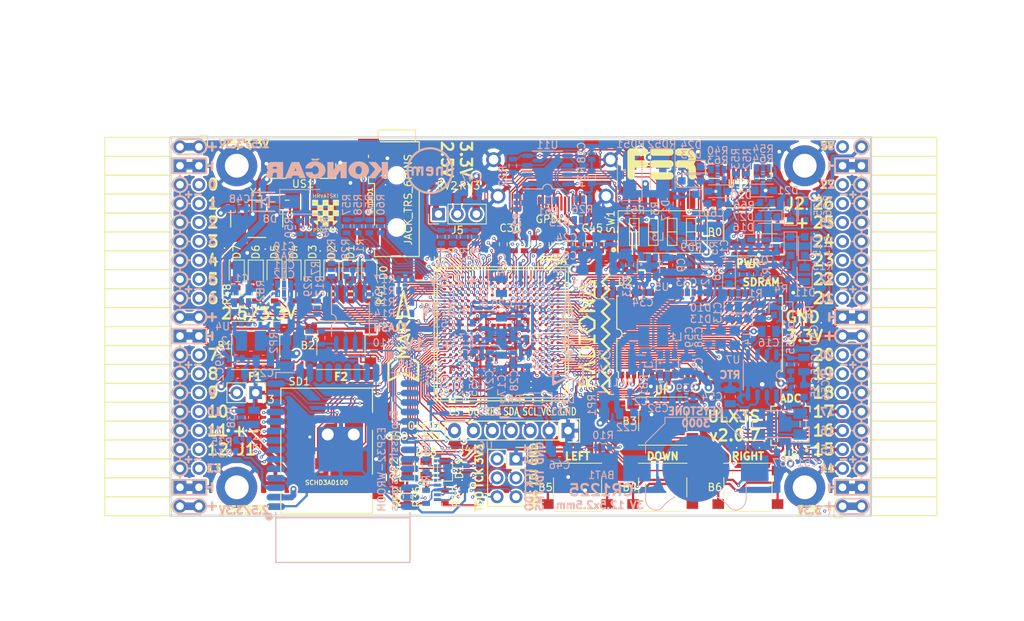
<source format=kicad_pcb>
(kicad_pcb (version 20171130) (host pcbnew 5.0.0-rc3+dfsg1-2)

  (general
    (thickness 1.6)
    (drawings 503)
    (tracks 4988)
    (zones 0)
    (modules 220)
    (nets 319)
  )

  (page A4)
  (layers
    (0 F.Cu signal)
    (1 In1.Cu signal)
    (2 In2.Cu signal)
    (31 B.Cu signal)
    (32 B.Adhes user)
    (33 F.Adhes user)
    (34 B.Paste user)
    (35 F.Paste user)
    (36 B.SilkS user)
    (37 F.SilkS user)
    (38 B.Mask user)
    (39 F.Mask user)
    (40 Dwgs.User user)
    (41 Cmts.User user)
    (42 Eco1.User user)
    (43 Eco2.User user)
    (44 Edge.Cuts user)
    (45 Margin user)
    (46 B.CrtYd user)
    (47 F.CrtYd user)
    (48 B.Fab user hide)
    (49 F.Fab user)
  )

  (setup
    (last_trace_width 0.3)
    (trace_clearance 0.127)
    (zone_clearance 0.127)
    (zone_45_only no)
    (trace_min 0.127)
    (segment_width 0.2)
    (edge_width 0.2)
    (via_size 0.419)
    (via_drill 0.2)
    (via_min_size 0.419)
    (via_min_drill 0.2)
    (uvia_size 0.3)
    (uvia_drill 0.1)
    (uvias_allowed no)
    (uvia_min_size 0.2)
    (uvia_min_drill 0.1)
    (pcb_text_width 0.3)
    (pcb_text_size 1.5 1.5)
    (mod_edge_width 0.15)
    (mod_text_size 1 1)
    (mod_text_width 0.15)
    (pad_size 0.4 0.4)
    (pad_drill 0)
    (pad_to_mask_clearance 0.05)
    (aux_axis_origin 94.1 112.22)
    (grid_origin 94.1 112.22)
    (visible_elements 7FFFFFFF)
    (pcbplotparams
      (layerselection 0x010fc_ffffffff)
      (usegerberextensions true)
      (usegerberattributes false)
      (usegerberadvancedattributes false)
      (creategerberjobfile false)
      (excludeedgelayer true)
      (linewidth 0.100000)
      (plotframeref false)
      (viasonmask false)
      (mode 1)
      (useauxorigin false)
      (hpglpennumber 1)
      (hpglpenspeed 20)
      (hpglpendiameter 15.000000)
      (psnegative false)
      (psa4output false)
      (plotreference true)
      (plotvalue true)
      (plotinvisibletext false)
      (padsonsilk false)
      (subtractmaskfromsilk true)
      (outputformat 1)
      (mirror false)
      (drillshape 0)
      (scaleselection 1)
      (outputdirectory "plot"))
  )

  (net 0 "")
  (net 1 GND)
  (net 2 +5V)
  (net 3 /gpio/IN5V)
  (net 4 /gpio/OUT5V)
  (net 5 +3V3)
  (net 6 BTN_D)
  (net 7 BTN_F1)
  (net 8 BTN_F2)
  (net 9 BTN_L)
  (net 10 BTN_R)
  (net 11 BTN_U)
  (net 12 /power/FB1)
  (net 13 +2V5)
  (net 14 /power/PWREN)
  (net 15 /power/FB3)
  (net 16 /power/FB2)
  (net 17 /power/VBAT)
  (net 18 JTAG_TDI)
  (net 19 JTAG_TCK)
  (net 20 JTAG_TMS)
  (net 21 JTAG_TDO)
  (net 22 /power/WAKEUPn)
  (net 23 /power/WKUP)
  (net 24 /power/SHUT)
  (net 25 /power/WAKE)
  (net 26 /power/HOLD)
  (net 27 /power/WKn)
  (net 28 /power/OSCI_32k)
  (net 29 /power/OSCO_32k)
  (net 30 SHUTDOWN)
  (net 31 GPDI_SDA)
  (net 32 GPDI_SCL)
  (net 33 /gpdi/VREF2)
  (net 34 SD_CMD)
  (net 35 SD_CLK)
  (net 36 SD_D0)
  (net 37 SD_D1)
  (net 38 USB5V)
  (net 39 GPDI_CEC)
  (net 40 nRESET)
  (net 41 FTDI_nDTR)
  (net 42 SDRAM_CKE)
  (net 43 SDRAM_A7)
  (net 44 SDRAM_D15)
  (net 45 SDRAM_BA1)
  (net 46 SDRAM_D7)
  (net 47 SDRAM_A6)
  (net 48 SDRAM_CLK)
  (net 49 SDRAM_D13)
  (net 50 SDRAM_BA0)
  (net 51 SDRAM_D6)
  (net 52 SDRAM_A5)
  (net 53 SDRAM_D14)
  (net 54 SDRAM_A11)
  (net 55 SDRAM_D12)
  (net 56 SDRAM_D5)
  (net 57 SDRAM_A4)
  (net 58 SDRAM_A10)
  (net 59 SDRAM_D11)
  (net 60 SDRAM_A3)
  (net 61 SDRAM_D4)
  (net 62 SDRAM_D10)
  (net 63 SDRAM_D9)
  (net 64 SDRAM_A9)
  (net 65 SDRAM_D3)
  (net 66 SDRAM_D8)
  (net 67 SDRAM_A8)
  (net 68 SDRAM_A2)
  (net 69 SDRAM_A1)
  (net 70 SDRAM_A0)
  (net 71 SDRAM_D2)
  (net 72 SDRAM_D1)
  (net 73 SDRAM_D0)
  (net 74 SDRAM_DQM0)
  (net 75 SDRAM_nCS)
  (net 76 SDRAM_nRAS)
  (net 77 SDRAM_DQM1)
  (net 78 SDRAM_nCAS)
  (net 79 SDRAM_nWE)
  (net 80 /flash/FLASH_nWP)
  (net 81 /flash/FLASH_nHOLD)
  (net 82 /flash/FLASH_MOSI)
  (net 83 /flash/FLASH_MISO)
  (net 84 /flash/FLASH_SCK)
  (net 85 /flash/FLASH_nCS)
  (net 86 /flash/FPGA_PROGRAMN)
  (net 87 /flash/FPGA_DONE)
  (net 88 /flash/FPGA_INITN)
  (net 89 OLED_RES)
  (net 90 OLED_DC)
  (net 91 OLED_CS)
  (net 92 WIFI_EN)
  (net 93 FTDI_nRTS)
  (net 94 FTDI_TXD)
  (net 95 FTDI_RXD)
  (net 96 WIFI_RXD)
  (net 97 WIFI_GPIO0)
  (net 98 WIFI_TXD)
  (net 99 USB_FTDI_D+)
  (net 100 USB_FTDI_D-)
  (net 101 SD_D3)
  (net 102 AUDIO_L3)
  (net 103 AUDIO_L2)
  (net 104 AUDIO_L1)
  (net 105 AUDIO_L0)
  (net 106 AUDIO_R3)
  (net 107 AUDIO_R2)
  (net 108 AUDIO_R1)
  (net 109 AUDIO_R0)
  (net 110 OLED_CLK)
  (net 111 OLED_MOSI)
  (net 112 LED0)
  (net 113 LED1)
  (net 114 LED2)
  (net 115 LED3)
  (net 116 LED4)
  (net 117 LED5)
  (net 118 LED6)
  (net 119 LED7)
  (net 120 BTN_PWRn)
  (net 121 FTDI_nTXLED)
  (net 122 FTDI_nSLEEP)
  (net 123 /blinkey/LED_PWREN)
  (net 124 /blinkey/LED_TXLED)
  (net 125 /sdcard/SD3V3)
  (net 126 SD_D2)
  (net 127 CLK_25MHz)
  (net 128 /blinkey/BTNPUL)
  (net 129 /blinkey/BTNPUR)
  (net 130 USB_FPGA_D+)
  (net 131 /power/FTDI_nSUSPEND)
  (net 132 /blinkey/ALED0)
  (net 133 /blinkey/ALED1)
  (net 134 /blinkey/ALED2)
  (net 135 /blinkey/ALED3)
  (net 136 /blinkey/ALED4)
  (net 137 /blinkey/ALED5)
  (net 138 /blinkey/ALED6)
  (net 139 /blinkey/ALED7)
  (net 140 /usb/FTD-)
  (net 141 /usb/FTD+)
  (net 142 ADC_MISO)
  (net 143 ADC_MOSI)
  (net 144 ADC_CSn)
  (net 145 ADC_SCLK)
  (net 146 SW3)
  (net 147 SW2)
  (net 148 SW1)
  (net 149 USB_FPGA_D-)
  (net 150 /usb/FPD+)
  (net 151 /usb/FPD-)
  (net 152 WIFI_GPIO16)
  (net 153 /usb/ANT_433MHz)
  (net 154 PROG_DONE)
  (net 155 /power/P3V3)
  (net 156 /power/P2V5)
  (net 157 /power/L1)
  (net 158 /power/L3)
  (net 159 /power/L2)
  (net 160 FTDI_TXDEN)
  (net 161 SDRAM_A12)
  (net 162 /analog/AUDIO_V)
  (net 163 AUDIO_V3)
  (net 164 AUDIO_V2)
  (net 165 AUDIO_V1)
  (net 166 AUDIO_V0)
  (net 167 /blinkey/LED_WIFI)
  (net 168 /power/P1V1)
  (net 169 +1V1)
  (net 170 SW4)
  (net 171 /blinkey/SWPU)
  (net 172 /wifi/WIFIEN)
  (net 173 FT2V5)
  (net 174 GN0)
  (net 175 GP0)
  (net 176 GN1)
  (net 177 GP1)
  (net 178 GN2)
  (net 179 GP2)
  (net 180 GN3)
  (net 181 GP3)
  (net 182 GN4)
  (net 183 GP4)
  (net 184 GN5)
  (net 185 GP5)
  (net 186 GN6)
  (net 187 GP6)
  (net 188 GN14)
  (net 189 GP14)
  (net 190 GN15)
  (net 191 GP15)
  (net 192 GN16)
  (net 193 GP16)
  (net 194 GN17)
  (net 195 GP17)
  (net 196 GN18)
  (net 197 GP18)
  (net 198 GN19)
  (net 199 GP19)
  (net 200 GN20)
  (net 201 GP20)
  (net 202 GN21)
  (net 203 GP21)
  (net 204 GN22)
  (net 205 GP22)
  (net 206 GN23)
  (net 207 GP23)
  (net 208 GN24)
  (net 209 GP24)
  (net 210 GN25)
  (net 211 GP25)
  (net 212 GN26)
  (net 213 GP26)
  (net 214 GN27)
  (net 215 GP27)
  (net 216 GN7)
  (net 217 GP7)
  (net 218 GN8)
  (net 219 GP8)
  (net 220 GN9)
  (net 221 GP9)
  (net 222 GN10)
  (net 223 GP10)
  (net 224 GN11)
  (net 225 GP11)
  (net 226 GN12)
  (net 227 GP12)
  (net 228 GN13)
  (net 229 GP13)
  (net 230 WIFI_GPIO5)
  (net 231 WIFI_GPIO17)
  (net 232 USB_FPGA_PULL_D+)
  (net 233 USB_FPGA_PULL_D-)
  (net 234 "Net-(D23-Pad2)")
  (net 235 "Net-(D24-Pad1)")
  (net 236 "Net-(D25-Pad2)")
  (net 237 "Net-(D26-Pad1)")
  (net 238 /gpdi/GPDI_ETH+)
  (net 239 FPDI_ETH+)
  (net 240 /gpdi/GPDI_ETH-)
  (net 241 FPDI_ETH-)
  (net 242 /gpdi/GPDI_D2-)
  (net 243 FPDI_D2-)
  (net 244 /gpdi/GPDI_D1-)
  (net 245 FPDI_D1-)
  (net 246 /gpdi/GPDI_D0-)
  (net 247 FPDI_D0-)
  (net 248 /gpdi/GPDI_CLK-)
  (net 249 FPDI_CLK-)
  (net 250 /gpdi/GPDI_D2+)
  (net 251 FPDI_D2+)
  (net 252 /gpdi/GPDI_D1+)
  (net 253 FPDI_D1+)
  (net 254 /gpdi/GPDI_D0+)
  (net 255 FPDI_D0+)
  (net 256 /gpdi/GPDI_CLK+)
  (net 257 FPDI_CLK+)
  (net 258 FPDI_SDA)
  (net 259 FPDI_SCL)
  (net 260 /gpdi/FPDI_CEC)
  (net 261 2V5_3V3)
  (net 262 "Net-(AUDIO1-Pad5)")
  (net 263 "Net-(AUDIO1-Pad6)")
  (net 264 "Net-(U1-PadA15)")
  (net 265 "Net-(U1-PadC9)")
  (net 266 "Net-(U1-PadD9)")
  (net 267 "Net-(U1-PadD10)")
  (net 268 "Net-(U1-PadD11)")
  (net 269 "Net-(U1-PadD12)")
  (net 270 "Net-(U1-PadE6)")
  (net 271 "Net-(U1-PadE9)")
  (net 272 "Net-(U1-PadE10)")
  (net 273 "Net-(U1-PadE11)")
  (net 274 "Net-(U1-PadJ4)")
  (net 275 "Net-(U1-PadJ5)")
  (net 276 "Net-(U1-PadK5)")
  (net 277 "Net-(U1-PadL5)")
  (net 278 "Net-(U1-PadM5)")
  (net 279 SD_CD)
  (net 280 SD_WP)
  (net 281 "Net-(U1-PadR3)")
  (net 282 "Net-(U1-PadT16)")
  (net 283 "Net-(U1-PadW4)")
  (net 284 "Net-(U1-PadW5)")
  (net 285 "Net-(U1-PadW8)")
  (net 286 "Net-(U1-PadW9)")
  (net 287 "Net-(U1-PadW13)")
  (net 288 "Net-(U1-PadW14)")
  (net 289 "Net-(U1-PadW17)")
  (net 290 "Net-(U1-PadW18)")
  (net 291 FTDI_nRXLED)
  (net 292 "Net-(U8-Pad12)")
  (net 293 "Net-(U8-Pad25)")
  (net 294 "Net-(U9-Pad32)")
  (net 295 "Net-(U9-Pad22)")
  (net 296 "Net-(U9-Pad21)")
  (net 297 "Net-(U9-Pad20)")
  (net 298 "Net-(U9-Pad19)")
  (net 299 "Net-(U9-Pad18)")
  (net 300 "Net-(U9-Pad17)")
  (net 301 "Net-(U9-Pad12)")
  (net 302 "Net-(U9-Pad5)")
  (net 303 "Net-(U9-Pad4)")
  (net 304 "Net-(US1-Pad4)")
  (net 305 "Net-(Y2-Pad3)")
  (net 306 "Net-(Y2-Pad2)")
  (net 307 "Net-(U1-PadK16)")
  (net 308 "Net-(U1-PadK17)")
  (net 309 /usb/US2VBUS)
  (net 310 /power/SHD)
  (net 311 /power/RTCVDD)
  (net 312 "Net-(D27-Pad2)")
  (net 313 US2_ID)
  (net 314 /analog/AUDIO_L)
  (net 315 /analog/AUDIO_R)
  (net 316 /analog/ADC3V3)
  (net 317 PWRBTn)
  (net 318 USER_PROGRAMN)

  (net_class Default "This is the default net class."
    (clearance 0.127)
    (trace_width 0.3)
    (via_dia 0.419)
    (via_drill 0.2)
    (uvia_dia 0.3)
    (uvia_drill 0.1)
    (add_net +1V1)
    (add_net +2V5)
    (add_net +3V3)
    (add_net +5V)
    (add_net /analog/ADC3V3)
    (add_net /analog/AUDIO_L)
    (add_net /analog/AUDIO_R)
    (add_net /analog/AUDIO_V)
    (add_net /blinkey/ALED0)
    (add_net /blinkey/ALED1)
    (add_net /blinkey/ALED2)
    (add_net /blinkey/ALED3)
    (add_net /blinkey/ALED4)
    (add_net /blinkey/ALED5)
    (add_net /blinkey/ALED6)
    (add_net /blinkey/ALED7)
    (add_net /blinkey/BTNPUL)
    (add_net /blinkey/BTNPUR)
    (add_net /blinkey/LED_PWREN)
    (add_net /blinkey/LED_TXLED)
    (add_net /blinkey/LED_WIFI)
    (add_net /blinkey/SWPU)
    (add_net /gpdi/GPDI_CLK+)
    (add_net /gpdi/GPDI_CLK-)
    (add_net /gpdi/GPDI_D0+)
    (add_net /gpdi/GPDI_D0-)
    (add_net /gpdi/GPDI_D1+)
    (add_net /gpdi/GPDI_D1-)
    (add_net /gpdi/GPDI_D2+)
    (add_net /gpdi/GPDI_D2-)
    (add_net /gpdi/GPDI_ETH+)
    (add_net /gpdi/GPDI_ETH-)
    (add_net /gpdi/VREF2)
    (add_net /gpio/IN5V)
    (add_net /gpio/OUT5V)
    (add_net /power/FB1)
    (add_net /power/FB2)
    (add_net /power/FB3)
    (add_net /power/FTDI_nSUSPEND)
    (add_net /power/HOLD)
    (add_net /power/L1)
    (add_net /power/L2)
    (add_net /power/L3)
    (add_net /power/OSCI_32k)
    (add_net /power/OSCO_32k)
    (add_net /power/P1V1)
    (add_net /power/P2V5)
    (add_net /power/P3V3)
    (add_net /power/PWREN)
    (add_net /power/RTCVDD)
    (add_net /power/SHD)
    (add_net /power/SHUT)
    (add_net /power/VBAT)
    (add_net /power/WAKE)
    (add_net /power/WAKEUPn)
    (add_net /power/WKUP)
    (add_net /power/WKn)
    (add_net /sdcard/SD3V3)
    (add_net /usb/ANT_433MHz)
    (add_net /usb/FPD+)
    (add_net /usb/FPD-)
    (add_net /usb/FTD+)
    (add_net /usb/FTD-)
    (add_net /usb/US2VBUS)
    (add_net /wifi/WIFIEN)
    (add_net 2V5_3V3)
    (add_net FT2V5)
    (add_net FTDI_nRXLED)
    (add_net GND)
    (add_net "Net-(AUDIO1-Pad5)")
    (add_net "Net-(AUDIO1-Pad6)")
    (add_net "Net-(D23-Pad2)")
    (add_net "Net-(D24-Pad1)")
    (add_net "Net-(D25-Pad2)")
    (add_net "Net-(D26-Pad1)")
    (add_net "Net-(D27-Pad2)")
    (add_net "Net-(U1-PadA15)")
    (add_net "Net-(U1-PadC9)")
    (add_net "Net-(U1-PadD10)")
    (add_net "Net-(U1-PadD11)")
    (add_net "Net-(U1-PadD12)")
    (add_net "Net-(U1-PadD9)")
    (add_net "Net-(U1-PadE10)")
    (add_net "Net-(U1-PadE11)")
    (add_net "Net-(U1-PadE6)")
    (add_net "Net-(U1-PadE9)")
    (add_net "Net-(U1-PadJ4)")
    (add_net "Net-(U1-PadJ5)")
    (add_net "Net-(U1-PadK16)")
    (add_net "Net-(U1-PadK17)")
    (add_net "Net-(U1-PadK5)")
    (add_net "Net-(U1-PadL5)")
    (add_net "Net-(U1-PadM5)")
    (add_net "Net-(U1-PadR3)")
    (add_net "Net-(U1-PadT16)")
    (add_net "Net-(U1-PadW13)")
    (add_net "Net-(U1-PadW14)")
    (add_net "Net-(U1-PadW17)")
    (add_net "Net-(U1-PadW18)")
    (add_net "Net-(U1-PadW4)")
    (add_net "Net-(U1-PadW5)")
    (add_net "Net-(U1-PadW8)")
    (add_net "Net-(U1-PadW9)")
    (add_net "Net-(U8-Pad12)")
    (add_net "Net-(U8-Pad25)")
    (add_net "Net-(U9-Pad12)")
    (add_net "Net-(U9-Pad17)")
    (add_net "Net-(U9-Pad18)")
    (add_net "Net-(U9-Pad19)")
    (add_net "Net-(U9-Pad20)")
    (add_net "Net-(U9-Pad21)")
    (add_net "Net-(U9-Pad22)")
    (add_net "Net-(U9-Pad32)")
    (add_net "Net-(U9-Pad4)")
    (add_net "Net-(U9-Pad5)")
    (add_net "Net-(US1-Pad4)")
    (add_net "Net-(Y2-Pad2)")
    (add_net "Net-(Y2-Pad3)")
    (add_net PWRBTn)
    (add_net SD_CD)
    (add_net SD_WP)
    (add_net US2_ID)
    (add_net USB5V)
  )

  (net_class BGA ""
    (clearance 0.127)
    (trace_width 0.127)
    (via_dia 0.419)
    (via_drill 0.2)
    (uvia_dia 0.3)
    (uvia_drill 0.1)
    (add_net /flash/FLASH_MISO)
    (add_net /flash/FLASH_MOSI)
    (add_net /flash/FLASH_SCK)
    (add_net /flash/FLASH_nCS)
    (add_net /flash/FLASH_nHOLD)
    (add_net /flash/FLASH_nWP)
    (add_net /flash/FPGA_DONE)
    (add_net /flash/FPGA_INITN)
    (add_net /flash/FPGA_PROGRAMN)
    (add_net /gpdi/FPDI_CEC)
    (add_net ADC_CSn)
    (add_net ADC_MISO)
    (add_net ADC_MOSI)
    (add_net ADC_SCLK)
    (add_net AUDIO_L0)
    (add_net AUDIO_L1)
    (add_net AUDIO_L2)
    (add_net AUDIO_L3)
    (add_net AUDIO_R0)
    (add_net AUDIO_R1)
    (add_net AUDIO_R2)
    (add_net AUDIO_R3)
    (add_net AUDIO_V0)
    (add_net AUDIO_V1)
    (add_net AUDIO_V2)
    (add_net AUDIO_V3)
    (add_net BTN_D)
    (add_net BTN_F1)
    (add_net BTN_F2)
    (add_net BTN_L)
    (add_net BTN_PWRn)
    (add_net BTN_R)
    (add_net BTN_U)
    (add_net CLK_25MHz)
    (add_net FPDI_CLK+)
    (add_net FPDI_CLK-)
    (add_net FPDI_D0+)
    (add_net FPDI_D0-)
    (add_net FPDI_D1+)
    (add_net FPDI_D1-)
    (add_net FPDI_D2+)
    (add_net FPDI_D2-)
    (add_net FPDI_ETH+)
    (add_net FPDI_ETH-)
    (add_net FPDI_SCL)
    (add_net FPDI_SDA)
    (add_net FTDI_RXD)
    (add_net FTDI_TXD)
    (add_net FTDI_TXDEN)
    (add_net FTDI_nDTR)
    (add_net FTDI_nRTS)
    (add_net FTDI_nSLEEP)
    (add_net FTDI_nTXLED)
    (add_net GN0)
    (add_net GN1)
    (add_net GN10)
    (add_net GN11)
    (add_net GN12)
    (add_net GN13)
    (add_net GN14)
    (add_net GN15)
    (add_net GN16)
    (add_net GN17)
    (add_net GN18)
    (add_net GN19)
    (add_net GN2)
    (add_net GN20)
    (add_net GN21)
    (add_net GN22)
    (add_net GN23)
    (add_net GN24)
    (add_net GN25)
    (add_net GN26)
    (add_net GN27)
    (add_net GN3)
    (add_net GN4)
    (add_net GN5)
    (add_net GN6)
    (add_net GN7)
    (add_net GN8)
    (add_net GN9)
    (add_net GP0)
    (add_net GP1)
    (add_net GP10)
    (add_net GP11)
    (add_net GP12)
    (add_net GP13)
    (add_net GP14)
    (add_net GP15)
    (add_net GP16)
    (add_net GP17)
    (add_net GP18)
    (add_net GP19)
    (add_net GP2)
    (add_net GP20)
    (add_net GP21)
    (add_net GP22)
    (add_net GP23)
    (add_net GP24)
    (add_net GP25)
    (add_net GP26)
    (add_net GP27)
    (add_net GP3)
    (add_net GP4)
    (add_net GP5)
    (add_net GP6)
    (add_net GP7)
    (add_net GP8)
    (add_net GP9)
    (add_net GPDI_CEC)
    (add_net GPDI_SCL)
    (add_net GPDI_SDA)
    (add_net JTAG_TCK)
    (add_net JTAG_TDI)
    (add_net JTAG_TDO)
    (add_net JTAG_TMS)
    (add_net LED0)
    (add_net LED1)
    (add_net LED2)
    (add_net LED3)
    (add_net LED4)
    (add_net LED5)
    (add_net LED6)
    (add_net LED7)
    (add_net OLED_CLK)
    (add_net OLED_CS)
    (add_net OLED_DC)
    (add_net OLED_MOSI)
    (add_net OLED_RES)
    (add_net PROG_DONE)
    (add_net SDRAM_A0)
    (add_net SDRAM_A1)
    (add_net SDRAM_A10)
    (add_net SDRAM_A11)
    (add_net SDRAM_A12)
    (add_net SDRAM_A2)
    (add_net SDRAM_A3)
    (add_net SDRAM_A4)
    (add_net SDRAM_A5)
    (add_net SDRAM_A6)
    (add_net SDRAM_A7)
    (add_net SDRAM_A8)
    (add_net SDRAM_A9)
    (add_net SDRAM_BA0)
    (add_net SDRAM_BA1)
    (add_net SDRAM_CKE)
    (add_net SDRAM_CLK)
    (add_net SDRAM_D0)
    (add_net SDRAM_D1)
    (add_net SDRAM_D10)
    (add_net SDRAM_D11)
    (add_net SDRAM_D12)
    (add_net SDRAM_D13)
    (add_net SDRAM_D14)
    (add_net SDRAM_D15)
    (add_net SDRAM_D2)
    (add_net SDRAM_D3)
    (add_net SDRAM_D4)
    (add_net SDRAM_D5)
    (add_net SDRAM_D6)
    (add_net SDRAM_D7)
    (add_net SDRAM_D8)
    (add_net SDRAM_D9)
    (add_net SDRAM_DQM0)
    (add_net SDRAM_DQM1)
    (add_net SDRAM_nCAS)
    (add_net SDRAM_nCS)
    (add_net SDRAM_nRAS)
    (add_net SDRAM_nWE)
    (add_net SD_CLK)
    (add_net SD_CMD)
    (add_net SD_D0)
    (add_net SD_D1)
    (add_net SD_D2)
    (add_net SD_D3)
    (add_net SHUTDOWN)
    (add_net SW1)
    (add_net SW2)
    (add_net SW3)
    (add_net SW4)
    (add_net USB_FPGA_D+)
    (add_net USB_FPGA_D-)
    (add_net USB_FPGA_PULL_D+)
    (add_net USB_FPGA_PULL_D-)
    (add_net USB_FTDI_D+)
    (add_net USB_FTDI_D-)
    (add_net USER_PROGRAMN)
    (add_net WIFI_EN)
    (add_net WIFI_GPIO0)
    (add_net WIFI_GPIO16)
    (add_net WIFI_GPIO17)
    (add_net WIFI_GPIO5)
    (add_net WIFI_RXD)
    (add_net WIFI_TXD)
    (add_net nRESET)
  )

  (net_class Medium ""
    (clearance 0.127)
    (trace_width 0.19)
    (via_dia 0.419)
    (via_drill 0.2)
    (uvia_dia 0.3)
    (uvia_drill 0.1)
  )

  (module lfe5bg381:BGA-381_pitch0.8mm_dia0.4mm (layer F.Cu) (tedit 5B63FB4C) (tstamp 58D8D57E)
    (at 138.48 87.8)
    (path /56AC389C/5A0783C9)
    (attr smd)
    (fp_text reference U1 (at -8.2 -9.8) (layer F.SilkS)
      (effects (font (size 1 1) (thickness 0.15)))
    )
    (fp_text value LFE5U-85F-6BG381C (at 0.07 -11.902) (layer F.Fab)
      (effects (font (size 1 1) (thickness 0.15)))
    )
    (fp_line (start -8.6 -8.6) (end 8.6 -8.6) (layer F.SilkS) (width 0.15))
    (fp_line (start 8.6 -8.6) (end 8.6 8.6) (layer F.SilkS) (width 0.15))
    (fp_line (start 8.6 8.6) (end -8.6 8.6) (layer F.SilkS) (width 0.15))
    (fp_line (start -8.6 8.6) (end -8.6 -8.6) (layer F.SilkS) (width 0.15))
    (fp_line (start -9 -9) (end 9 -9) (layer F.SilkS) (width 0.15))
    (fp_line (start 9 -9) (end 9 9) (layer F.SilkS) (width 0.15))
    (fp_line (start 9 9) (end -9 9) (layer F.SilkS) (width 0.15))
    (fp_line (start -9 9) (end -9 -9) (layer F.SilkS) (width 0.15))
    (fp_line (start -8.2 -9) (end -9 -8.2) (layer F.SilkS) (width 0.15))
    (fp_line (start -7.6 7.4) (end -7.6 7.6) (layer F.SilkS) (width 0.15))
    (fp_line (start -7.6 7.6) (end -7.4 7.6) (layer F.SilkS) (width 0.15))
    (fp_line (start 7.4 7.6) (end 7.6 7.6) (layer F.SilkS) (width 0.15))
    (fp_line (start 7.6 7.6) (end 7.6 7.4) (layer F.SilkS) (width 0.15))
    (fp_line (start 7.4 -7.6) (end 7.6 -7.6) (layer F.SilkS) (width 0.15))
    (fp_line (start 7.6 -7.6) (end 7.6 -7.4) (layer F.SilkS) (width 0.15))
    (fp_line (start -7.6 -7.4) (end -7.6 -7.6) (layer F.SilkS) (width 0.15))
    (fp_line (start -7.6 -7.6) (end -7.4 -7.6) (layer F.SilkS) (width 0.15))
    (pad Y19 smd circle (at 6.8 7.6) (size 0.4 0.35) (layers F.Cu F.Paste F.Mask)
      (net 1 GND) (solder_mask_margin 0.05))
    (pad Y17 smd circle (at 5.2 7.6) (size 0.4 0.35) (layers F.Cu F.Paste F.Mask)
      (net 1 GND) (solder_mask_margin 0.05))
    (pad Y16 smd circle (at 4.4 7.6) (size 0.4 0.35) (layers F.Cu F.Paste F.Mask)
      (net 1 GND) (solder_mask_margin 0.05))
    (pad Y15 smd circle (at 3.6 7.6) (size 0.4 0.35) (layers F.Cu F.Paste F.Mask)
      (net 1 GND) (solder_mask_margin 0.05))
    (pad Y14 smd circle (at 2.8 7.6) (size 0.4 0.35) (layers F.Cu F.Paste F.Mask)
      (net 1 GND) (solder_mask_margin 0.05))
    (pad Y12 smd circle (at 1.2 7.6) (size 0.4 0.35) (layers F.Cu F.Paste F.Mask)
      (net 1 GND) (solder_mask_margin 0.05))
    (pad Y11 smd circle (at 0.4 7.6) (size 0.4 0.35) (layers F.Cu F.Paste F.Mask)
      (net 1 GND) (solder_mask_margin 0.05))
    (pad Y8 smd circle (at -2 7.6) (size 0.4 0.35) (layers F.Cu F.Paste F.Mask)
      (net 1 GND) (solder_mask_margin 0.05))
    (pad Y7 smd circle (at -2.8 7.6) (size 0.4 0.35) (layers F.Cu F.Paste F.Mask)
      (net 1 GND) (solder_mask_margin 0.05))
    (pad Y6 smd circle (at -3.6 7.6) (size 0.4 0.35) (layers F.Cu F.Paste F.Mask)
      (net 1 GND) (solder_mask_margin 0.05))
    (pad Y5 smd circle (at -4.4 7.6) (size 0.4 0.35) (layers F.Cu F.Paste F.Mask)
      (net 1 GND) (solder_mask_margin 0.05))
    (pad Y3 smd circle (at -6 7.6) (size 0.4 0.35) (layers F.Cu F.Paste F.Mask)
      (net 87 /flash/FPGA_DONE) (solder_mask_margin 0.05))
    (pad Y2 smd circle (at -6.8 7.6) (size 0.4 0.35) (layers F.Cu F.Paste F.Mask)
      (net 80 /flash/FLASH_nWP) (solder_mask_margin 0.05))
    (pad W20 smd circle (at 7.6 6.8) (size 0.4 0.35) (layers F.Cu F.Paste F.Mask)
      (net 1 GND) (solder_mask_margin 0.05))
    (pad W19 smd circle (at 6.8 6.8) (size 0.4 0.35) (layers F.Cu F.Paste F.Mask)
      (net 1 GND) (solder_mask_margin 0.05))
    (pad W18 smd circle (at 6 6.8) (size 0.4 0.35) (layers F.Cu F.Paste F.Mask)
      (net 290 "Net-(U1-PadW18)") (solder_mask_margin 0.05))
    (pad W17 smd circle (at 5.2 6.8) (size 0.4 0.35) (layers F.Cu F.Paste F.Mask)
      (net 289 "Net-(U1-PadW17)") (solder_mask_margin 0.05))
    (pad W16 smd circle (at 4.4 6.8) (size 0.4 0.35) (layers F.Cu F.Paste F.Mask)
      (net 1 GND) (solder_mask_margin 0.05))
    (pad W15 smd circle (at 3.6 6.8) (size 0.4 0.35) (layers F.Cu F.Paste F.Mask)
      (net 1 GND) (solder_mask_margin 0.05))
    (pad W14 smd circle (at 2.8 6.8) (size 0.4 0.35) (layers F.Cu F.Paste F.Mask)
      (net 288 "Net-(U1-PadW14)") (solder_mask_margin 0.05))
    (pad W13 smd circle (at 2 6.8) (size 0.4 0.35) (layers F.Cu F.Paste F.Mask)
      (net 287 "Net-(U1-PadW13)") (solder_mask_margin 0.05))
    (pad W12 smd circle (at 1.2 6.8) (size 0.4 0.35) (layers F.Cu F.Paste F.Mask)
      (net 1 GND) (solder_mask_margin 0.05))
    (pad W11 smd circle (at 0.4 6.8) (size 0.4 0.35) (layers F.Cu F.Paste F.Mask)
      (solder_mask_margin 0.05))
    (pad W10 smd circle (at -0.4 6.8) (size 0.4 0.35) (layers F.Cu F.Paste F.Mask)
      (solder_mask_margin 0.05))
    (pad W9 smd circle (at -1.2 6.8) (size 0.4 0.35) (layers F.Cu F.Paste F.Mask)
      (net 286 "Net-(U1-PadW9)") (solder_mask_margin 0.05))
    (pad W8 smd circle (at -2 6.8) (size 0.4 0.35) (layers F.Cu F.Paste F.Mask)
      (net 285 "Net-(U1-PadW8)") (solder_mask_margin 0.05))
    (pad W7 smd circle (at -2.8 6.8) (size 0.4 0.35) (layers F.Cu F.Paste F.Mask)
      (net 1 GND) (solder_mask_margin 0.05))
    (pad W6 smd circle (at -3.6 6.8) (size 0.4 0.35) (layers F.Cu F.Paste F.Mask)
      (net 1 GND) (solder_mask_margin 0.05))
    (pad W5 smd circle (at -4.4 6.8) (size 0.4 0.35) (layers F.Cu F.Paste F.Mask)
      (net 284 "Net-(U1-PadW5)") (solder_mask_margin 0.05))
    (pad W4 smd circle (at -5.2 6.8) (size 0.4 0.35) (layers F.Cu F.Paste F.Mask)
      (net 283 "Net-(U1-PadW4)") (solder_mask_margin 0.05))
    (pad W3 smd circle (at -6 6.8) (size 0.4 0.35) (layers F.Cu F.Paste F.Mask)
      (net 86 /flash/FPGA_PROGRAMN) (solder_mask_margin 0.05))
    (pad W2 smd circle (at -6.8 6.8) (size 0.4 0.35) (layers F.Cu F.Paste F.Mask)
      (net 82 /flash/FLASH_MOSI) (solder_mask_margin 0.05))
    (pad W1 smd circle (at -7.6 6.8) (size 0.4 0.35) (layers F.Cu F.Paste F.Mask)
      (net 81 /flash/FLASH_nHOLD) (solder_mask_margin 0.05))
    (pad V20 smd circle (at 7.6 6) (size 0.4 0.35) (layers F.Cu F.Paste F.Mask)
      (net 1 GND) (solder_mask_margin 0.05))
    (pad V19 smd circle (at 6.8 6) (size 0.4 0.35) (layers F.Cu F.Paste F.Mask)
      (net 1 GND) (solder_mask_margin 0.05))
    (pad V18 smd circle (at 6 6) (size 0.4 0.35) (layers F.Cu F.Paste F.Mask)
      (net 1 GND) (solder_mask_margin 0.05))
    (pad V17 smd circle (at 5.2 6) (size 0.4 0.35) (layers F.Cu F.Paste F.Mask)
      (net 1 GND) (solder_mask_margin 0.05))
    (pad V16 smd circle (at 4.4 6) (size 0.4 0.35) (layers F.Cu F.Paste F.Mask)
      (net 1 GND) (solder_mask_margin 0.05))
    (pad V15 smd circle (at 3.6 6) (size 0.4 0.35) (layers F.Cu F.Paste F.Mask)
      (net 1 GND) (solder_mask_margin 0.05))
    (pad V14 smd circle (at 2.8 6) (size 0.4 0.35) (layers F.Cu F.Paste F.Mask)
      (net 1 GND) (solder_mask_margin 0.05))
    (pad V13 smd circle (at 2 6) (size 0.4 0.35) (layers F.Cu F.Paste F.Mask)
      (net 1 GND) (solder_mask_margin 0.05))
    (pad V12 smd circle (at 1.2 6) (size 0.4 0.35) (layers F.Cu F.Paste F.Mask)
      (net 1 GND) (solder_mask_margin 0.05))
    (pad V11 smd circle (at 0.4 6) (size 0.4 0.35) (layers F.Cu F.Paste F.Mask)
      (net 1 GND) (solder_mask_margin 0.05))
    (pad V10 smd circle (at -0.4 6) (size 0.4 0.35) (layers F.Cu F.Paste F.Mask)
      (net 1 GND) (solder_mask_margin 0.05))
    (pad V9 smd circle (at -1.2 6) (size 0.4 0.35) (layers F.Cu F.Paste F.Mask)
      (net 1 GND) (solder_mask_margin 0.05))
    (pad V8 smd circle (at -2 6) (size 0.4 0.35) (layers F.Cu F.Paste F.Mask)
      (net 1 GND) (solder_mask_margin 0.05))
    (pad V7 smd circle (at -2.8 6) (size 0.4 0.35) (layers F.Cu F.Paste F.Mask)
      (net 1 GND) (solder_mask_margin 0.05))
    (pad V6 smd circle (at -3.6 6) (size 0.4 0.35) (layers F.Cu F.Paste F.Mask)
      (net 1 GND) (solder_mask_margin 0.05))
    (pad V5 smd circle (at -4.4 6) (size 0.4 0.35) (layers F.Cu F.Paste F.Mask)
      (net 1 GND) (solder_mask_margin 0.05))
    (pad V4 smd circle (at -5.2 6) (size 0.4 0.35) (layers F.Cu F.Paste F.Mask)
      (net 21 JTAG_TDO) (solder_mask_margin 0.05))
    (pad V3 smd circle (at -6 6) (size 0.4 0.35) (layers F.Cu F.Paste F.Mask)
      (net 88 /flash/FPGA_INITN) (solder_mask_margin 0.05))
    (pad V2 smd circle (at -6.8 6) (size 0.4 0.35) (layers F.Cu F.Paste F.Mask)
      (net 83 /flash/FLASH_MISO) (solder_mask_margin 0.05))
    (pad V1 smd circle (at -7.6 6) (size 0.4 0.35) (layers F.Cu F.Paste F.Mask)
      (net 6 BTN_D) (solder_mask_margin 0.05))
    (pad U20 smd circle (at 7.6 5.2) (size 0.4 0.35) (layers F.Cu F.Paste F.Mask)
      (net 46 SDRAM_D7) (solder_mask_margin 0.05))
    (pad U19 smd circle (at 6.8 5.2) (size 0.4 0.35) (layers F.Cu F.Paste F.Mask)
      (net 74 SDRAM_DQM0) (solder_mask_margin 0.05))
    (pad U18 smd circle (at 6 5.2) (size 0.4 0.35) (layers F.Cu F.Paste F.Mask)
      (net 189 GP14) (solder_mask_margin 0.05))
    (pad U17 smd circle (at 5.2 5.2) (size 0.4 0.35) (layers F.Cu F.Paste F.Mask)
      (net 188 GN14) (solder_mask_margin 0.05))
    (pad U16 smd circle (at 4.4 5.2) (size 0.4 0.35) (layers F.Cu F.Paste F.Mask)
      (net 142 ADC_MISO) (solder_mask_margin 0.05))
    (pad U15 smd circle (at 3.6 5.2) (size 0.4 0.35) (layers F.Cu F.Paste F.Mask)
      (net 1 GND) (solder_mask_margin 0.05))
    (pad U14 smd circle (at 2.8 5.2) (size 0.4 0.35) (layers F.Cu F.Paste F.Mask)
      (net 1 GND) (solder_mask_margin 0.05))
    (pad U13 smd circle (at 2 5.2) (size 0.4 0.35) (layers F.Cu F.Paste F.Mask)
      (net 1 GND) (solder_mask_margin 0.05))
    (pad U12 smd circle (at 1.2 5.2) (size 0.4 0.35) (layers F.Cu F.Paste F.Mask)
      (net 1 GND) (solder_mask_margin 0.05))
    (pad U11 smd circle (at 0.4 5.2) (size 0.4 0.35) (layers F.Cu F.Paste F.Mask)
      (net 1 GND) (solder_mask_margin 0.05))
    (pad U10 smd circle (at -0.4 5.2) (size 0.4 0.35) (layers F.Cu F.Paste F.Mask)
      (net 1 GND) (solder_mask_margin 0.05))
    (pad U9 smd circle (at -1.2 5.2) (size 0.4 0.35) (layers F.Cu F.Paste F.Mask)
      (net 1 GND) (solder_mask_margin 0.05))
    (pad U8 smd circle (at -2 5.2) (size 0.4 0.35) (layers F.Cu F.Paste F.Mask)
      (net 1 GND) (solder_mask_margin 0.05))
    (pad U7 smd circle (at -2.8 5.2) (size 0.4 0.35) (layers F.Cu F.Paste F.Mask)
      (net 1 GND) (solder_mask_margin 0.05))
    (pad U6 smd circle (at -3.6 5.2) (size 0.4 0.35) (layers F.Cu F.Paste F.Mask)
      (net 1 GND) (solder_mask_margin 0.05))
    (pad U5 smd circle (at -4.4 5.2) (size 0.4 0.35) (layers F.Cu F.Paste F.Mask)
      (net 20 JTAG_TMS) (solder_mask_margin 0.05))
    (pad U4 smd circle (at -5.2 5.2) (size 0.4 0.35) (layers F.Cu F.Paste F.Mask)
      (net 1 GND) (solder_mask_margin 0.05))
    (pad U3 smd circle (at -6 5.2) (size 0.4 0.35) (layers F.Cu F.Paste F.Mask)
      (net 84 /flash/FLASH_SCK) (solder_mask_margin 0.05))
    (pad U2 smd circle (at -6.8 5.2) (size 0.4 0.35) (layers F.Cu F.Paste F.Mask)
      (net 5 +3V3) (solder_mask_margin 0.05))
    (pad U1 smd circle (at -7.6 5.2) (size 0.4 0.35) (layers F.Cu F.Paste F.Mask)
      (net 9 BTN_L) (solder_mask_margin 0.05))
    (pad T20 smd circle (at 7.6 4.4) (size 0.4 0.35) (layers F.Cu F.Paste F.Mask)
      (net 79 SDRAM_nWE) (solder_mask_margin 0.05))
    (pad T19 smd circle (at 6.8 4.4) (size 0.4 0.35) (layers F.Cu F.Paste F.Mask)
      (net 78 SDRAM_nCAS) (solder_mask_margin 0.05))
    (pad T18 smd circle (at 6 4.4) (size 0.4 0.35) (layers F.Cu F.Paste F.Mask)
      (net 56 SDRAM_D5) (solder_mask_margin 0.05))
    (pad T17 smd circle (at 5.2 4.4) (size 0.4 0.35) (layers F.Cu F.Paste F.Mask)
      (net 51 SDRAM_D6) (solder_mask_margin 0.05))
    (pad T16 smd circle (at 4.4 4.4) (size 0.4 0.35) (layers F.Cu F.Paste F.Mask)
      (net 282 "Net-(U1-PadT16)") (solder_mask_margin 0.05))
    (pad T15 smd circle (at 3.6 4.4) (size 0.4 0.35) (layers F.Cu F.Paste F.Mask)
      (net 1 GND) (solder_mask_margin 0.05))
    (pad T14 smd circle (at 2.8 4.4) (size 0.4 0.35) (layers F.Cu F.Paste F.Mask)
      (net 1 GND) (solder_mask_margin 0.05))
    (pad T13 smd circle (at 2 4.4) (size 0.4 0.35) (layers F.Cu F.Paste F.Mask)
      (net 1 GND) (solder_mask_margin 0.05))
    (pad T12 smd circle (at 1.2 4.4) (size 0.4 0.35) (layers F.Cu F.Paste F.Mask)
      (net 1 GND) (solder_mask_margin 0.05))
    (pad T11 smd circle (at 0.4 4.4) (size 0.4 0.35) (layers F.Cu F.Paste F.Mask)
      (net 1 GND) (solder_mask_margin 0.05))
    (pad T10 smd circle (at -0.4 4.4) (size 0.4 0.35) (layers F.Cu F.Paste F.Mask)
      (net 1 GND) (solder_mask_margin 0.05))
    (pad T9 smd circle (at -1.2 4.4) (size 0.4 0.35) (layers F.Cu F.Paste F.Mask)
      (net 1 GND) (solder_mask_margin 0.05))
    (pad T8 smd circle (at -2 4.4) (size 0.4 0.35) (layers F.Cu F.Paste F.Mask)
      (net 1 GND) (solder_mask_margin 0.05))
    (pad T7 smd circle (at -2.8 4.4) (size 0.4 0.35) (layers F.Cu F.Paste F.Mask)
      (net 1 GND) (solder_mask_margin 0.05))
    (pad T6 smd circle (at -3.6 4.4) (size 0.4 0.35) (layers F.Cu F.Paste F.Mask)
      (net 1 GND) (solder_mask_margin 0.05))
    (pad T5 smd circle (at -4.4 4.4) (size 0.4 0.35) (layers F.Cu F.Paste F.Mask)
      (net 19 JTAG_TCK) (solder_mask_margin 0.05))
    (pad T4 smd circle (at -5.2 4.4) (size 0.4 0.35) (layers F.Cu F.Paste F.Mask)
      (net 5 +3V3) (solder_mask_margin 0.05))
    (pad T3 smd circle (at -6 4.4) (size 0.4 0.35) (layers F.Cu F.Paste F.Mask)
      (net 5 +3V3) (solder_mask_margin 0.05))
    (pad T2 smd circle (at -6.8 4.4) (size 0.4 0.35) (layers F.Cu F.Paste F.Mask)
      (net 5 +3V3) (solder_mask_margin 0.05))
    (pad T1 smd circle (at -7.6 4.4) (size 0.4 0.35) (layers F.Cu F.Paste F.Mask)
      (net 8 BTN_F2) (solder_mask_margin 0.05))
    (pad R20 smd circle (at 7.6 3.6) (size 0.4 0.35) (layers F.Cu F.Paste F.Mask)
      (net 76 SDRAM_nRAS) (solder_mask_margin 0.05))
    (pad R19 smd circle (at 6.8 3.6) (size 0.4 0.35) (layers F.Cu F.Paste F.Mask)
      (net 1 GND) (solder_mask_margin 0.05))
    (pad R18 smd circle (at 6 3.6) (size 0.4 0.35) (layers F.Cu F.Paste F.Mask)
      (net 11 BTN_U) (solder_mask_margin 0.05))
    (pad R17 smd circle (at 5.2 3.6) (size 0.4 0.35) (layers F.Cu F.Paste F.Mask)
      (net 144 ADC_CSn) (solder_mask_margin 0.05))
    (pad R16 smd circle (at 4.4 3.6) (size 0.4 0.35) (layers F.Cu F.Paste F.Mask)
      (net 143 ADC_MOSI) (solder_mask_margin 0.05))
    (pad R5 smd circle (at -4.4 3.6) (size 0.4 0.35) (layers F.Cu F.Paste F.Mask)
      (net 18 JTAG_TDI) (solder_mask_margin 0.05))
    (pad R4 smd circle (at -5.2 3.6) (size 0.4 0.35) (layers F.Cu F.Paste F.Mask)
      (net 1 GND) (solder_mask_margin 0.05))
    (pad R3 smd circle (at -6 3.6) (size 0.4 0.35) (layers F.Cu F.Paste F.Mask)
      (net 281 "Net-(U1-PadR3)") (solder_mask_margin 0.05))
    (pad R2 smd circle (at -6.8 3.6) (size 0.4 0.35) (layers F.Cu F.Paste F.Mask)
      (net 85 /flash/FLASH_nCS) (solder_mask_margin 0.05))
    (pad R1 smd circle (at -7.6 3.6) (size 0.4 0.35) (layers F.Cu F.Paste F.Mask)
      (net 7 BTN_F1) (solder_mask_margin 0.05))
    (pad P20 smd circle (at 7.6 2.8) (size 0.4 0.35) (layers F.Cu F.Paste F.Mask)
      (net 75 SDRAM_nCS) (solder_mask_margin 0.05))
    (pad P19 smd circle (at 6.8 2.8) (size 0.4 0.35) (layers F.Cu F.Paste F.Mask)
      (net 50 SDRAM_BA0) (solder_mask_margin 0.05))
    (pad P18 smd circle (at 6 2.8) (size 0.4 0.35) (layers F.Cu F.Paste F.Mask)
      (net 61 SDRAM_D4) (solder_mask_margin 0.05))
    (pad P17 smd circle (at 5.2 2.8) (size 0.4 0.35) (layers F.Cu F.Paste F.Mask)
      (net 145 ADC_SCLK) (solder_mask_margin 0.05))
    (pad P16 smd circle (at 4.4 2.8) (size 0.4 0.35) (layers F.Cu F.Paste F.Mask)
      (net 190 GN15) (solder_mask_margin 0.05))
    (pad P15 smd circle (at 3.6 2.8) (size 0.4 0.35) (layers F.Cu F.Paste F.Mask)
      (net 13 +2V5) (solder_mask_margin 0.05))
    (pad P14 smd circle (at 2.8 2.8) (size 0.4 0.35) (layers F.Cu F.Paste F.Mask)
      (net 1 GND) (solder_mask_margin 0.05))
    (pad P13 smd circle (at 2 2.8) (size 0.4 0.35) (layers F.Cu F.Paste F.Mask)
      (net 1 GND) (solder_mask_margin 0.05))
    (pad P12 smd circle (at 1.2 2.8) (size 0.4 0.35) (layers F.Cu F.Paste F.Mask)
      (net 1 GND) (solder_mask_margin 0.05))
    (pad P11 smd circle (at 0.4 2.8) (size 0.4 0.35) (layers F.Cu F.Paste F.Mask)
      (net 1 GND) (solder_mask_margin 0.05))
    (pad P10 smd circle (at -0.4 2.8) (size 0.4 0.35) (layers F.Cu F.Paste F.Mask)
      (net 5 +3V3) (solder_mask_margin 0.05))
    (pad P9 smd circle (at -1.2 2.8) (size 0.4 0.35) (layers F.Cu F.Paste F.Mask)
      (net 5 +3V3) (solder_mask_margin 0.05))
    (pad P8 smd circle (at -2 2.8) (size 0.4 0.35) (layers F.Cu F.Paste F.Mask)
      (net 1 GND) (solder_mask_margin 0.05))
    (pad P7 smd circle (at -2.8 2.8) (size 0.4 0.35) (layers F.Cu F.Paste F.Mask)
      (net 1 GND) (solder_mask_margin 0.05))
    (pad P6 smd circle (at -3.6 2.8) (size 0.4 0.35) (layers F.Cu F.Paste F.Mask)
      (net 13 +2V5) (solder_mask_margin 0.05))
    (pad P5 smd circle (at -4.4 2.8) (size 0.4 0.35) (layers F.Cu F.Paste F.Mask)
      (net 280 SD_WP) (solder_mask_margin 0.05))
    (pad P4 smd circle (at -5.2 2.8) (size 0.4 0.35) (layers F.Cu F.Paste F.Mask)
      (net 110 OLED_CLK) (solder_mask_margin 0.05))
    (pad P3 smd circle (at -6 2.8) (size 0.4 0.35) (layers F.Cu F.Paste F.Mask)
      (net 111 OLED_MOSI) (solder_mask_margin 0.05))
    (pad P2 smd circle (at -6.8 2.8) (size 0.4 0.35) (layers F.Cu F.Paste F.Mask)
      (net 89 OLED_RES) (solder_mask_margin 0.05))
    (pad P1 smd circle (at -7.6 2.8) (size 0.4 0.35) (layers F.Cu F.Paste F.Mask)
      (net 90 OLED_DC) (solder_mask_margin 0.05))
    (pad N20 smd circle (at 7.6 2) (size 0.4 0.35) (layers F.Cu F.Paste F.Mask)
      (net 45 SDRAM_BA1) (solder_mask_margin 0.05))
    (pad N19 smd circle (at 6.8 2) (size 0.4 0.35) (layers F.Cu F.Paste F.Mask)
      (net 58 SDRAM_A10) (solder_mask_margin 0.05))
    (pad N18 smd circle (at 6 2) (size 0.4 0.35) (layers F.Cu F.Paste F.Mask)
      (net 65 SDRAM_D3) (solder_mask_margin 0.05))
    (pad N17 smd circle (at 5.2 2) (size 0.4 0.35) (layers F.Cu F.Paste F.Mask)
      (net 191 GP15) (solder_mask_margin 0.05))
    (pad N16 smd circle (at 4.4 2) (size 0.4 0.35) (layers F.Cu F.Paste F.Mask)
      (net 193 GP16) (solder_mask_margin 0.05))
    (pad N15 smd circle (at 3.6 2) (size 0.4 0.35) (layers F.Cu F.Paste F.Mask)
      (net 1 GND) (solder_mask_margin 0.05))
    (pad N14 smd circle (at 2.8 2) (size 0.4 0.35) (layers F.Cu F.Paste F.Mask)
      (net 1 GND) (solder_mask_margin 0.05))
    (pad N13 smd circle (at 2 2) (size 0.4 0.35) (layers F.Cu F.Paste F.Mask)
      (net 169 +1V1) (solder_mask_margin 0.05))
    (pad N12 smd circle (at 1.2 2) (size 0.4 0.35) (layers F.Cu F.Paste F.Mask)
      (net 169 +1V1) (solder_mask_margin 0.05))
    (pad N11 smd circle (at 0.4 2) (size 0.4 0.35) (layers F.Cu F.Paste F.Mask)
      (net 169 +1V1) (solder_mask_margin 0.05))
    (pad N10 smd circle (at -0.4 2) (size 0.4 0.35) (layers F.Cu F.Paste F.Mask)
      (net 169 +1V1) (solder_mask_margin 0.05))
    (pad N9 smd circle (at -1.2 2) (size 0.4 0.35) (layers F.Cu F.Paste F.Mask)
      (net 169 +1V1) (solder_mask_margin 0.05))
    (pad N8 smd circle (at -2 2) (size 0.4 0.35) (layers F.Cu F.Paste F.Mask)
      (net 169 +1V1) (solder_mask_margin 0.05))
    (pad N7 smd circle (at -2.8 2) (size 0.4 0.35) (layers F.Cu F.Paste F.Mask)
      (net 1 GND) (solder_mask_margin 0.05))
    (pad N6 smd circle (at -3.6 2) (size 0.4 0.35) (layers F.Cu F.Paste F.Mask)
      (net 1 GND) (solder_mask_margin 0.05))
    (pad N5 smd circle (at -4.4 2) (size 0.4 0.35) (layers F.Cu F.Paste F.Mask)
      (net 279 SD_CD) (solder_mask_margin 0.05))
    (pad N4 smd circle (at -5.2 2) (size 0.4 0.35) (layers F.Cu F.Paste F.Mask)
      (net 230 WIFI_GPIO5) (solder_mask_margin 0.05))
    (pad N3 smd circle (at -6 2) (size 0.4 0.35) (layers F.Cu F.Paste F.Mask)
      (net 231 WIFI_GPIO17) (solder_mask_margin 0.05))
    (pad N2 smd circle (at -6.8 2) (size 0.4 0.35) (layers F.Cu F.Paste F.Mask)
      (net 91 OLED_CS) (solder_mask_margin 0.05))
    (pad N1 smd circle (at -7.6 2) (size 0.4 0.35) (layers F.Cu F.Paste F.Mask)
      (net 41 FTDI_nDTR) (solder_mask_margin 0.05))
    (pad M20 smd circle (at 7.6 1.2) (size 0.4 0.35) (layers F.Cu F.Paste F.Mask)
      (net 70 SDRAM_A0) (solder_mask_margin 0.05))
    (pad M19 smd circle (at 6.8 1.2) (size 0.4 0.35) (layers F.Cu F.Paste F.Mask)
      (net 69 SDRAM_A1) (solder_mask_margin 0.05))
    (pad M18 smd circle (at 6 1.2) (size 0.4 0.35) (layers F.Cu F.Paste F.Mask)
      (net 71 SDRAM_D2) (solder_mask_margin 0.05))
    (pad M17 smd circle (at 5.2 1.2) (size 0.4 0.35) (layers F.Cu F.Paste F.Mask)
      (net 192 GN16) (solder_mask_margin 0.05))
    (pad M16 smd circle (at 4.4 1.2) (size 0.4 0.35) (layers F.Cu F.Paste F.Mask)
      (net 1 GND) (solder_mask_margin 0.05))
    (pad M15 smd circle (at 3.6 1.2) (size 0.4 0.35) (layers F.Cu F.Paste F.Mask)
      (net 5 +3V3) (solder_mask_margin 0.05))
    (pad M14 smd circle (at 2.8 1.2) (size 0.4 0.35) (layers F.Cu F.Paste F.Mask)
      (net 1 GND) (solder_mask_margin 0.05))
    (pad M13 smd circle (at 2 1.2) (size 0.4 0.35) (layers F.Cu F.Paste F.Mask)
      (net 169 +1V1) (solder_mask_margin 0.05))
    (pad M12 smd circle (at 1.2 1.2) (size 0.4 0.35) (layers F.Cu F.Paste F.Mask)
      (net 1 GND) (solder_mask_margin 0.05))
    (pad M11 smd circle (at 0.4 1.2) (size 0.4 0.35) (layers F.Cu F.Paste F.Mask)
      (net 1 GND) (solder_mask_margin 0.05))
    (pad M10 smd circle (at -0.4 1.2) (size 0.4 0.35) (layers F.Cu F.Paste F.Mask)
      (net 1 GND) (solder_mask_margin 0.05))
    (pad M9 smd circle (at -1.2 1.2) (size 0.4 0.35) (layers F.Cu F.Paste F.Mask)
      (net 1 GND) (solder_mask_margin 0.05))
    (pad M8 smd circle (at -2 1.2) (size 0.4 0.35) (layers F.Cu F.Paste F.Mask)
      (net 169 +1V1) (solder_mask_margin 0.05))
    (pad M7 smd circle (at -2.8 1.2) (size 0.4 0.35) (layers F.Cu F.Paste F.Mask)
      (net 1 GND) (solder_mask_margin 0.05))
    (pad M6 smd circle (at -3.6 1.2) (size 0.4 0.35) (layers F.Cu F.Paste F.Mask)
      (net 5 +3V3) (solder_mask_margin 0.05))
    (pad M5 smd circle (at -4.4 1.2) (size 0.4 0.35) (layers F.Cu F.Paste F.Mask)
      (net 278 "Net-(U1-PadM5)") (solder_mask_margin 0.05))
    (pad M4 smd circle (at -5.2 1.2) (size 0.4 0.35) (layers F.Cu F.Paste F.Mask)
      (net 318 USER_PROGRAMN) (solder_mask_margin 0.05))
    (pad M3 smd circle (at -6 1.2) (size 0.4 0.35) (layers F.Cu F.Paste F.Mask)
      (net 93 FTDI_nRTS) (solder_mask_margin 0.05))
    (pad M2 smd circle (at -6.8 1.2) (size 0.4 0.35) (layers F.Cu F.Paste F.Mask)
      (net 1 GND) (solder_mask_margin 0.05))
    (pad M1 smd circle (at -7.6 1.2) (size 0.4 0.35) (layers F.Cu F.Paste F.Mask)
      (net 94 FTDI_TXD) (solder_mask_margin 0.05))
    (pad L20 smd circle (at 7.6 0.4) (size 0.4 0.35) (layers F.Cu F.Paste F.Mask)
      (net 68 SDRAM_A2) (solder_mask_margin 0.05))
    (pad L19 smd circle (at 6.8 0.4) (size 0.4 0.35) (layers F.Cu F.Paste F.Mask)
      (net 60 SDRAM_A3) (solder_mask_margin 0.05))
    (pad L18 smd circle (at 6 0.4) (size 0.4 0.35) (layers F.Cu F.Paste F.Mask)
      (net 72 SDRAM_D1) (solder_mask_margin 0.05))
    (pad L17 smd circle (at 5.2 0.4) (size 0.4 0.35) (layers F.Cu F.Paste F.Mask)
      (net 194 GN17) (solder_mask_margin 0.05))
    (pad L16 smd circle (at 4.4 0.4) (size 0.4 0.35) (layers F.Cu F.Paste F.Mask)
      (net 195 GP17) (solder_mask_margin 0.05))
    (pad L15 smd circle (at 3.6 0.4) (size 0.4 0.35) (layers F.Cu F.Paste F.Mask)
      (net 5 +3V3) (solder_mask_margin 0.05))
    (pad L14 smd circle (at 2.8 0.4) (size 0.4 0.35) (layers F.Cu F.Paste F.Mask)
      (net 5 +3V3) (solder_mask_margin 0.05))
    (pad L13 smd circle (at 2 0.4) (size 0.4 0.35) (layers F.Cu F.Paste F.Mask)
      (net 169 +1V1) (solder_mask_margin 0.05))
    (pad L12 smd circle (at 1.2 0.4) (size 0.4 0.35) (layers F.Cu F.Paste F.Mask)
      (net 1 GND) (solder_mask_margin 0.05))
    (pad L11 smd circle (at 0.4 0.4) (size 0.4 0.35) (layers F.Cu F.Paste F.Mask)
      (net 1 GND) (solder_mask_margin 0.05))
    (pad L10 smd circle (at -0.4 0.4) (size 0.4 0.35) (layers F.Cu F.Paste F.Mask)
      (net 1 GND) (solder_mask_margin 0.05))
    (pad L9 smd circle (at -1.2 0.4) (size 0.4 0.35) (layers F.Cu F.Paste F.Mask)
      (net 1 GND) (solder_mask_margin 0.05))
    (pad L8 smd circle (at -2 0.4) (size 0.4 0.35) (layers F.Cu F.Paste F.Mask)
      (net 169 +1V1) (solder_mask_margin 0.05))
    (pad L7 smd circle (at -2.8 0.4) (size 0.4 0.35) (layers F.Cu F.Paste F.Mask)
      (net 5 +3V3) (solder_mask_margin 0.05))
    (pad L6 smd circle (at -3.6 0.4) (size 0.4 0.35) (layers F.Cu F.Paste F.Mask)
      (net 5 +3V3) (solder_mask_margin 0.05))
    (pad L5 smd circle (at -4.4 0.4) (size 0.4 0.35) (layers F.Cu F.Paste F.Mask)
      (net 277 "Net-(U1-PadL5)") (solder_mask_margin 0.05))
    (pad L4 smd circle (at -5.2 0.4) (size 0.4 0.35) (layers F.Cu F.Paste F.Mask)
      (net 95 FTDI_RXD) (solder_mask_margin 0.05))
    (pad L3 smd circle (at -6 0.4) (size 0.4 0.35) (layers F.Cu F.Paste F.Mask)
      (net 160 FTDI_TXDEN) (solder_mask_margin 0.05))
    (pad L2 smd circle (at -6.8 0.4) (size 0.4 0.35) (layers F.Cu F.Paste F.Mask)
      (net 97 WIFI_GPIO0) (solder_mask_margin 0.05))
    (pad L1 smd circle (at -7.6 0.4) (size 0.4 0.35) (layers F.Cu F.Paste F.Mask)
      (net 152 WIFI_GPIO16) (solder_mask_margin 0.05))
    (pad K20 smd circle (at 7.6 -0.4) (size 0.4 0.35) (layers F.Cu F.Paste F.Mask)
      (net 57 SDRAM_A4) (solder_mask_margin 0.05))
    (pad K19 smd circle (at 6.8 -0.4) (size 0.4 0.35) (layers F.Cu F.Paste F.Mask)
      (net 52 SDRAM_A5) (solder_mask_margin 0.05))
    (pad K18 smd circle (at 6 -0.4) (size 0.4 0.35) (layers F.Cu F.Paste F.Mask)
      (net 47 SDRAM_A6) (solder_mask_margin 0.05))
    (pad K17 smd circle (at 5.2 -0.4) (size 0.4 0.35) (layers F.Cu F.Paste F.Mask)
      (net 308 "Net-(U1-PadK17)") (solder_mask_margin 0.05))
    (pad K16 smd circle (at 4.4 -0.4) (size 0.4 0.35) (layers F.Cu F.Paste F.Mask)
      (net 307 "Net-(U1-PadK16)") (solder_mask_margin 0.05))
    (pad K15 smd circle (at 3.6 -0.4) (size 0.4 0.35) (layers F.Cu F.Paste F.Mask)
      (net 1 GND) (solder_mask_margin 0.05))
    (pad K14 smd circle (at 2.8 -0.4) (size 0.4 0.35) (layers F.Cu F.Paste F.Mask)
      (net 1 GND) (solder_mask_margin 0.05))
    (pad K13 smd circle (at 2 -0.4) (size 0.4 0.35) (layers F.Cu F.Paste F.Mask)
      (net 169 +1V1) (solder_mask_margin 0.05))
    (pad K12 smd circle (at 1.2 -0.4) (size 0.4 0.35) (layers F.Cu F.Paste F.Mask)
      (net 1 GND) (solder_mask_margin 0.05))
    (pad K11 smd circle (at 0.4 -0.4) (size 0.4 0.35) (layers F.Cu F.Paste F.Mask)
      (net 1 GND) (solder_mask_margin 0.05))
    (pad K10 smd circle (at -0.4 -0.4) (size 0.4 0.35) (layers F.Cu F.Paste F.Mask)
      (net 1 GND) (solder_mask_margin 0.05))
    (pad K9 smd circle (at -1.2 -0.4) (size 0.4 0.35) (layers F.Cu F.Paste F.Mask)
      (net 1 GND) (solder_mask_margin 0.05))
    (pad K8 smd circle (at -2 -0.4) (size 0.4 0.35) (layers F.Cu F.Paste F.Mask)
      (net 169 +1V1) (solder_mask_margin 0.05))
    (pad K7 smd circle (at -2.8 -0.4) (size 0.4 0.35) (layers F.Cu F.Paste F.Mask)
      (net 1 GND) (solder_mask_margin 0.05))
    (pad K6 smd circle (at -3.6 -0.4) (size 0.4 0.35) (layers F.Cu F.Paste F.Mask)
      (net 1 GND) (solder_mask_margin 0.05))
    (pad K5 smd circle (at -4.4 -0.4) (size 0.4 0.35) (layers F.Cu F.Paste F.Mask)
      (net 276 "Net-(U1-PadK5)") (solder_mask_margin 0.05))
    (pad K4 smd circle (at -5.2 -0.4) (size 0.4 0.35) (layers F.Cu F.Paste F.Mask)
      (net 98 WIFI_TXD) (solder_mask_margin 0.05))
    (pad K3 smd circle (at -6 -0.4) (size 0.4 0.35) (layers F.Cu F.Paste F.Mask)
      (net 96 WIFI_RXD) (solder_mask_margin 0.05))
    (pad K2 smd circle (at -6.8 -0.4) (size 0.4 0.35) (layers F.Cu F.Paste F.Mask)
      (net 101 SD_D3) (solder_mask_margin 0.05))
    (pad K1 smd circle (at -7.6 -0.4) (size 0.4 0.35) (layers F.Cu F.Paste F.Mask)
      (net 126 SD_D2) (solder_mask_margin 0.05))
    (pad J20 smd circle (at 7.6 -1.2) (size 0.4 0.35) (layers F.Cu F.Paste F.Mask)
      (net 43 SDRAM_A7) (solder_mask_margin 0.05))
    (pad J19 smd circle (at 6.8 -1.2) (size 0.4 0.35) (layers F.Cu F.Paste F.Mask)
      (net 67 SDRAM_A8) (solder_mask_margin 0.05))
    (pad J18 smd circle (at 6 -1.2) (size 0.4 0.35) (layers F.Cu F.Paste F.Mask)
      (net 53 SDRAM_D14) (solder_mask_margin 0.05))
    (pad J17 smd circle (at 5.2 -1.2) (size 0.4 0.35) (layers F.Cu F.Paste F.Mask)
      (net 44 SDRAM_D15) (solder_mask_margin 0.05))
    (pad J16 smd circle (at 4.4 -1.2) (size 0.4 0.35) (layers F.Cu F.Paste F.Mask)
      (net 73 SDRAM_D0) (solder_mask_margin 0.05))
    (pad J15 smd circle (at 3.6 -1.2) (size 0.4 0.35) (layers F.Cu F.Paste F.Mask)
      (net 5 +3V3) (solder_mask_margin 0.05))
    (pad J14 smd circle (at 2.8 -1.2) (size 0.4 0.35) (layers F.Cu F.Paste F.Mask)
      (net 1 GND) (solder_mask_margin 0.05))
    (pad J13 smd circle (at 2 -1.2) (size 0.4 0.35) (layers F.Cu F.Paste F.Mask)
      (net 169 +1V1) (solder_mask_margin 0.05))
    (pad J12 smd circle (at 1.2 -1.2) (size 0.4 0.35) (layers F.Cu F.Paste F.Mask)
      (net 1 GND) (solder_mask_margin 0.05))
    (pad J11 smd circle (at 0.4 -1.2) (size 0.4 0.35) (layers F.Cu F.Paste F.Mask)
      (net 1 GND) (solder_mask_margin 0.05))
    (pad J10 smd circle (at -0.4 -1.2) (size 0.4 0.35) (layers F.Cu F.Paste F.Mask)
      (net 1 GND) (solder_mask_margin 0.05))
    (pad J9 smd circle (at -1.2 -1.2) (size 0.4 0.35) (layers F.Cu F.Paste F.Mask)
      (net 1 GND) (solder_mask_margin 0.05))
    (pad J8 smd circle (at -2 -1.2) (size 0.4 0.35) (layers F.Cu F.Paste F.Mask)
      (net 169 +1V1) (solder_mask_margin 0.05))
    (pad J7 smd circle (at -2.8 -1.2) (size 0.4 0.35) (layers F.Cu F.Paste F.Mask)
      (net 1 GND) (solder_mask_margin 0.05))
    (pad J6 smd circle (at -3.6 -1.2) (size 0.4 0.35) (layers F.Cu F.Paste F.Mask)
      (net 261 2V5_3V3) (solder_mask_margin 0.05))
    (pad J5 smd circle (at -4.4 -1.2) (size 0.4 0.35) (layers F.Cu F.Paste F.Mask)
      (net 275 "Net-(U1-PadJ5)") (solder_mask_margin 0.05))
    (pad J4 smd circle (at -5.2 -1.2) (size 0.4 0.35) (layers F.Cu F.Paste F.Mask)
      (net 274 "Net-(U1-PadJ4)") (solder_mask_margin 0.05))
    (pad J3 smd circle (at -6 -1.2) (size 0.4 0.35) (layers F.Cu F.Paste F.Mask)
      (net 36 SD_D0) (solder_mask_margin 0.05))
    (pad J2 smd circle (at -6.8 -1.2) (size 0.4 0.35) (layers F.Cu F.Paste F.Mask)
      (net 1 GND) (solder_mask_margin 0.05))
    (pad J1 smd circle (at -7.6 -1.2) (size 0.4 0.35) (layers F.Cu F.Paste F.Mask)
      (net 34 SD_CMD) (solder_mask_margin 0.05))
    (pad H20 smd circle (at 7.6 -2) (size 0.4 0.35) (layers F.Cu F.Paste F.Mask)
      (net 64 SDRAM_A9) (solder_mask_margin 0.05))
    (pad H19 smd circle (at 6.8 -2) (size 0.4 0.35) (layers F.Cu F.Paste F.Mask)
      (net 1 GND) (solder_mask_margin 0.05))
    (pad H18 smd circle (at 6 -2) (size 0.4 0.35) (layers F.Cu F.Paste F.Mask)
      (net 197 GP18) (solder_mask_margin 0.05))
    (pad H17 smd circle (at 5.2 -2) (size 0.4 0.35) (layers F.Cu F.Paste F.Mask)
      (net 196 GN18) (solder_mask_margin 0.05))
    (pad H16 smd circle (at 4.4 -2) (size 0.4 0.35) (layers F.Cu F.Paste F.Mask)
      (net 10 BTN_R) (solder_mask_margin 0.05))
    (pad H15 smd circle (at 3.6 -2) (size 0.4 0.35) (layers F.Cu F.Paste F.Mask)
      (net 5 +3V3) (solder_mask_margin 0.05))
    (pad H14 smd circle (at 2.8 -2) (size 0.4 0.35) (layers F.Cu F.Paste F.Mask)
      (net 5 +3V3) (solder_mask_margin 0.05))
    (pad H13 smd circle (at 2 -2) (size 0.4 0.35) (layers F.Cu F.Paste F.Mask)
      (net 169 +1V1) (solder_mask_margin 0.05))
    (pad H12 smd circle (at 1.2 -2) (size 0.4 0.35) (layers F.Cu F.Paste F.Mask)
      (net 169 +1V1) (solder_mask_margin 0.05))
    (pad H11 smd circle (at 0.4 -2) (size 0.4 0.35) (layers F.Cu F.Paste F.Mask)
      (net 169 +1V1) (solder_mask_margin 0.05))
    (pad H10 smd circle (at -0.4 -2) (size 0.4 0.35) (layers F.Cu F.Paste F.Mask)
      (net 169 +1V1) (solder_mask_margin 0.05))
    (pad H9 smd circle (at -1.2 -2) (size 0.4 0.35) (layers F.Cu F.Paste F.Mask)
      (net 169 +1V1) (solder_mask_margin 0.05))
    (pad H8 smd circle (at -2 -2) (size 0.4 0.35) (layers F.Cu F.Paste F.Mask)
      (net 169 +1V1) (solder_mask_margin 0.05))
    (pad H7 smd circle (at -2.8 -2) (size 0.4 0.35) (layers F.Cu F.Paste F.Mask)
      (net 261 2V5_3V3) (solder_mask_margin 0.05))
    (pad H6 smd circle (at -3.6 -2) (size 0.4 0.35) (layers F.Cu F.Paste F.Mask)
      (net 261 2V5_3V3) (solder_mask_margin 0.05))
    (pad H5 smd circle (at -4.4 -2) (size 0.4 0.35) (layers F.Cu F.Paste F.Mask)
      (net 166 AUDIO_V0) (solder_mask_margin 0.05))
    (pad H4 smd circle (at -5.2 -2) (size 0.4 0.35) (layers F.Cu F.Paste F.Mask)
      (net 229 GP13) (solder_mask_margin 0.05))
    (pad H3 smd circle (at -6 -2) (size 0.4 0.35) (layers F.Cu F.Paste F.Mask)
      (net 119 LED7) (solder_mask_margin 0.05))
    (pad H2 smd circle (at -6.8 -2) (size 0.4 0.35) (layers F.Cu F.Paste F.Mask)
      (net 35 SD_CLK) (solder_mask_margin 0.05))
    (pad H1 smd circle (at -7.6 -2) (size 0.4 0.35) (layers F.Cu F.Paste F.Mask)
      (net 37 SD_D1) (solder_mask_margin 0.05))
    (pad G20 smd circle (at 7.6 -2.8) (size 0.4 0.35) (layers F.Cu F.Paste F.Mask)
      (net 54 SDRAM_A11) (solder_mask_margin 0.05))
    (pad G19 smd circle (at 6.8 -2.8) (size 0.4 0.35) (layers F.Cu F.Paste F.Mask)
      (net 161 SDRAM_A12) (solder_mask_margin 0.05))
    (pad G18 smd circle (at 6 -2.8) (size 0.4 0.35) (layers F.Cu F.Paste F.Mask)
      (net 198 GN19) (solder_mask_margin 0.05))
    (pad G17 smd circle (at 5.2 -2.8) (size 0.4 0.35) (layers F.Cu F.Paste F.Mask)
      (net 1 GND) (solder_mask_margin 0.05))
    (pad G16 smd circle (at 4.4 -2.8) (size 0.4 0.35) (layers F.Cu F.Paste F.Mask)
      (net 30 SHUTDOWN) (solder_mask_margin 0.05))
    (pad G15 smd circle (at 3.6 -2.8) (size 0.4 0.35) (layers F.Cu F.Paste F.Mask)
      (net 1 GND) (solder_mask_margin 0.05))
    (pad G14 smd circle (at 2.8 -2.8) (size 0.4 0.35) (layers F.Cu F.Paste F.Mask)
      (net 1 GND) (solder_mask_margin 0.05))
    (pad G13 smd circle (at 2 -2.8) (size 0.4 0.35) (layers F.Cu F.Paste F.Mask)
      (net 1 GND) (solder_mask_margin 0.05))
    (pad G12 smd circle (at 1.2 -2.8) (size 0.4 0.35) (layers F.Cu F.Paste F.Mask)
      (net 1 GND) (solder_mask_margin 0.05))
    (pad G11 smd circle (at 0.4 -2.8) (size 0.4 0.35) (layers F.Cu F.Paste F.Mask)
      (net 1 GND) (solder_mask_margin 0.05))
    (pad G10 smd circle (at -0.4 -2.8) (size 0.4 0.35) (layers F.Cu F.Paste F.Mask)
      (net 1 GND) (solder_mask_margin 0.05))
    (pad G9 smd circle (at -1.2 -2.8) (size 0.4 0.35) (layers F.Cu F.Paste F.Mask)
      (net 1 GND) (solder_mask_margin 0.05))
    (pad G8 smd circle (at -2 -2.8) (size 0.4 0.35) (layers F.Cu F.Paste F.Mask)
      (net 1 GND) (solder_mask_margin 0.05))
    (pad G7 smd circle (at -2.8 -2.8) (size 0.4 0.35) (layers F.Cu F.Paste F.Mask)
      (net 1 GND) (solder_mask_margin 0.05))
    (pad G6 smd circle (at -3.6 -2.8) (size 0.4 0.35) (layers F.Cu F.Paste F.Mask)
      (net 1 GND) (solder_mask_margin 0.05))
    (pad G5 smd circle (at -4.4 -2.8) (size 0.4 0.35) (layers F.Cu F.Paste F.Mask)
      (net 228 GN13) (solder_mask_margin 0.05))
    (pad G4 smd circle (at -5.2 -2.8) (size 0.4 0.35) (layers F.Cu F.Paste F.Mask)
      (net 1 GND) (solder_mask_margin 0.05))
    (pad G3 smd circle (at -6 -2.8) (size 0.4 0.35) (layers F.Cu F.Paste F.Mask)
      (net 227 GP12) (solder_mask_margin 0.05))
    (pad G2 smd circle (at -6.8 -2.8) (size 0.4 0.35) (layers F.Cu F.Paste F.Mask)
      (net 127 CLK_25MHz) (solder_mask_margin 0.05))
    (pad G1 smd circle (at -7.6 -2.8) (size 0.4 0.35) (layers F.Cu F.Paste F.Mask)
      (net 153 /usb/ANT_433MHz) (solder_mask_margin 0.05))
    (pad F20 smd circle (at 7.6 -3.6) (size 0.4 0.35) (layers F.Cu F.Paste F.Mask)
      (net 42 SDRAM_CKE) (solder_mask_margin 0.05))
    (pad F19 smd circle (at 6.8 -3.6) (size 0.4 0.35) (layers F.Cu F.Paste F.Mask)
      (net 48 SDRAM_CLK) (solder_mask_margin 0.05))
    (pad F18 smd circle (at 6 -3.6) (size 0.4 0.35) (layers F.Cu F.Paste F.Mask)
      (net 49 SDRAM_D13) (solder_mask_margin 0.05))
    (pad F17 smd circle (at 5.2 -3.6) (size 0.4 0.35) (layers F.Cu F.Paste F.Mask)
      (net 199 GP19) (solder_mask_margin 0.05))
    (pad F16 smd circle (at 4.4 -3.6) (size 0.4 0.35) (layers F.Cu F.Paste F.Mask)
      (net 149 USB_FPGA_D-) (solder_mask_margin 0.05))
    (pad F15 smd circle (at 3.6 -3.6) (size 0.4 0.35) (layers F.Cu F.Paste F.Mask)
      (net 13 +2V5) (solder_mask_margin 0.05))
    (pad F14 smd circle (at 2.8 -3.6) (size 0.4 0.35) (layers F.Cu F.Paste F.Mask)
      (net 1 GND) (solder_mask_margin 0.05))
    (pad F13 smd circle (at 2 -3.6) (size 0.4 0.35) (layers F.Cu F.Paste F.Mask)
      (net 1 GND) (solder_mask_margin 0.05))
    (pad F12 smd circle (at 1.2 -3.6) (size 0.4 0.35) (layers F.Cu F.Paste F.Mask)
      (net 5 +3V3) (solder_mask_margin 0.05))
    (pad F11 smd circle (at 0.4 -3.6) (size 0.4 0.35) (layers F.Cu F.Paste F.Mask)
      (net 5 +3V3) (solder_mask_margin 0.05))
    (pad F10 smd circle (at -0.4 -3.6) (size 0.4 0.35) (layers F.Cu F.Paste F.Mask)
      (net 261 2V5_3V3) (solder_mask_margin 0.05))
    (pad F9 smd circle (at -1.2 -3.6) (size 0.4 0.35) (layers F.Cu F.Paste F.Mask)
      (net 261 2V5_3V3) (solder_mask_margin 0.05))
    (pad F8 smd circle (at -2 -3.6) (size 0.4 0.35) (layers F.Cu F.Paste F.Mask)
      (net 1 GND) (solder_mask_margin 0.05))
    (pad F7 smd circle (at -2.8 -3.6) (size 0.4 0.35) (layers F.Cu F.Paste F.Mask)
      (net 1 GND) (solder_mask_margin 0.05))
    (pad F6 smd circle (at -3.6 -3.6) (size 0.4 0.35) (layers F.Cu F.Paste F.Mask)
      (net 13 +2V5) (solder_mask_margin 0.05))
    (pad F5 smd circle (at -4.4 -3.6) (size 0.4 0.35) (layers F.Cu F.Paste F.Mask)
      (net 164 AUDIO_V2) (solder_mask_margin 0.05))
    (pad F4 smd circle (at -5.2 -3.6) (size 0.4 0.35) (layers F.Cu F.Paste F.Mask)
      (net 225 GP11) (solder_mask_margin 0.05))
    (pad F3 smd circle (at -6 -3.6) (size 0.4 0.4) (layers F.Cu F.Paste F.Mask)
      (net 226 GN12))
    (pad F2 smd circle (at -6.8 -3.6) (size 0.4 0.4) (layers F.Cu F.Paste F.Mask)
      (net 165 AUDIO_V1))
    (pad F1 smd circle (at -7.6 -3.6) (size 0.4 0.35) (layers F.Cu F.Paste F.Mask)
      (net 92 WIFI_EN) (solder_mask_margin 0.05))
    (pad E20 smd circle (at 7.6 -4.4) (size 0.4 0.35) (layers F.Cu F.Paste F.Mask)
      (net 77 SDRAM_DQM1) (solder_mask_margin 0.05))
    (pad E19 smd circle (at 6.8 -4.4) (size 0.4 0.35) (layers F.Cu F.Paste F.Mask)
      (net 66 SDRAM_D8) (solder_mask_margin 0.05))
    (pad E18 smd circle (at 6 -4.4) (size 0.4 0.35) (layers F.Cu F.Paste F.Mask)
      (net 55 SDRAM_D12) (solder_mask_margin 0.05))
    (pad E17 smd circle (at 5.2 -4.4) (size 0.4 0.35) (layers F.Cu F.Paste F.Mask)
      (net 200 GN20) (solder_mask_margin 0.05))
    (pad E16 smd circle (at 4.4 -4.4) (size 0.4 0.35) (layers F.Cu F.Paste F.Mask)
      (net 130 USB_FPGA_D+) (solder_mask_margin 0.05))
    (pad E15 smd circle (at 3.6 -4.4) (size 0.4 0.35) (layers F.Cu F.Paste F.Mask)
      (net 149 USB_FPGA_D-) (solder_mask_margin 0.05))
    (pad E14 smd circle (at 2.8 -4.4) (size 0.4 0.35) (layers F.Cu F.Paste F.Mask)
      (net 210 GN25) (solder_mask_margin 0.05))
    (pad E13 smd circle (at 2 -4.4) (size 0.4 0.35) (layers F.Cu F.Paste F.Mask)
      (net 214 GN27) (solder_mask_margin 0.05))
    (pad E12 smd circle (at 1.2 -4.4) (size 0.4 0.35) (layers F.Cu F.Paste F.Mask)
      (net 259 FPDI_SCL) (solder_mask_margin 0.05))
    (pad E11 smd circle (at 0.4 -4.4) (size 0.4 0.35) (layers F.Cu F.Paste F.Mask)
      (net 273 "Net-(U1-PadE11)") (solder_mask_margin 0.05))
    (pad E10 smd circle (at -0.4 -4.4) (size 0.4 0.35) (layers F.Cu F.Paste F.Mask)
      (net 272 "Net-(U1-PadE10)") (solder_mask_margin 0.05))
    (pad E9 smd circle (at -1.2 -4.4) (size 0.4 0.35) (layers F.Cu F.Paste F.Mask)
      (net 271 "Net-(U1-PadE9)") (solder_mask_margin 0.05))
    (pad E8 smd circle (at -2 -4.4) (size 0.4 0.35) (layers F.Cu F.Paste F.Mask)
      (net 148 SW1) (solder_mask_margin 0.05))
    (pad E7 smd circle (at -2.8 -4.4) (size 0.4 0.35) (layers F.Cu F.Paste F.Mask)
      (net 170 SW4) (solder_mask_margin 0.05))
    (pad E6 smd circle (at -3.6 -4.4) (size 0.4 0.35) (layers F.Cu F.Paste F.Mask)
      (net 270 "Net-(U1-PadE6)") (solder_mask_margin 0.05))
    (pad E5 smd circle (at -4.4 -4.4) (size 0.4 0.35) (layers F.Cu F.Paste F.Mask)
      (net 163 AUDIO_V3) (solder_mask_margin 0.05))
    (pad E4 smd circle (at -5.2 -4.4) (size 0.4 0.35) (layers F.Cu F.Paste F.Mask)
      (net 105 AUDIO_L0) (solder_mask_margin 0.05))
    (pad E3 smd circle (at -6 -4.4) (size 0.4 0.4) (layers F.Cu F.Paste F.Mask)
      (net 224 GN11))
    (pad E2 smd circle (at -6.8 -4.4) (size 0.4 0.35) (layers F.Cu F.Paste F.Mask)
      (net 117 LED5) (solder_mask_margin 0.05))
    (pad E1 smd circle (at -7.6 -4.4) (size 0.4 0.35) (layers F.Cu F.Paste F.Mask)
      (net 118 LED6) (solder_mask_margin 0.05))
    (pad D20 smd circle (at 7.6 -5.2) (size 0.4 0.35) (layers F.Cu F.Paste F.Mask)
      (net 63 SDRAM_D9) (solder_mask_margin 0.05))
    (pad D19 smd circle (at 6.8 -5.2) (size 0.4 0.35) (layers F.Cu F.Paste F.Mask)
      (net 62 SDRAM_D10) (solder_mask_margin 0.05))
    (pad D18 smd circle (at 6 -5.2) (size 0.4 0.35) (layers F.Cu F.Paste F.Mask)
      (net 201 GP20) (solder_mask_margin 0.05))
    (pad D17 smd circle (at 5.2 -5.2) (size 0.4 0.35) (layers F.Cu F.Paste F.Mask)
      (net 202 GN21) (solder_mask_margin 0.05))
    (pad D16 smd circle (at 4.4 -5.2) (size 0.4 0.35) (layers F.Cu F.Paste F.Mask)
      (net 208 GN24) (solder_mask_margin 0.05))
    (pad D15 smd circle (at 3.6 -5.2) (size 0.4 0.35) (layers F.Cu F.Paste F.Mask)
      (net 130 USB_FPGA_D+) (solder_mask_margin 0.05))
    (pad D14 smd circle (at 2.8 -5.2) (size 0.4 0.35) (layers F.Cu F.Paste F.Mask)
      (net 211 GP25) (solder_mask_margin 0.05))
    (pad D13 smd circle (at 2 -5.2) (size 0.4 0.35) (layers F.Cu F.Paste F.Mask)
      (net 215 GP27) (solder_mask_margin 0.05))
    (pad D12 smd circle (at 1.2 -5.2) (size 0.4 0.35) (layers F.Cu F.Paste F.Mask)
      (net 269 "Net-(U1-PadD12)") (solder_mask_margin 0.05))
    (pad D11 smd circle (at 0.4 -5.2) (size 0.4 0.35) (layers F.Cu F.Paste F.Mask)
      (net 268 "Net-(U1-PadD11)") (solder_mask_margin 0.05))
    (pad D10 smd circle (at -0.4 -5.2) (size 0.4 0.35) (layers F.Cu F.Paste F.Mask)
      (net 267 "Net-(U1-PadD10)") (solder_mask_margin 0.05))
    (pad D9 smd circle (at -1.2 -5.2) (size 0.4 0.35) (layers F.Cu F.Paste F.Mask)
      (net 266 "Net-(U1-PadD9)") (solder_mask_margin 0.05))
    (pad D8 smd circle (at -2 -5.2) (size 0.4 0.35) (layers F.Cu F.Paste F.Mask)
      (net 147 SW2) (solder_mask_margin 0.05))
    (pad D7 smd circle (at -2.8 -5.2) (size 0.4 0.35) (layers F.Cu F.Paste F.Mask)
      (net 146 SW3) (solder_mask_margin 0.05))
    (pad D6 smd circle (at -3.6 -5.2) (size 0.4 0.35) (layers F.Cu F.Paste F.Mask)
      (net 120 BTN_PWRn) (solder_mask_margin 0.05))
    (pad D5 smd circle (at -4.4 -5.2) (size 0.4 0.35) (layers F.Cu F.Paste F.Mask)
      (net 107 AUDIO_R2) (solder_mask_margin 0.05))
    (pad D4 smd circle (at -5.2 -5.2) (size 0.4 0.35) (layers F.Cu F.Paste F.Mask)
      (net 1 GND) (solder_mask_margin 0.05))
    (pad D3 smd circle (at -6 -5.2) (size 0.4 0.35) (layers F.Cu F.Paste F.Mask)
      (net 104 AUDIO_L1) (solder_mask_margin 0.05))
    (pad D2 smd circle (at -6.8 -5.2) (size 0.4 0.35) (layers F.Cu F.Paste F.Mask)
      (net 115 LED3) (solder_mask_margin 0.05))
    (pad D1 smd circle (at -7.6 -5.2) (size 0.4 0.35) (layers F.Cu F.Paste F.Mask)
      (net 116 LED4) (solder_mask_margin 0.05))
    (pad C20 smd circle (at 7.6 -6) (size 0.4 0.35) (layers F.Cu F.Paste F.Mask)
      (net 59 SDRAM_D11) (solder_mask_margin 0.05))
    (pad C19 smd circle (at 6.8 -6) (size 0.4 0.35) (layers F.Cu F.Paste F.Mask)
      (net 1 GND) (solder_mask_margin 0.05))
    (pad C18 smd circle (at 6 -6) (size 0.4 0.35) (layers F.Cu F.Paste F.Mask)
      (net 203 GP21) (solder_mask_margin 0.05))
    (pad C17 smd circle (at 5.2 -6) (size 0.4 0.35) (layers F.Cu F.Paste F.Mask)
      (net 206 GN23) (solder_mask_margin 0.05))
    (pad C16 smd circle (at 4.4 -6) (size 0.4 0.35) (layers F.Cu F.Paste F.Mask)
      (net 209 GP24) (solder_mask_margin 0.05))
    (pad C15 smd circle (at 3.6 -6) (size 0.4 0.35) (layers F.Cu F.Paste F.Mask)
      (net 204 GN22) (solder_mask_margin 0.05))
    (pad C14 smd circle (at 2.8 -6) (size 0.4 0.35) (layers F.Cu F.Paste F.Mask)
      (net 245 FPDI_D1-) (solder_mask_margin 0.05))
    (pad C13 smd circle (at 2 -6) (size 0.4 0.35) (layers F.Cu F.Paste F.Mask)
      (net 212 GN26) (solder_mask_margin 0.05))
    (pad C12 smd circle (at 1.2 -6) (size 0.4 0.35) (layers F.Cu F.Paste F.Mask)
      (net 233 USB_FPGA_PULL_D-) (solder_mask_margin 0.05))
    (pad C11 smd circle (at 0.4 -6) (size 0.4 0.35) (layers F.Cu F.Paste F.Mask)
      (net 174 GN0) (solder_mask_margin 0.05))
    (pad C10 smd circle (at -0.4 -6) (size 0.4 0.35) (layers F.Cu F.Paste F.Mask)
      (net 180 GN3) (solder_mask_margin 0.05))
    (pad C9 smd circle (at -1.2 -6) (size 0.4 0.35) (layers F.Cu F.Paste F.Mask)
      (net 265 "Net-(U1-PadC9)") (solder_mask_margin 0.05))
    (pad C8 smd circle (at -2 -6) (size 0.4 0.35) (layers F.Cu F.Paste F.Mask)
      (net 185 GP5) (solder_mask_margin 0.05))
    (pad C7 smd circle (at -2.8 -6) (size 0.4 0.35) (layers F.Cu F.Paste F.Mask)
      (net 186 GN6) (solder_mask_margin 0.05))
    (pad C6 smd circle (at -3.6 -6) (size 0.4 0.35) (layers F.Cu F.Paste F.Mask)
      (net 187 GP6) (solder_mask_margin 0.05))
    (pad C5 smd circle (at -4.4 -6) (size 0.4 0.35) (layers F.Cu F.Paste F.Mask)
      (net 106 AUDIO_R3) (solder_mask_margin 0.05))
    (pad C4 smd circle (at -5.2 -6) (size 0.4 0.35) (layers F.Cu F.Paste F.Mask)
      (net 223 GP10) (solder_mask_margin 0.05))
    (pad C3 smd circle (at -6 -6) (size 0.4 0.35) (layers F.Cu F.Paste F.Mask)
      (net 103 AUDIO_L2) (solder_mask_margin 0.05))
    (pad C2 smd circle (at -6.8 -6) (size 0.4 0.35) (layers F.Cu F.Paste F.Mask)
      (net 113 LED1) (solder_mask_margin 0.05))
    (pad C1 smd circle (at -7.6 -6) (size 0.4 0.35) (layers F.Cu F.Paste F.Mask)
      (net 114 LED2) (solder_mask_margin 0.05))
    (pad B20 smd circle (at 7.6 -6.8) (size 0.4 0.35) (layers F.Cu F.Paste F.Mask)
      (net 241 FPDI_ETH-) (solder_mask_margin 0.05))
    (pad B19 smd circle (at 6.8 -6.8) (size 0.4 0.35) (layers F.Cu F.Paste F.Mask)
      (net 258 FPDI_SDA) (solder_mask_margin 0.05))
    (pad B18 smd circle (at 6 -6.8) (size 0.4 0.35) (layers F.Cu F.Paste F.Mask)
      (net 249 FPDI_CLK-) (solder_mask_margin 0.05))
    (pad B17 smd circle (at 5.2 -6.8) (size 0.4 0.35) (layers F.Cu F.Paste F.Mask)
      (net 207 GP23) (solder_mask_margin 0.05))
    (pad B16 smd circle (at 4.4 -6.8) (size 0.4 0.35) (layers F.Cu F.Paste F.Mask)
      (net 247 FPDI_D0-) (solder_mask_margin 0.05))
    (pad B15 smd circle (at 3.6 -6.8) (size 0.4 0.35) (layers F.Cu F.Paste F.Mask)
      (net 205 GP22) (solder_mask_margin 0.05))
    (pad B14 smd circle (at 2.8 -6.8) (size 0.4 0.35) (layers F.Cu F.Paste F.Mask)
      (net 1 GND) (solder_mask_margin 0.05))
    (pad B13 smd circle (at 2 -6.8) (size 0.4 0.35) (layers F.Cu F.Paste F.Mask)
      (net 213 GP26) (solder_mask_margin 0.05))
    (pad B12 smd circle (at 1.2 -6.8) (size 0.4 0.35) (layers F.Cu F.Paste F.Mask)
      (net 232 USB_FPGA_PULL_D+) (solder_mask_margin 0.05))
    (pad B11 smd circle (at 0.4 -6.8) (size 0.4 0.35) (layers F.Cu F.Paste F.Mask)
      (net 175 GP0) (solder_mask_margin 0.05))
    (pad B10 smd circle (at -0.4 -6.8) (size 0.4 0.35) (layers F.Cu F.Paste F.Mask)
      (net 178 GN2) (solder_mask_margin 0.05))
    (pad B9 smd circle (at -1.2 -6.8) (size 0.4 0.35) (layers F.Cu F.Paste F.Mask)
      (net 181 GP3) (solder_mask_margin 0.05))
    (pad B8 smd circle (at -2 -6.8) (size 0.4 0.35) (layers F.Cu F.Paste F.Mask)
      (net 184 GN5) (solder_mask_margin 0.05))
    (pad B7 smd circle (at -2.8 -6.8) (size 0.4 0.35) (layers F.Cu F.Paste F.Mask)
      (net 1 GND) (solder_mask_margin 0.05))
    (pad B6 smd circle (at -3.6 -6.8) (size 0.4 0.35) (layers F.Cu F.Paste F.Mask)
      (net 216 GN7) (solder_mask_margin 0.05))
    (pad B5 smd circle (at -4.4 -6.8) (size 0.4 0.35) (layers F.Cu F.Paste F.Mask)
      (net 108 AUDIO_R1) (solder_mask_margin 0.05))
    (pad B4 smd circle (at -5.2 -6.8) (size 0.4 0.35) (layers F.Cu F.Paste F.Mask)
      (net 222 GN10) (solder_mask_margin 0.05))
    (pad B3 smd circle (at -6 -6.8) (size 0.4 0.35) (layers F.Cu F.Paste F.Mask)
      (net 102 AUDIO_L3) (solder_mask_margin 0.05))
    (pad B2 smd circle (at -6.8 -6.8) (size 0.4 0.35) (layers F.Cu F.Paste F.Mask)
      (net 112 LED0) (solder_mask_margin 0.05))
    (pad B1 smd circle (at -7.6 -6.8) (size 0.4 0.35) (layers F.Cu F.Paste F.Mask)
      (net 220 GN9) (solder_mask_margin 0.05))
    (pad A19 smd circle (at 6.8 -7.6) (size 0.4 0.35) (layers F.Cu F.Paste F.Mask)
      (net 239 FPDI_ETH+) (solder_mask_margin 0.05))
    (pad A18 smd circle (at 6 -7.6) (size 0.4 0.35) (layers F.Cu F.Paste F.Mask)
      (net 260 /gpdi/FPDI_CEC) (solder_mask_margin 0.05))
    (pad A17 smd circle (at 5.2 -7.6) (size 0.4 0.35) (layers F.Cu F.Paste F.Mask)
      (net 257 FPDI_CLK+) (solder_mask_margin 0.05))
    (pad A16 smd circle (at 4.4 -7.6) (size 0.4 0.35) (layers F.Cu F.Paste F.Mask)
      (net 255 FPDI_D0+) (solder_mask_margin 0.05))
    (pad A15 smd circle (at 3.6 -7.6) (size 0.4 0.35) (layers F.Cu F.Paste F.Mask)
      (net 264 "Net-(U1-PadA15)") (solder_mask_margin 0.05))
    (pad A14 smd circle (at 2.8 -7.6) (size 0.4 0.35) (layers F.Cu F.Paste F.Mask)
      (net 253 FPDI_D1+) (solder_mask_margin 0.05))
    (pad A13 smd circle (at 2 -7.6) (size 0.4 0.35) (layers F.Cu F.Paste F.Mask)
      (net 243 FPDI_D2-) (solder_mask_margin 0.05))
    (pad A12 smd circle (at 1.2 -7.6) (size 0.4 0.35) (layers F.Cu F.Paste F.Mask)
      (net 251 FPDI_D2+) (solder_mask_margin 0.05))
    (pad A11 smd circle (at 0.4 -7.6) (size 0.4 0.35) (layers F.Cu F.Paste F.Mask)
      (net 176 GN1) (solder_mask_margin 0.05))
    (pad A10 smd circle (at -0.4 -7.6) (size 0.4 0.35) (layers F.Cu F.Paste F.Mask)
      (net 177 GP1) (solder_mask_margin 0.05))
    (pad A9 smd circle (at -1.2 -7.6) (size 0.4 0.35) (layers F.Cu F.Paste F.Mask)
      (net 179 GP2) (solder_mask_margin 0.05))
    (pad A8 smd circle (at -2 -7.6) (size 0.4 0.35) (layers F.Cu F.Paste F.Mask)
      (net 182 GN4) (solder_mask_margin 0.05))
    (pad A7 smd circle (at -2.8 -7.6) (size 0.4 0.35) (layers F.Cu F.Paste F.Mask)
      (net 183 GP4) (solder_mask_margin 0.05))
    (pad A6 smd circle (at -3.6 -7.6) (size 0.4 0.35) (layers F.Cu F.Paste F.Mask)
      (net 217 GP7) (solder_mask_margin 0.05))
    (pad A5 smd circle (at -4.4 -7.6) (size 0.4 0.35) (layers F.Cu F.Paste F.Mask)
      (net 218 GN8) (solder_mask_margin 0.05))
    (pad A4 smd circle (at -5.2 -7.6) (size 0.4 0.35) (layers F.Cu F.Paste F.Mask)
      (net 219 GP8) (solder_mask_margin 0.05))
    (pad A3 smd circle (at -6 -7.6) (size 0.4 0.35) (layers F.Cu F.Paste F.Mask)
      (net 109 AUDIO_R0) (solder_mask_margin 0.05))
    (pad A2 smd circle (at -6.8 -7.6) (size 0.4 0.35) (layers F.Cu F.Paste F.Mask)
      (net 221 GP9) (solder_mask_margin 0.05))
    (model Housings_BGA.3dshapes/BGA-256_16x16_17.0x17.0mm_Pitch1.0mm.wrl
      (at (xyz 0 0 0))
      (scale (xyz 1 1 1))
      (rotate (xyz 0 0 0))
    )
    (model ${KISYS3DMOD}/Package_BGA.3dshapes/BGA-256_17.0x17.0mm_Layout16x16_P1.0mm_Ball0.5mm_Pad0.4mm_NSMD.wrl
      (at (xyz 0 0 0))
      (scale (xyz 1 1 1))
      (rotate (xyz 0 0 0))
    )
  )

  (module conn-fci:CONN-10029449-111RLF (layer F.Cu) (tedit 5B407082) (tstamp 5AFABAC2)
    (at 145.296 69.312 180)
    (path /58D686D9/58D69067)
    (attr smd)
    (fp_text reference GPDI1 (at 0 -3.1115 180) (layer F.SilkS)
      (effects (font (size 1 1) (thickness 0.15)))
    )
    (fp_text value GPDI-D (at 0 0 180) (layer F.Fab)
      (effects (font (size 1 1) (thickness 0.15)))
    )
    (fp_line (start -9.1 7.5) (end -9.1 -2.2) (layer F.CrtYd) (width 0.35))
    (fp_line (start -9.1 -2.2) (end 9.1 -2.2) (layer F.CrtYd) (width 0.35))
    (fp_line (start 9.1 -2.2) (end 9.1 7.5) (layer F.CrtYd) (width 0.35))
    (fp_line (start 9.1 7.5) (end -9.1 7.5) (layer F.CrtYd) (width 0.35))
    (pad 19 smd rect (at -4.25 -1 180) (size 0.3 1.9) (layers F.Cu F.Paste F.Mask)
      (net 240 /gpdi/GPDI_ETH-))
    (pad 18 smd rect (at -3.75 -1 180) (size 0.3 1.9) (layers F.Cu F.Paste F.Mask)
      (net 2 +5V))
    (pad 17 smd rect (at -3.25 -1 180) (size 0.3 1.9) (layers F.Cu F.Paste F.Mask)
      (net 1 GND))
    (pad 16 smd rect (at -2.75 -1 180) (size 0.3 1.9) (layers F.Cu F.Paste F.Mask)
      (net 31 GPDI_SDA))
    (pad 15 smd rect (at -2.25 -1 180) (size 0.3 1.9) (layers F.Cu F.Paste F.Mask)
      (net 32 GPDI_SCL))
    (pad 14 smd rect (at -1.75 -1 180) (size 0.3 1.9) (layers F.Cu F.Paste F.Mask)
      (net 238 /gpdi/GPDI_ETH+))
    (pad 13 smd rect (at -1.25 -1 180) (size 0.3 1.9) (layers F.Cu F.Paste F.Mask)
      (net 39 GPDI_CEC))
    (pad 12 smd rect (at -0.75 -1 180) (size 0.3 1.9) (layers F.Cu F.Paste F.Mask)
      (net 248 /gpdi/GPDI_CLK-))
    (pad 11 smd rect (at -0.25 -1 180) (size 0.3 1.9) (layers F.Cu F.Paste F.Mask)
      (net 1 GND))
    (pad 10 smd rect (at 0.25 -1 180) (size 0.3 1.9) (layers F.Cu F.Paste F.Mask)
      (net 256 /gpdi/GPDI_CLK+))
    (pad 9 smd rect (at 0.75 -1 180) (size 0.3 1.9) (layers F.Cu F.Paste F.Mask)
      (net 246 /gpdi/GPDI_D0-))
    (pad 8 smd rect (at 1.25 -1 180) (size 0.3 1.9) (layers F.Cu F.Paste F.Mask)
      (net 1 GND))
    (pad 7 smd rect (at 1.75 -1 180) (size 0.3 1.9) (layers F.Cu F.Paste F.Mask)
      (net 254 /gpdi/GPDI_D0+))
    (pad 6 smd rect (at 2.25 -1 180) (size 0.3 1.9) (layers F.Cu F.Paste F.Mask)
      (net 244 /gpdi/GPDI_D1-))
    (pad 5 smd rect (at 2.75 -1 180) (size 0.3 1.9) (layers F.Cu F.Paste F.Mask)
      (net 1 GND))
    (pad 4 smd rect (at 3.25 -1 180) (size 0.3 1.9) (layers F.Cu F.Paste F.Mask)
      (net 252 /gpdi/GPDI_D1+))
    (pad 3 smd rect (at 3.75 -1 180) (size 0.3 1.9) (layers F.Cu F.Paste F.Mask)
      (net 242 /gpdi/GPDI_D2-))
    (pad 2 smd rect (at 4.25 -1 180) (size 0.3 1.9) (layers F.Cu F.Paste F.Mask)
      (net 1 GND))
    (pad 1 smd rect (at 4.75 -1 180) (size 0.3 1.9) (layers F.Cu F.Paste F.Mask)
      (net 250 /gpdi/GPDI_D2+))
    (pad 0 thru_hole circle (at -7.25 0 180) (size 2 2) (drill 1.3) (layers *.Cu *.Mask F.Paste)
      (net 1 GND))
    (pad 0 thru_hole circle (at 7.25 0 180) (size 2 2) (drill 1.3) (layers *.Cu *.Mask F.Paste)
      (net 1 GND))
    (pad 0 thru_hole circle (at -7.85 4.9 180) (size 2 2) (drill 1.3) (layers *.Cu *.Mask F.Paste)
      (net 1 GND))
    (pad 0 thru_hole circle (at 7.85 4.9 180) (size 2 2) (drill 1.3) (layers *.Cu *.Mask F.Paste)
      (net 1 GND))
    (model ${KIPRJMOD}/footprints/hdmi-d/hdmi-d.3dshapes/10029449-111RLF.wrl
      (offset (xyz 0 -1.6 3.3))
      (scale (xyz 0.3937 0.3937 0.3937))
      (rotate (xyz 180 0 0))
    )
  )

  (module ESP32:ESP32-WROOM (layer B.Cu) (tedit 5B406615) (tstamp 5A111CE5)
    (at 117.23 105.75 180)
    (path /58D6D447/58E5662B)
    (attr smd)
    (fp_text reference U9 (at -8.366 13.85 180) (layer B.SilkS)
      (effects (font (size 1 1) (thickness 0.15)) (justify mirror))
    )
    (fp_text value ESP-WROOM32 (at 5.715 -14.224 180) (layer B.Fab)
      (effects (font (size 1 1) (thickness 0.15)) (justify mirror))
    )
    (fp_text user "Espressif Systems" (at -6.858 0.889 90) (layer B.SilkS)
      (effects (font (size 1 1) (thickness 0.15)) (justify mirror))
    )
    (fp_circle (center 9.906 -6.604) (end 10.033 -6.858) (layer B.SilkS) (width 0.5))
    (fp_text user ESP32-WROOM (at -5.207 -0.254 90) (layer B.SilkS)
      (effects (font (size 1 1) (thickness 0.15)) (justify mirror))
    )
    (fp_line (start -9 -6.75) (end 9 -6.75) (layer B.SilkS) (width 0.15))
    (fp_line (start 9 -12.75) (end 9 -6) (layer B.SilkS) (width 0.15))
    (fp_line (start -9 -12.75) (end -9 -6) (layer B.SilkS) (width 0.15))
    (fp_line (start -9 -12.75) (end 9 -12.75) (layer B.SilkS) (width 0.15))
    (fp_line (start -9 12) (end -9 12.75) (layer B.SilkS) (width 0.15))
    (fp_line (start -9 12.75) (end -6.5 12.75) (layer B.SilkS) (width 0.15))
    (fp_line (start 6.5 12.75) (end 9 12.75) (layer B.SilkS) (width 0.15))
    (fp_line (start 9 12.75) (end 9 12) (layer B.SilkS) (width 0.15))
    (pad 38 smd oval (at -9 -5.25 180) (size 2.5 0.9) (layers B.Cu B.Mask)
      (net 1 GND))
    (pad 37 smd oval (at -9 -3.98 180) (size 2.5 0.9) (layers B.Cu B.Mask)
      (net 18 JTAG_TDI))
    (pad 36 smd oval (at -9 -2.71 180) (size 2.5 0.9) (layers B.Cu B.Mask)
      (net 154 PROG_DONE))
    (pad 35 smd oval (at -9 -1.44 180) (size 2.5 0.9) (layers B.Cu B.Mask)
      (net 98 WIFI_TXD))
    (pad 34 smd oval (at -9 -0.17 180) (size 2.5 0.9) (layers B.Cu B.Mask)
      (net 96 WIFI_RXD))
    (pad 33 smd oval (at -9 1.1 180) (size 2.5 0.9) (layers B.Cu B.Mask)
      (net 20 JTAG_TMS))
    (pad 32 smd oval (at -9 2.37 180) (size 2.5 0.9) (layers B.Cu B.Mask)
      (net 294 "Net-(U9-Pad32)"))
    (pad 31 smd oval (at -9 3.64 180) (size 2.5 0.9) (layers B.Cu B.Mask)
      (net 21 JTAG_TDO))
    (pad 30 smd oval (at -9 4.91 180) (size 2.5 0.9) (layers B.Cu B.Mask)
      (net 19 JTAG_TCK))
    (pad 29 smd oval (at -9 6.18 180) (size 2.5 0.9) (layers B.Cu B.Mask)
      (net 230 WIFI_GPIO5))
    (pad 28 smd oval (at -9 7.45 180) (size 2.5 0.9) (layers B.Cu B.Mask)
      (net 231 WIFI_GPIO17))
    (pad 27 smd oval (at -9 8.72 180) (size 2.5 0.9) (layers B.Cu B.Mask)
      (net 152 WIFI_GPIO16))
    (pad 26 smd oval (at -9 9.99 180) (size 2.5 0.9) (layers B.Cu B.Mask)
      (net 37 SD_D1))
    (pad 25 smd oval (at -9 11.26 180) (size 2.5 0.9) (layers B.Cu B.Mask)
      (net 97 WIFI_GPIO0))
    (pad 24 smd oval (at -5.715 12.75 180) (size 0.9 2.5) (layers B.Cu B.Mask)
      (net 36 SD_D0))
    (pad 23 smd oval (at -4.445 12.75 180) (size 0.9 2.5) (layers B.Cu B.Mask)
      (net 34 SD_CMD))
    (pad 22 smd oval (at -3.175 12.75 180) (size 0.9 2.5) (layers B.Cu B.Mask)
      (net 295 "Net-(U9-Pad22)"))
    (pad 21 smd oval (at -1.905 12.75 180) (size 0.9 2.5) (layers B.Cu B.Mask)
      (net 296 "Net-(U9-Pad21)"))
    (pad 20 smd oval (at -0.635 12.75 180) (size 0.9 2.5) (layers B.Cu B.Mask)
      (net 297 "Net-(U9-Pad20)"))
    (pad 19 smd oval (at 0.635 12.75 180) (size 0.9 2.5) (layers B.Cu B.Mask)
      (net 298 "Net-(U9-Pad19)"))
    (pad 18 smd oval (at 1.905 12.75 180) (size 0.9 2.5) (layers B.Cu B.Mask)
      (net 299 "Net-(U9-Pad18)"))
    (pad 17 smd oval (at 3.175 12.75 180) (size 0.9 2.5) (layers B.Cu B.Mask)
      (net 300 "Net-(U9-Pad17)"))
    (pad 16 smd oval (at 4.445 12.75 180) (size 0.9 2.5) (layers B.Cu B.Mask)
      (net 101 SD_D3))
    (pad 15 smd oval (at 5.715 12.75 180) (size 0.9 2.5) (layers B.Cu B.Mask)
      (net 1 GND))
    (pad 14 smd oval (at 9 11.26 180) (size 2.5 0.9) (layers B.Cu B.Mask)
      (net 126 SD_D2))
    (pad 13 smd oval (at 9 9.99 180) (size 2.5 0.9) (layers B.Cu B.Mask)
      (net 35 SD_CLK))
    (pad 12 smd oval (at 9 8.72 180) (size 2.5 0.9) (layers B.Cu B.Mask)
      (net 301 "Net-(U9-Pad12)"))
    (pad 11 smd oval (at 9 7.45 180) (size 2.5 0.9) (layers B.Cu B.Mask)
      (net 225 GP11))
    (pad 10 smd oval (at 9 6.18 180) (size 2.5 0.9) (layers B.Cu B.Mask)
      (net 224 GN11))
    (pad 9 smd oval (at 9 4.91 180) (size 2.5 0.9) (layers B.Cu B.Mask)
      (net 227 GP12))
    (pad 8 smd oval (at 9 3.64 180) (size 2.5 0.9) (layers B.Cu B.Mask)
      (net 226 GN12))
    (pad 7 smd oval (at 9 2.37 180) (size 2.5 0.9) (layers B.Cu B.Mask)
      (net 229 GP13))
    (pad 6 smd oval (at 9 1.1 180) (size 2.5 0.9) (layers B.Cu B.Mask)
      (net 228 GN13))
    (pad 5 smd oval (at 9 -0.17 180) (size 2.5 0.9) (layers B.Cu B.Mask)
      (net 302 "Net-(U9-Pad5)"))
    (pad 4 smd oval (at 9 -1.44 180) (size 2.5 0.9) (layers B.Cu B.Mask)
      (net 303 "Net-(U9-Pad4)"))
    (pad 3 smd oval (at 9 -2.71 180) (size 2.5 0.9) (layers B.Cu B.Mask)
      (net 172 /wifi/WIFIEN))
    (pad 2 smd oval (at 9 -3.98 180) (size 2.5 0.9) (layers B.Cu B.Mask)
      (net 5 +3V3))
    (pad 1 smd oval (at 9 -5.25 180) (size 2.5 0.9) (layers B.Cu B.Mask)
      (net 1 GND))
    (pad 39 smd rect (at 0.3 2.45 180) (size 6 6) (layers B.Cu B.Mask)
      (net 1 GND))
    (model ./footprints/esp32/ESP32.3dshapes/KiCAD-ESP-WROOM-32.wrl
      (at (xyz 0 0 0))
      (scale (xyz 1 1 1))
      (rotate (xyz 0 0 0))
    )
  )

  (module Capacitor_SMD:C_0603_1608Metric (layer B.Cu) (tedit 59FE48B8) (tstamp 5AF6F5BB)
    (at 102.863 91.156)
    (descr "Capacitor SMD 0603 (1608 Metric), square (rectangular) end terminal, IPC_7351 nominal, (Body size source: http://www.tortai-tech.com/upload/download/2011102023233369053.pdf), generated with kicad-footprint-generator")
    (tags capacitor)
    (path /58D51CAD/5ABCECF1)
    (attr smd)
    (fp_text reference C49 (at -2.159 -0.399 90) (layer B.SilkS)
      (effects (font (size 1 1) (thickness 0.15)) (justify mirror))
    )
    (fp_text value 22nF (at 0 -1.65) (layer B.Fab)
      (effects (font (size 1 1) (thickness 0.15)) (justify mirror))
    )
    (fp_text user %R (at 0 0) (layer B.Fab)
      (effects (font (size 0.5 0.5) (thickness 0.08)) (justify mirror))
    )
    (fp_line (start 1.46 -0.75) (end -1.46 -0.75) (layer B.CrtYd) (width 0.05))
    (fp_line (start 1.46 0.75) (end 1.46 -0.75) (layer B.CrtYd) (width 0.05))
    (fp_line (start -1.46 0.75) (end 1.46 0.75) (layer B.CrtYd) (width 0.05))
    (fp_line (start -1.46 -0.75) (end -1.46 0.75) (layer B.CrtYd) (width 0.05))
    (fp_line (start -0.22 -0.51) (end 0.22 -0.51) (layer B.SilkS) (width 0.12))
    (fp_line (start -0.22 0.51) (end 0.22 0.51) (layer B.SilkS) (width 0.12))
    (fp_line (start 0.8 -0.4) (end -0.8 -0.4) (layer B.Fab) (width 0.1))
    (fp_line (start 0.8 0.4) (end 0.8 -0.4) (layer B.Fab) (width 0.1))
    (fp_line (start -0.8 0.4) (end 0.8 0.4) (layer B.Fab) (width 0.1))
    (fp_line (start -0.8 -0.4) (end -0.8 0.4) (layer B.Fab) (width 0.1))
    (pad 2 smd rect (at 0.875 0) (size 0.67 1) (layers B.Cu B.Paste B.Mask)
      (net 1 GND))
    (pad 1 smd rect (at -0.875 0) (size 0.67 1) (layers B.Cu B.Paste B.Mask)
      (net 261 2V5_3V3))
    (model ${KISYS3DMOD}/Capacitor_SMD.3dshapes/C_0603_1608Metric.wrl
      (at (xyz 0 0 0))
      (scale (xyz 1 1 1))
      (rotate (xyz 0 0 0))
    )
  )

  (module jumper:R_0805_2012Metric_Pad1.29x1.40mm_HandSolder_Jumper_NC (layer B.Cu) (tedit 5B3F4516) (tstamp 5B550CF3)
    (at 149.472 78.311 270)
    (descr "Resistor SMD 0805 (2012 Metric), square (rectangular) end terminal, IPC_7351 nominal with elongated pad for handsoldering. (Body size source: http://www.tortai-tech.com/upload/download/2011102023233369053.pdf), generated with kicad-footprint-generator")
    (tags "resistor handsolder")
    (path /58D51CAD/59DFBF34)
    (attr virtual)
    (fp_text reference RP3 (at 0 3.414 270) (layer B.SilkS)
      (effects (font (size 1 1) (thickness 0.15)) (justify mirror))
    )
    (fp_text value 0 (at 0 -1.65 270) (layer B.Fab)
      (effects (font (size 1 1) (thickness 0.15)) (justify mirror))
    )
    (fp_line (start -1 0) (end 1 0) (layer B.Mask) (width 1.2))
    (fp_line (start -1 0) (end 1 0) (layer B.Cu) (width 1))
    (fp_text user %R (at 0 1.6 270) (layer B.Fab)
      (effects (font (size 0.5 0.5) (thickness 0.08)) (justify mirror))
    )
    (fp_line (start 1.86 -0.95) (end -1.86 -0.95) (layer B.CrtYd) (width 0.05))
    (fp_line (start 1.86 0.95) (end 1.86 -0.95) (layer B.CrtYd) (width 0.05))
    (fp_line (start -1.86 0.95) (end 1.86 0.95) (layer B.CrtYd) (width 0.05))
    (fp_line (start -1.86 -0.95) (end -1.86 0.95) (layer B.CrtYd) (width 0.05))
    (fp_line (start 1 -0.6) (end -1 -0.6) (layer B.Fab) (width 0.1))
    (fp_line (start 1 0.6) (end 1 -0.6) (layer B.Fab) (width 0.1))
    (fp_line (start -1 0.6) (end 1 0.6) (layer B.Fab) (width 0.1))
    (fp_line (start -1 -0.6) (end -1 0.6) (layer B.Fab) (width 0.1))
    (pad 2 smd rect (at 0.9675 0 270) (size 1.295 1.4) (layers B.Cu B.Mask)
      (net 5 +3V3))
    (pad 1 smd rect (at -0.9675 0 270) (size 1.295 1.4) (layers B.Cu B.Mask)
      (net 155 /power/P3V3))
    (model ${KISYS3DMOD}/Resistor_SMD.3dshapes/R_0805_2012Metric.wrl_disabled
      (at (xyz 0 0 0))
      (scale (xyz 1 1 1))
      (rotate (xyz 0 0 0))
    )
  )

  (module jumper:R_0805_2012Metric_Pad1.29x1.40mm_HandSolder_Jumper_NC (layer B.Cu) (tedit 5B3F4516) (tstamp 5B552FE6)
    (at 109.609 89.632 270)
    (descr "Resistor SMD 0805 (2012 Metric), square (rectangular) end terminal, IPC_7351 nominal with elongated pad for handsoldering. (Body size source: http://www.tortai-tech.com/upload/download/2011102023233369053.pdf), generated with kicad-footprint-generator")
    (tags "resistor handsolder")
    (path /58D51CAD/59DFB617)
    (attr virtual)
    (fp_text reference RP2 (at -0.635 1.651 270) (layer B.SilkS)
      (effects (font (size 1 1) (thickness 0.15)) (justify mirror))
    )
    (fp_text value 0 (at 0 -1.65 270) (layer B.Fab)
      (effects (font (size 1 1) (thickness 0.15)) (justify mirror))
    )
    (fp_line (start -1 0) (end 1 0) (layer B.Mask) (width 1.2))
    (fp_line (start -1 0) (end 1 0) (layer B.Cu) (width 1))
    (fp_text user %R (at 0 1.6 270) (layer B.Fab)
      (effects (font (size 0.5 0.5) (thickness 0.08)) (justify mirror))
    )
    (fp_line (start 1.86 -0.95) (end -1.86 -0.95) (layer B.CrtYd) (width 0.05))
    (fp_line (start 1.86 0.95) (end 1.86 -0.95) (layer B.CrtYd) (width 0.05))
    (fp_line (start -1.86 0.95) (end 1.86 0.95) (layer B.CrtYd) (width 0.05))
    (fp_line (start -1.86 -0.95) (end -1.86 0.95) (layer B.CrtYd) (width 0.05))
    (fp_line (start 1 -0.6) (end -1 -0.6) (layer B.Fab) (width 0.1))
    (fp_line (start 1 0.6) (end 1 -0.6) (layer B.Fab) (width 0.1))
    (fp_line (start -1 0.6) (end 1 0.6) (layer B.Fab) (width 0.1))
    (fp_line (start -1 -0.6) (end -1 0.6) (layer B.Fab) (width 0.1))
    (pad 2 smd rect (at 0.9675 0 270) (size 1.295 1.4) (layers B.Cu B.Mask)
      (net 13 +2V5))
    (pad 1 smd rect (at -0.9675 0 270) (size 1.295 1.4) (layers B.Cu B.Mask)
      (net 156 /power/P2V5))
    (model ${KISYS3DMOD}/Resistor_SMD.3dshapes/R_0805_2012Metric.wrl_disabled
      (at (xyz 0 0 0))
      (scale (xyz 1 1 1))
      (rotate (xyz 0 0 0))
    )
  )

  (module jumper:R_0805_2012Metric_Pad1.29x1.40mm_HandSolder_Jumper_NC (layer B.Cu) (tedit 5B3F4516) (tstamp 5B550CE2)
    (at 152.281 97.361 270)
    (descr "Resistor SMD 0805 (2012 Metric), square (rectangular) end terminal, IPC_7351 nominal with elongated pad for handsoldering. (Body size source: http://www.tortai-tech.com/upload/download/2011102023233369053.pdf), generated with kicad-footprint-generator")
    (tags "resistor handsolder")
    (path /58D51CAD/59DFB08A)
    (attr virtual)
    (fp_text reference RP1 (at 0 1.65 270) (layer B.SilkS)
      (effects (font (size 1 1) (thickness 0.15)) (justify mirror))
    )
    (fp_text value 0 (at 0 -1.65 270) (layer B.Fab)
      (effects (font (size 1 1) (thickness 0.15)) (justify mirror))
    )
    (fp_line (start -1 0) (end 1 0) (layer B.Mask) (width 1.2))
    (fp_line (start -1 0) (end 1 0) (layer B.Cu) (width 1))
    (fp_text user %R (at 0 1.6 270) (layer B.Fab)
      (effects (font (size 0.5 0.5) (thickness 0.08)) (justify mirror))
    )
    (fp_line (start 1.86 -0.95) (end -1.86 -0.95) (layer B.CrtYd) (width 0.05))
    (fp_line (start 1.86 0.95) (end 1.86 -0.95) (layer B.CrtYd) (width 0.05))
    (fp_line (start -1.86 0.95) (end 1.86 0.95) (layer B.CrtYd) (width 0.05))
    (fp_line (start -1.86 -0.95) (end -1.86 0.95) (layer B.CrtYd) (width 0.05))
    (fp_line (start 1 -0.6) (end -1 -0.6) (layer B.Fab) (width 0.1))
    (fp_line (start 1 0.6) (end 1 -0.6) (layer B.Fab) (width 0.1))
    (fp_line (start -1 0.6) (end 1 0.6) (layer B.Fab) (width 0.1))
    (fp_line (start -1 -0.6) (end -1 0.6) (layer B.Fab) (width 0.1))
    (pad 2 smd rect (at 0.9675 0 270) (size 1.295 1.4) (layers B.Cu B.Mask)
      (net 169 +1V1))
    (pad 1 smd rect (at -0.9675 0 270) (size 1.295 1.4) (layers B.Cu B.Mask)
      (net 168 /power/P1V1))
    (model ${KISYS3DMOD}/Resistor_SMD.3dshapes/R_0805_2012Metric.wrl_disabled
      (at (xyz 0 0 0))
      (scale (xyz 1 1 1))
      (rotate (xyz 0 0 0))
    )
  )

  (module jumper:D_SMA_Jumper_NC (layer B.Cu) (tedit 5B3F4472) (tstamp 5B5FA61D)
    (at 164.854 73.63 180)
    (descr "Diode SMA (DO-214AC)")
    (tags "Diode SMA (DO-214AC)")
    (path /58D6BF46/58D6C83C)
    (attr virtual)
    (fp_text reference RD9 (at 0.889 -2.54 180) (layer B.SilkS)
      (effects (font (size 1 1) (thickness 0.15)) (justify mirror))
    )
    (fp_text value 0 (at 0 -2.6 180) (layer B.Fab)
      (effects (font (size 1 1) (thickness 0.15)) (justify mirror))
    )
    (fp_line (start -2 0) (end 2 0) (layer B.Mask) (width 1.2))
    (fp_line (start -2 0) (end 2 0) (layer B.Cu) (width 1))
    (fp_line (start -3.4 1.65) (end 2 1.65) (layer B.SilkS) (width 0.12))
    (fp_line (start -3.4 -1.65) (end 2 -1.65) (layer B.SilkS) (width 0.12))
    (fp_line (start -0.64944 -0.00102) (end 0.50118 0.79908) (layer B.Fab) (width 0.1))
    (fp_line (start -0.64944 -0.00102) (end 0.50118 -0.75032) (layer B.Fab) (width 0.1))
    (fp_line (start 0.50118 -0.75032) (end 0.50118 0.79908) (layer B.Fab) (width 0.1))
    (fp_line (start -0.64944 0.79908) (end -0.64944 -0.80112) (layer B.Fab) (width 0.1))
    (fp_line (start 0.50118 -0.00102) (end 1.4994 -0.00102) (layer B.Fab) (width 0.1))
    (fp_line (start -0.64944 -0.00102) (end -1.55114 -0.00102) (layer B.Fab) (width 0.1))
    (fp_line (start -3.5 -1.75) (end -3.5 1.75) (layer B.CrtYd) (width 0.05))
    (fp_line (start 3.5 -1.75) (end -3.5 -1.75) (layer B.CrtYd) (width 0.05))
    (fp_line (start 3.5 1.75) (end 3.5 -1.75) (layer B.CrtYd) (width 0.05))
    (fp_line (start -3.5 1.75) (end 3.5 1.75) (layer B.CrtYd) (width 0.05))
    (fp_line (start 2.3 1.5) (end -2.3 1.5) (layer B.Fab) (width 0.1))
    (fp_line (start 2.3 1.5) (end 2.3 -1.5) (layer B.Fab) (width 0.1))
    (fp_line (start -2.3 -1.5) (end -2.3 1.5) (layer B.Fab) (width 0.1))
    (fp_line (start 2.3 -1.5) (end -2.3 -1.5) (layer B.Fab) (width 0.1))
    (fp_line (start -3.4 1.65) (end -3.4 -1.65) (layer B.SilkS) (width 0.12))
    (fp_text user %R (at 0 2.5 180) (layer B.Fab)
      (effects (font (size 1 1) (thickness 0.15)) (justify mirror))
    )
    (pad 2 smd rect (at 2 0 180) (size 2.5 1.8) (layers B.Cu B.Mask)
      (net 2 +5V))
    (pad 1 smd rect (at -2 0 180) (size 2.5 1.8) (layers B.Cu B.Mask)
      (net 309 /usb/US2VBUS))
    (model ${KISYS3DMOD}/Diode_SMD.3dshapes/D_SMA.wrl_disabled
      (at (xyz 0 0 0))
      (scale (xyz 1 1 1))
      (rotate (xyz 0 0 0))
    )
  )

  (module jumper:D_SMA_Jumper_NC (layer B.Cu) (tedit 5B3F4472) (tstamp 5B5FA651)
    (at 160.155 66.391 270)
    (descr "Diode SMA (DO-214AC)")
    (tags "Diode SMA (DO-214AC)")
    (path /56AC389C/56AC4846)
    (attr virtual)
    (fp_text reference RD52 (at -4.064 0.127) (layer B.SilkS)
      (effects (font (size 1 1) (thickness 0.15)) (justify mirror))
    )
    (fp_text value 0 (at 0 -2.6 270) (layer B.Fab)
      (effects (font (size 1 1) (thickness 0.15)) (justify mirror))
    )
    (fp_line (start -2 0) (end 2 0) (layer B.Mask) (width 1.2))
    (fp_line (start -2 0) (end 2 0) (layer B.Cu) (width 1))
    (fp_line (start -3.4 1.65) (end 2 1.65) (layer B.SilkS) (width 0.12))
    (fp_line (start -3.4 -1.65) (end 2 -1.65) (layer B.SilkS) (width 0.12))
    (fp_line (start -0.64944 -0.00102) (end 0.50118 0.79908) (layer B.Fab) (width 0.1))
    (fp_line (start -0.64944 -0.00102) (end 0.50118 -0.75032) (layer B.Fab) (width 0.1))
    (fp_line (start 0.50118 -0.75032) (end 0.50118 0.79908) (layer B.Fab) (width 0.1))
    (fp_line (start -0.64944 0.79908) (end -0.64944 -0.80112) (layer B.Fab) (width 0.1))
    (fp_line (start 0.50118 -0.00102) (end 1.4994 -0.00102) (layer B.Fab) (width 0.1))
    (fp_line (start -0.64944 -0.00102) (end -1.55114 -0.00102) (layer B.Fab) (width 0.1))
    (fp_line (start -3.5 -1.75) (end -3.5 1.75) (layer B.CrtYd) (width 0.05))
    (fp_line (start 3.5 -1.75) (end -3.5 -1.75) (layer B.CrtYd) (width 0.05))
    (fp_line (start 3.5 1.75) (end 3.5 -1.75) (layer B.CrtYd) (width 0.05))
    (fp_line (start -3.5 1.75) (end 3.5 1.75) (layer B.CrtYd) (width 0.05))
    (fp_line (start 2.3 1.5) (end -2.3 1.5) (layer B.Fab) (width 0.1))
    (fp_line (start 2.3 1.5) (end 2.3 -1.5) (layer B.Fab) (width 0.1))
    (fp_line (start -2.3 -1.5) (end -2.3 1.5) (layer B.Fab) (width 0.1))
    (fp_line (start 2.3 -1.5) (end -2.3 -1.5) (layer B.Fab) (width 0.1))
    (fp_line (start -3.4 1.65) (end -3.4 -1.65) (layer B.SilkS) (width 0.12))
    (fp_text user %R (at 0 2.5 270) (layer B.Fab)
      (effects (font (size 1 1) (thickness 0.15)) (justify mirror))
    )
    (pad 2 smd rect (at 2 0 270) (size 2.5 1.8) (layers B.Cu B.Mask)
      (net 2 +5V))
    (pad 1 smd rect (at -2 0 270) (size 2.5 1.8) (layers B.Cu B.Mask)
      (net 4 /gpio/OUT5V))
    (model ${KISYS3DMOD}/Diode_SMD.3dshapes/D_SMA.wrl_disabled
      (at (xyz 0 0 0))
      (scale (xyz 1 1 1))
      (rotate (xyz 0 0 0))
    )
  )

  (module jumper:D_SMA_Jumper_NC (layer B.Cu) (tedit 5B3F4472) (tstamp 5B5FA637)
    (at 155.71 66.518 90)
    (descr "Diode SMA (DO-214AC)")
    (tags "Diode SMA (DO-214AC)")
    (path /56AC389C/56AC483B)
    (attr virtual)
    (fp_text reference RD51 (at 4.191 0.127 180) (layer B.SilkS)
      (effects (font (size 1 1) (thickness 0.15)) (justify mirror))
    )
    (fp_text value 0 (at 0 -2.6 90) (layer B.Fab)
      (effects (font (size 1 1) (thickness 0.15)) (justify mirror))
    )
    (fp_line (start -2 0) (end 2 0) (layer B.Mask) (width 1.2))
    (fp_line (start -2 0) (end 2 0) (layer B.Cu) (width 1))
    (fp_line (start -3.4 1.65) (end 2 1.65) (layer B.SilkS) (width 0.12))
    (fp_line (start -3.4 -1.65) (end 2 -1.65) (layer B.SilkS) (width 0.12))
    (fp_line (start -0.64944 -0.00102) (end 0.50118 0.79908) (layer B.Fab) (width 0.1))
    (fp_line (start -0.64944 -0.00102) (end 0.50118 -0.75032) (layer B.Fab) (width 0.1))
    (fp_line (start 0.50118 -0.75032) (end 0.50118 0.79908) (layer B.Fab) (width 0.1))
    (fp_line (start -0.64944 0.79908) (end -0.64944 -0.80112) (layer B.Fab) (width 0.1))
    (fp_line (start 0.50118 -0.00102) (end 1.4994 -0.00102) (layer B.Fab) (width 0.1))
    (fp_line (start -0.64944 -0.00102) (end -1.55114 -0.00102) (layer B.Fab) (width 0.1))
    (fp_line (start -3.5 -1.75) (end -3.5 1.75) (layer B.CrtYd) (width 0.05))
    (fp_line (start 3.5 -1.75) (end -3.5 -1.75) (layer B.CrtYd) (width 0.05))
    (fp_line (start 3.5 1.75) (end 3.5 -1.75) (layer B.CrtYd) (width 0.05))
    (fp_line (start -3.5 1.75) (end 3.5 1.75) (layer B.CrtYd) (width 0.05))
    (fp_line (start 2.3 1.5) (end -2.3 1.5) (layer B.Fab) (width 0.1))
    (fp_line (start 2.3 1.5) (end 2.3 -1.5) (layer B.Fab) (width 0.1))
    (fp_line (start -2.3 -1.5) (end -2.3 1.5) (layer B.Fab) (width 0.1))
    (fp_line (start 2.3 -1.5) (end -2.3 -1.5) (layer B.Fab) (width 0.1))
    (fp_line (start -3.4 1.65) (end -3.4 -1.65) (layer B.SilkS) (width 0.12))
    (fp_text user %R (at 0 2.5 90) (layer B.Fab)
      (effects (font (size 1 1) (thickness 0.15)) (justify mirror))
    )
    (pad 2 smd rect (at 2 0 90) (size 2.5 1.8) (layers B.Cu B.Mask)
      (net 3 /gpio/IN5V))
    (pad 1 smd rect (at -2 0 90) (size 2.5 1.8) (layers B.Cu B.Mask)
      (net 2 +5V))
    (model ${KISYS3DMOD}/Diode_SMD.3dshapes/D_SMA.wrl_disabled
      (at (xyz 0 0 0))
      (scale (xyz 1 1 1))
      (rotate (xyz 0 0 0))
    )
  )

  (module dipswitch:SW_DIP_x4_W8.61mm_Slide_LowProfile (layer F.Cu) (tedit 5B3E112F) (tstamp 5B542784)
    (at 160.14 74.12 90)
    (descr "4x-dip-switch, Slide, row spacing 8.61 mm (338 mils), SMD, LowProfile")
    (tags "DIP Switch Slide 8.61mm 338mil SMD LowProfile")
    (path /58D6547C/5B1DD3B8)
    (attr smd)
    (fp_text reference SW1 (at 1.379 -6.97 90) (layer F.SilkS)
      (effects (font (size 1 1) (thickness 0.15)))
    )
    (fp_text value SW_DIP_x04 (at 0 6.98 90) (layer F.Fab)
      (effects (font (size 1 1) (thickness 0.15)))
    )
    (fp_line (start 5.8 -6.3) (end -5.8 -6.3) (layer F.CrtYd) (width 0.05))
    (fp_line (start 5.8 6.3) (end 5.8 -6.3) (layer F.CrtYd) (width 0.05))
    (fp_line (start -5.8 6.3) (end 5.8 6.3) (layer F.CrtYd) (width 0.05))
    (fp_line (start -5.8 -6.3) (end -5.8 6.3) (layer F.CrtYd) (width 0.05))
    (fp_line (start 0 3.175) (end 0 4.445) (layer F.SilkS) (width 0.12))
    (fp_line (start 1.81 3.175) (end -1.81 3.175) (layer F.SilkS) (width 0.12))
    (fp_line (start 1.81 4.445) (end 1.81 3.175) (layer F.SilkS) (width 0.12))
    (fp_line (start -1.81 4.445) (end 1.81 4.445) (layer F.SilkS) (width 0.12))
    (fp_line (start -1.81 3.175) (end -1.81 4.445) (layer F.SilkS) (width 0.12))
    (fp_line (start 0 0.635) (end 0 1.905) (layer F.SilkS) (width 0.12))
    (fp_line (start 1.81 0.635) (end -1.81 0.635) (layer F.SilkS) (width 0.12))
    (fp_line (start 1.81 1.905) (end 1.81 0.635) (layer F.SilkS) (width 0.12))
    (fp_line (start -1.81 1.905) (end 1.81 1.905) (layer F.SilkS) (width 0.12))
    (fp_line (start -1.81 0.635) (end -1.81 1.905) (layer F.SilkS) (width 0.12))
    (fp_line (start 0 -1.905) (end 0 -0.635) (layer F.SilkS) (width 0.12))
    (fp_line (start 1.81 -1.905) (end -1.81 -1.905) (layer F.SilkS) (width 0.12))
    (fp_line (start 1.81 -0.635) (end 1.81 -1.905) (layer F.SilkS) (width 0.12))
    (fp_line (start -1.81 -0.635) (end 1.81 -0.635) (layer F.SilkS) (width 0.12))
    (fp_line (start -1.81 -1.905) (end -1.81 -0.635) (layer F.SilkS) (width 0.12))
    (fp_line (start 0 -4.445) (end 0 -3.175) (layer F.SilkS) (width 0.12))
    (fp_line (start 1.81 -4.445) (end -1.81 -4.445) (layer F.SilkS) (width 0.12))
    (fp_line (start 1.81 -3.175) (end 1.81 -4.445) (layer F.SilkS) (width 0.12))
    (fp_line (start -1.81 -3.175) (end 1.81 -3.175) (layer F.SilkS) (width 0.12))
    (fp_line (start -1.81 -4.445) (end -1.81 -3.175) (layer F.SilkS) (width 0.12))
    (fp_line (start -2.845 5.98) (end -2.845 -2.54) (layer F.SilkS) (width 0.12))
    (fp_line (start 2.845 5.98) (end -2.845 5.98) (layer F.SilkS) (width 0.12))
    (fp_line (start 2.845 -5.98) (end 2.845 5.98) (layer F.SilkS) (width 0.12))
    (fp_line (start -2.845 -5.98) (end 2.845 -5.98) (layer F.SilkS) (width 0.12))
    (fp_line (start 0 3.175) (end 0 4.445) (layer F.Fab) (width 0.1))
    (fp_line (start 1.81 3.175) (end -1.81 3.175) (layer F.Fab) (width 0.1))
    (fp_line (start 1.81 4.445) (end 1.81 3.175) (layer F.Fab) (width 0.1))
    (fp_line (start -1.81 4.445) (end 1.81 4.445) (layer F.Fab) (width 0.1))
    (fp_line (start -1.81 3.175) (end -1.81 4.445) (layer F.Fab) (width 0.1))
    (fp_line (start 0 0.635) (end 0 1.905) (layer F.Fab) (width 0.1))
    (fp_line (start 1.81 0.635) (end -1.81 0.635) (layer F.Fab) (width 0.1))
    (fp_line (start 1.81 1.905) (end 1.81 0.635) (layer F.Fab) (width 0.1))
    (fp_line (start -1.81 1.905) (end 1.81 1.905) (layer F.Fab) (width 0.1))
    (fp_line (start -1.81 0.635) (end -1.81 1.905) (layer F.Fab) (width 0.1))
    (fp_line (start 0 -1.905) (end 0 -0.635) (layer F.Fab) (width 0.1))
    (fp_line (start 1.81 -1.905) (end -1.81 -1.905) (layer F.Fab) (width 0.1))
    (fp_line (start 1.81 -0.635) (end 1.81 -1.905) (layer F.Fab) (width 0.1))
    (fp_line (start -1.81 -0.635) (end 1.81 -0.635) (layer F.Fab) (width 0.1))
    (fp_line (start -1.81 -1.905) (end -1.81 -0.635) (layer F.Fab) (width 0.1))
    (fp_line (start 0 -4.445) (end 0 -3.175) (layer F.Fab) (width 0.1))
    (fp_line (start 1.81 -4.445) (end -1.81 -4.445) (layer F.Fab) (width 0.1))
    (fp_line (start 1.81 -3.175) (end 1.81 -4.445) (layer F.Fab) (width 0.1))
    (fp_line (start -1.81 -3.175) (end 1.81 -3.175) (layer F.Fab) (width 0.1))
    (fp_line (start -1.81 -4.445) (end -1.81 -3.175) (layer F.Fab) (width 0.1))
    (fp_line (start -3.34 -4.86) (end -2.34 -5.86) (layer F.Fab) (width 0.1))
    (fp_line (start -3.34 5.86) (end -3.34 -4.86) (layer F.Fab) (width 0.1))
    (fp_line (start 3.34 5.86) (end -3.34 5.86) (layer F.Fab) (width 0.1))
    (fp_line (start 3.34 -5.86) (end 3.34 5.86) (layer F.Fab) (width 0.1))
    (fp_line (start -2.34 -5.86) (end 3.34 -5.86) (layer F.Fab) (width 0.1))
    (fp_circle (center -2.4 -6.6) (end -2.2 -6.6) (layer F.SilkS) (width 0.3))
    (pad 8 smd rect (at 4.305 -3.81 90) (size 2.44 1.12) (layers F.Cu F.Paste F.Mask)
      (net 148 SW1))
    (pad 4 smd rect (at -4.305 3.81 90) (size 2.44 1.12) (layers F.Cu F.Paste F.Mask)
      (net 171 /blinkey/SWPU))
    (pad 7 smd rect (at 4.305 -1.27 90) (size 2.44 1.12) (layers F.Cu F.Paste F.Mask)
      (net 147 SW2))
    (pad 3 smd rect (at -4.305 1.27 90) (size 2.44 1.12) (layers F.Cu F.Paste F.Mask)
      (net 171 /blinkey/SWPU))
    (pad 6 smd rect (at 4.305 1.27 90) (size 2.44 1.12) (layers F.Cu F.Paste F.Mask)
      (net 146 SW3))
    (pad 2 smd rect (at -4.305 -1.27 90) (size 2.44 1.12) (layers F.Cu F.Paste F.Mask)
      (net 171 /blinkey/SWPU))
    (pad 5 smd rect (at 4.305 3.81 90) (size 2.44 1.12) (layers F.Cu F.Paste F.Mask)
      (net 170 SW4))
    (pad 1 smd rect (at -4.305 -3.81 90) (size 2.44 1.12) (layers F.Cu F.Paste F.Mask)
      (net 171 /blinkey/SWPU))
    (model ./footprints/dipswitch/dipswitch_smd.3dshapes/dipswitch_smd.wrl
      (at (xyz 0 0 0))
      (scale (xyz 0.3937 0.3937 0.3937))
      (rotate (xyz 0 0 90))
    )
    (model ${KISYS3DMOD}/Button_Switch_SMD.3dshapes/SW_DIP_x4_W8.61mm_Slide_LowProfile.wrl_disabled
      (at (xyz 0 0 0))
      (scale (xyz 1 1 1))
      (rotate (xyz 0 0 0))
    )
  )

  (module Keystone_3000_1x12mm-CoinCell:Keystone_3000_1x12mm-CoinCell (layer B.Cu) (tedit 5B3B36A9) (tstamp 58D7ADD9)
    (at 164.585 105.87 90)
    (descr http://www.keyelco.com/product-pdf.cfm?p=777)
    (tags "Keystone type 3000 coin cell retainer")
    (path /58D51CAD/58D72202)
    (attr smd)
    (fp_text reference BAT1 (at -0.907 -12.685 180) (layer B.SilkS)
      (effects (font (size 1 1) (thickness 0.15)) (justify mirror))
    )
    (fp_text value CR1225 (at 0 -7.5 90) (layer B.Fab)
      (effects (font (size 1 1) (thickness 0.15)) (justify mirror))
    )
    (fp_arc (start -8.9 0) (end -3.8 -2.8) (angle -21.8) (layer B.SilkS) (width 0.12))
    (fp_arc (start -8.9 0) (end -5.2 4.5) (angle -22.6) (layer B.SilkS) (width 0.12))
    (fp_arc (start 0 0) (end -6.75 0) (angle -36.6) (layer B.CrtYd) (width 0.05))
    (fp_arc (start -9.15 -0.11) (end -5.65 -4.22) (angle 3.1) (layer B.CrtYd) (width 0.05))
    (fp_arc (start -9.15 -0.11) (end -5.65 4.22) (angle -3.1) (layer B.CrtYd) (width 0.05))
    (fp_arc (start 0 0) (end -6.75 0) (angle 36.6) (layer B.CrtYd) (width 0.05))
    (fp_arc (start -4.1 -5.25) (end -6.1 -5.3) (angle 90) (layer B.CrtYd) (width 0.05))
    (fp_arc (start -4.6 -5.29) (end -5.65 -4.22) (angle 54.1) (layer B.CrtYd) (width 0.05))
    (fp_arc (start -4.6 5.29) (end -5.65 4.22) (angle -54.1) (layer B.CrtYd) (width 0.05))
    (fp_circle (center 0 0) (end -6.25 0) (layer B.Fab) (width 0.15))
    (fp_arc (start -4.6 -5.29) (end -5.2 -4.5) (angle 60) (layer B.SilkS) (width 0.12))
    (fp_arc (start -4.6 5.29) (end -5.2 4.5) (angle -60) (layer B.SilkS) (width 0.12))
    (fp_arc (start -4.6 -5.29) (end -5.1 -4.6) (angle 60) (layer B.Fab) (width 0.1))
    (fp_arc (start -4.6 5.29) (end -5.1 4.6) (angle -60) (layer B.Fab) (width 0.1))
    (fp_arc (start -8.9 0) (end -5.1 4.6) (angle -101) (layer B.Fab) (width 0.1))
    (fp_arc (start -4.1 5.25) (end -6.1 5.3) (angle -90) (layer B.CrtYd) (width 0.05))
    (fp_arc (start -4.1 -5.25) (end -5.6 -5.3) (angle 90) (layer B.SilkS) (width 0.12))
    (fp_arc (start -4.1 5.25) (end -5.6 5.3) (angle -90) (layer B.SilkS) (width 0.12))
    (fp_line (start -2.15 7.25) (end -4.1 7.25) (layer B.CrtYd) (width 0.05))
    (fp_line (start -2.15 -7.25) (end -4.1 -7.25) (layer B.CrtYd) (width 0.05))
    (fp_line (start -2 -6.75) (end -4.1 -6.75) (layer B.SilkS) (width 0.12))
    (fp_line (start -2 6.75) (end -4.1 6.75) (layer B.SilkS) (width 0.12))
    (fp_arc (start -4.1 -5.25) (end -5.45 -5.3) (angle 90) (layer B.Fab) (width 0.1))
    (fp_line (start 2.15 -7.25) (end 3.8 -7.25) (layer B.CrtYd) (width 0.05))
    (fp_line (start 3.8 -7.25) (end 6.4 -4.65) (layer B.CrtYd) (width 0.05))
    (fp_line (start 6.4 -4.65) (end 7.35 -4.65) (layer B.CrtYd) (width 0.05))
    (fp_line (start 7.35 4.65) (end 7.35 -4.65) (layer B.CrtYd) (width 0.05))
    (fp_line (start 6.4 4.65) (end 7.35 4.65) (layer B.CrtYd) (width 0.05))
    (fp_line (start 3.8 7.25) (end 6.4 4.65) (layer B.CrtYd) (width 0.05))
    (fp_line (start 2.15 7.25) (end 3.8 7.25) (layer B.CrtYd) (width 0.05))
    (fp_line (start 2 6.75) (end 3.45 6.75) (layer B.SilkS) (width 0.12))
    (fp_line (start 3.45 6.75) (end 6.05 4.15) (layer B.SilkS) (width 0.12))
    (fp_line (start 6.05 4.15) (end 6.85 4.15) (layer B.SilkS) (width 0.12))
    (fp_line (start 6.85 4.15) (end 6.85 -4.15) (layer B.SilkS) (width 0.12))
    (fp_line (start 6.85 -4.15) (end 6.05 -4.15) (layer B.SilkS) (width 0.12))
    (fp_line (start 6.05 -4.15) (end 3.45 -6.75) (layer B.SilkS) (width 0.12))
    (fp_line (start 3.45 -6.75) (end 2 -6.75) (layer B.SilkS) (width 0.12))
    (fp_line (start 2.15 7.25) (end 2.15 10.15) (layer B.CrtYd) (width 0.05))
    (fp_line (start 2.15 10.15) (end -2.15 10.15) (layer B.CrtYd) (width 0.05))
    (fp_line (start -2.15 10.15) (end -2.15 7.25) (layer B.CrtYd) (width 0.05))
    (fp_line (start 2.15 -7.25) (end 2.15 -10.15) (layer B.CrtYd) (width 0.05))
    (fp_line (start 2.15 -10.15) (end -2.15 -10.15) (layer B.CrtYd) (width 0.05))
    (fp_line (start -2.15 -10.15) (end -2.15 -7.25) (layer B.CrtYd) (width 0.05))
    (fp_arc (start -4.1 5.25) (end -5.45 5.3) (angle -90) (layer B.Fab) (width 0.1))
    (fp_line (start 3.4 -6.6) (end -4.1 -6.6) (layer B.Fab) (width 0.1))
    (fp_line (start 3.4 6.6) (end -4.1 6.6) (layer B.Fab) (width 0.1))
    (fp_line (start 6 -4) (end 3.4 -6.6) (layer B.Fab) (width 0.1))
    (fp_line (start 6 4) (end 3.4 6.6) (layer B.Fab) (width 0.1))
    (fp_line (start 6.7 -4) (end 6 -4) (layer B.Fab) (width 0.1))
    (fp_line (start 6.7 4) (end 6 4) (layer B.Fab) (width 0.1))
    (fp_line (start 6.7 4) (end 6.7 -4) (layer B.Fab) (width 0.1))
    (pad 1 smd rect (at 0 7.9 180) (size 3.7 3.5) (layers B.Cu B.Paste B.Mask)
      (net 17 /power/VBAT) (clearance 0.7))
    (pad 1 smd rect (at 0 -7.9 180) (size 3.7 3.5) (layers B.Cu B.Paste B.Mask)
      (net 17 /power/VBAT) (clearance 0.7))
    (pad 2 smd circle (at 0 0 180) (size 9 9) (layers B.Cu B.Mask)
      (net 1 GND))
    (model ${KIPRJMOD}/footprints/battery/keystone3000tr.3dshapes/keystone3000tr.wrl
      (offset (xyz 0 0 3))
      (scale (xyz 0.3931 0.3931 0.3931))
      (rotate (xyz -90 0 -90))
    )
  )

  (module SM8:SM8 (layer B.Cu) (tedit 5B1AB739) (tstamp 5B17ED8A)
    (at 144.68 65.8015 90)
    (descr "TI SM8 SOIC-8 150 mil")
    (tags "SOIC-8 1.27 150 mil SOT96-1")
    (path /58D686D9/5B01C6B5)
    (attr smd)
    (fp_text reference U11 (at 3.3475 -0.019 -180) (layer B.SilkS)
      (effects (font (size 1 1) (thickness 0.15)) (justify mirror))
    )
    (fp_text value PCA9306D (at 4.318 -5.588 -180) (layer B.Fab)
      (effects (font (size 1 1) (thickness 0.15)) (justify mirror))
    )
    (fp_line (start -2.45 1.95) (end 2.45 1.95) (layer B.Fab) (width 0.15))
    (fp_line (start 2.45 1.95) (end 2.45 -1.95) (layer B.Fab) (width 0.15))
    (fp_line (start 2.45 -1.95) (end -1.45 -1.95) (layer B.Fab) (width 0.15))
    (fp_line (start -1.45 -1.95) (end -2.45 -0.95) (layer B.Fab) (width 0.15))
    (fp_line (start -2.75 -3.75) (end 2.75 -3.75) (layer B.CrtYd) (width 0.05))
    (fp_line (start -2.75 3.75) (end 2.75 3.75) (layer B.CrtYd) (width 0.05))
    (fp_line (start -2.75 -3.75) (end -2.75 3.75) (layer B.CrtYd) (width 0.05))
    (fp_line (start 2.75 -3.75) (end 2.75 3.75) (layer B.CrtYd) (width 0.05))
    (fp_line (start -2.54 -0.635) (end -2.54 -3.302) (layer B.SilkS) (width 0.15))
    (fp_line (start -2.54 0.635) (end -2.54 2.032) (layer B.SilkS) (width 0.15))
    (fp_line (start 2.54 2.032) (end 2.54 -2.032) (layer B.SilkS) (width 0.15))
    (fp_arc (start -2.54 0) (end -2.54 -0.635) (angle 180) (layer B.SilkS) (width 0.15))
    (pad 1 smd rect (at -1.905 -2.7) (size 1.55 0.6) (layers B.Cu B.Paste B.Mask)
      (net 1 GND))
    (pad 2 smd oval (at -0.635 -2.7) (size 1.55 0.6) (layers B.Cu B.Paste B.Mask)
      (net 13 +2V5))
    (pad 3 smd oval (at 0.635 -2.7) (size 1.55 0.6) (layers B.Cu B.Paste B.Mask)
      (net 259 FPDI_SCL))
    (pad 4 smd oval (at 1.905 -2.7) (size 1.55 0.6) (layers B.Cu B.Paste B.Mask)
      (net 258 FPDI_SDA))
    (pad 5 smd oval (at 1.905 2.7) (size 1.55 0.6) (layers B.Cu B.Paste B.Mask)
      (net 31 GPDI_SDA))
    (pad 6 smd oval (at 0.635 2.7) (size 1.55 0.6) (layers B.Cu B.Paste B.Mask)
      (net 32 GPDI_SCL))
    (pad 7 smd oval (at -0.635 2.7) (size 1.55 0.6) (layers B.Cu B.Paste B.Mask)
      (net 33 /gpdi/VREF2))
    (pad 8 smd oval (at -1.905 2.7) (size 1.55 0.6) (layers B.Cu B.Paste B.Mask)
      (net 5 +3V3))
    (model ${KISYS3DMOD}/Package_SO.3dshapes/SOIC-8_3.9x4.9mm_P1.27mm.wrl
      (at (xyz 0 0 0))
      (scale (xyz 1 1 1))
      (rotate (xyz 0 0 -90))
    )
  )

  (module TSOP54:TSOP54 (layer F.Cu) (tedit 5B1ADE42) (tstamp 5A111CAC)
    (at 165.093 87.8 90)
    (descr "TSOPII-54: Plastic Thin Small Outline Package; 54 leads; body width 10.16mm; (see 128m-as4c4m32s-tsopii.pdf and http://www.infineon.com/cms/packages/SMD_-_Surface_Mounted_Devices/P-PG-TSOPII/P-TSOPII-54-1.html)")
    (tags "TSOPII 0.8")
    (path /58D6D507/5A04F49A)
    (attr smd)
    (fp_text reference U2 (at 6.98 -9.993 180) (layer F.SilkS)
      (effects (font (size 1 1) (thickness 0.15)))
    )
    (fp_text value MT48LC16M16A2TG (at 0 12 90) (layer F.Fab)
      (effects (font (size 1 1) (thickness 0.15)))
    )
    (fp_line (start -5.08 11.1) (end -5.08 10.9) (layer F.SilkS) (width 0.15))
    (fp_line (start 5.08 11.1) (end 5.08 10.9) (layer F.SilkS) (width 0.15))
    (fp_line (start -5.08 -10.9) (end -5.9 -10.9) (layer F.SilkS) (width 0.15))
    (fp_line (start -5.08 -11.1) (end -5.08 -10.9) (layer F.SilkS) (width 0.15))
    (fp_line (start 5.08 -11.1) (end 5.08 -10.9) (layer F.SilkS) (width 0.15))
    (fp_line (start 5.08 11.11) (end -5.08 11.11) (layer F.SilkS) (width 0.15))
    (fp_line (start -5.08 -11.11) (end -0.635 -11.11) (layer F.SilkS) (width 0.15))
    (fp_arc (start 0 -11.049) (end -0.635 -11.049) (angle -180) (layer F.SilkS) (width 0.15))
    (fp_line (start 0.635 -11.11) (end 5.08 -11.11) (layer F.SilkS) (width 0.15))
    (pad 28 smd rect (at 5.53 10.4 90) (size 0.9 0.56) (layers F.Cu F.Paste F.Mask)
      (net 1 GND))
    (pad 1 smd rect (at -5.53 -10.4 90) (size 0.9 0.56) (layers F.Cu F.Paste F.Mask)
      (net 5 +3V3))
    (pad 2 smd rect (at -5.53 -9.6 90) (size 0.9 0.56) (layers F.Cu F.Paste F.Mask)
      (net 73 SDRAM_D0))
    (pad 3 smd rect (at -5.53 -8.8 90) (size 0.9 0.56) (layers F.Cu F.Paste F.Mask)
      (net 5 +3V3))
    (pad 4 smd rect (at -5.53 -8 90) (size 0.9 0.56) (layers F.Cu F.Paste F.Mask)
      (net 72 SDRAM_D1))
    (pad 5 smd rect (at -5.53 -7.2 90) (size 0.9 0.56) (layers F.Cu F.Paste F.Mask)
      (net 71 SDRAM_D2))
    (pad 6 smd rect (at -5.53 -6.4 90) (size 0.9 0.56) (layers F.Cu F.Paste F.Mask)
      (net 1 GND))
    (pad 7 smd rect (at -5.53 -5.6 90) (size 0.9 0.56) (layers F.Cu F.Paste F.Mask)
      (net 65 SDRAM_D3))
    (pad 8 smd rect (at -5.53 -4.8 90) (size 0.9 0.56) (layers F.Cu F.Paste F.Mask)
      (net 61 SDRAM_D4))
    (pad 9 smd rect (at -5.53 -4 90) (size 0.9 0.56) (layers F.Cu F.Paste F.Mask)
      (net 5 +3V3))
    (pad 10 smd rect (at -5.53 -3.2 90) (size 0.9 0.56) (layers F.Cu F.Paste F.Mask)
      (net 56 SDRAM_D5))
    (pad 11 smd rect (at -5.53 -2.4 90) (size 0.9 0.56) (layers F.Cu F.Paste F.Mask)
      (net 51 SDRAM_D6))
    (pad 12 smd rect (at -5.53 -1.6 90) (size 0.9 0.56) (layers F.Cu F.Paste F.Mask)
      (net 1 GND))
    (pad 13 smd rect (at -5.53 -0.8 90) (size 0.9 0.56) (layers F.Cu F.Paste F.Mask)
      (net 46 SDRAM_D7))
    (pad 14 smd rect (at -5.53 0 90) (size 0.9 0.56) (layers F.Cu F.Paste F.Mask)
      (net 5 +3V3))
    (pad 15 smd rect (at -5.53 0.8 90) (size 0.9 0.56) (layers F.Cu F.Paste F.Mask)
      (net 74 SDRAM_DQM0))
    (pad 16 smd rect (at -5.53 1.6 90) (size 0.9 0.56) (layers F.Cu F.Paste F.Mask)
      (net 79 SDRAM_nWE))
    (pad 17 smd rect (at -5.53 2.4 90) (size 0.9 0.56) (layers F.Cu F.Paste F.Mask)
      (net 78 SDRAM_nCAS))
    (pad 18 smd rect (at -5.53 3.2 90) (size 0.9 0.56) (layers F.Cu F.Paste F.Mask)
      (net 76 SDRAM_nRAS))
    (pad 19 smd rect (at -5.53 4 90) (size 0.9 0.56) (layers F.Cu F.Paste F.Mask)
      (net 75 SDRAM_nCS))
    (pad 20 smd rect (at -5.53 4.8 90) (size 0.9 0.56) (layers F.Cu F.Paste F.Mask)
      (net 50 SDRAM_BA0))
    (pad 21 smd rect (at -5.53 5.6 90) (size 0.9 0.56) (layers F.Cu F.Paste F.Mask)
      (net 45 SDRAM_BA1))
    (pad 22 smd rect (at -5.53 6.4 90) (size 0.9 0.56) (layers F.Cu F.Paste F.Mask)
      (net 58 SDRAM_A10))
    (pad 23 smd rect (at -5.53 7.2 90) (size 0.9 0.56) (layers F.Cu F.Paste F.Mask)
      (net 70 SDRAM_A0))
    (pad 24 smd rect (at -5.53 8 90) (size 0.9 0.56) (layers F.Cu F.Paste F.Mask)
      (net 69 SDRAM_A1))
    (pad 25 smd rect (at -5.53 8.8 90) (size 0.9 0.56) (layers F.Cu F.Paste F.Mask)
      (net 68 SDRAM_A2))
    (pad 26 smd rect (at -5.53 9.6 90) (size 0.9 0.56) (layers F.Cu F.Paste F.Mask)
      (net 60 SDRAM_A3))
    (pad 27 smd rect (at -5.53 10.4 90) (size 0.9 0.56) (layers F.Cu F.Paste F.Mask)
      (net 5 +3V3))
    (pad 29 smd rect (at 5.53 9.6 90) (size 0.9 0.56) (layers F.Cu F.Paste F.Mask)
      (net 57 SDRAM_A4))
    (pad 30 smd rect (at 5.53 8.8 90) (size 0.9 0.56) (layers F.Cu F.Paste F.Mask)
      (net 52 SDRAM_A5))
    (pad 31 smd rect (at 5.53 8 90) (size 0.9 0.56) (layers F.Cu F.Paste F.Mask)
      (net 47 SDRAM_A6))
    (pad 32 smd rect (at 5.53 7.2 90) (size 0.9 0.56) (layers F.Cu F.Paste F.Mask)
      (net 43 SDRAM_A7))
    (pad 33 smd rect (at 5.53 6.4 90) (size 0.9 0.56) (layers F.Cu F.Paste F.Mask)
      (net 67 SDRAM_A8))
    (pad 34 smd rect (at 5.53 5.6 90) (size 0.9 0.56) (layers F.Cu F.Paste F.Mask)
      (net 64 SDRAM_A9))
    (pad 35 smd rect (at 5.53 4.8 90) (size 0.9 0.56) (layers F.Cu F.Paste F.Mask)
      (net 54 SDRAM_A11))
    (pad 36 smd rect (at 5.53 4 90) (size 0.9 0.56) (layers F.Cu F.Paste F.Mask)
      (net 161 SDRAM_A12))
    (pad 37 smd rect (at 5.53 3.2 90) (size 0.9 0.56) (layers F.Cu F.Paste F.Mask)
      (net 42 SDRAM_CKE))
    (pad 38 smd rect (at 5.53 2.4 90) (size 0.9 0.56) (layers F.Cu F.Paste F.Mask)
      (net 48 SDRAM_CLK))
    (pad 39 smd rect (at 5.53 1.6 90) (size 0.9 0.56) (layers F.Cu F.Paste F.Mask)
      (net 77 SDRAM_DQM1))
    (pad 40 smd rect (at 5.53 0.8 90) (size 0.9 0.56) (layers F.Cu F.Paste F.Mask))
    (pad 41 smd rect (at 5.53 0 90) (size 0.9 0.56) (layers F.Cu F.Paste F.Mask)
      (net 1 GND))
    (pad 42 smd rect (at 5.53 -0.8 90) (size 0.9 0.56) (layers F.Cu F.Paste F.Mask)
      (net 66 SDRAM_D8))
    (pad 43 smd rect (at 5.53 -1.6 90) (size 0.9 0.56) (layers F.Cu F.Paste F.Mask)
      (net 5 +3V3))
    (pad 44 smd rect (at 5.53 -2.4 90) (size 0.9 0.56) (layers F.Cu F.Paste F.Mask)
      (net 63 SDRAM_D9))
    (pad 45 smd rect (at 5.53 -3.2 90) (size 0.9 0.56) (layers F.Cu F.Paste F.Mask)
      (net 62 SDRAM_D10))
    (pad 46 smd rect (at 5.53 -4 90) (size 0.9 0.56) (layers F.Cu F.Paste F.Mask)
      (net 1 GND))
    (pad 47 smd rect (at 5.53 -4.8 90) (size 0.9 0.56) (layers F.Cu F.Paste F.Mask)
      (net 59 SDRAM_D11))
    (pad 48 smd rect (at 5.53 -5.6 90) (size 0.9 0.56) (layers F.Cu F.Paste F.Mask)
      (net 55 SDRAM_D12))
    (pad 49 smd rect (at 5.53 -6.4 90) (size 0.9 0.56) (layers F.Cu F.Paste F.Mask)
      (net 5 +3V3))
    (pad 50 smd rect (at 5.53 -7.2 90) (size 0.9 0.56) (layers F.Cu F.Paste F.Mask)
      (net 49 SDRAM_D13))
    (pad 51 smd rect (at 5.53 -8 90) (size 0.9 0.56) (layers F.Cu F.Paste F.Mask)
      (net 53 SDRAM_D14))
    (pad 52 smd rect (at 5.53 -8.8 90) (size 0.9 0.56) (layers F.Cu F.Paste F.Mask)
      (net 1 GND))
    (pad 53 smd rect (at 5.53 -9.6 90) (size 0.9 0.56) (layers F.Cu F.Paste F.Mask)
      (net 44 SDRAM_D15))
    (pad 54 smd rect (at 5.53 -10.4 90) (size 0.9 0.56) (layers F.Cu F.Paste F.Mask)
      (net 1 GND))
    (model ./footprints/sdram/TSOP54.3dshapes/TSOP54.wrl
      (at (xyz 0 0 0))
      (scale (xyz 0.3937 0.3937 0.3937))
      (rotate (xyz 0 0 90))
    )
  )

  (module SOA008-150mil:SOA008-150-208mil (layer B.Cu) (tedit 5B1AD4D5) (tstamp 5B3C9488)
    (at 118.245 85.822 270)
    (descr "Cypress SOA008 SOIC-8 150/208 mil")
    (tags "SOA008 SOIC-8 1.27 150 208 mil")
    (path /58D913EC/58D913F5)
    (attr smd)
    (fp_text reference U10 (at 3.175 -4.445) (layer B.SilkS)
      (effects (font (size 1 1) (thickness 0.15)) (justify mirror))
    )
    (fp_text value IS25LP128F-JBLE (at 5.08 0) (layer B.Fab)
      (effects (font (size 1 1) (thickness 0.15)) (justify mirror))
    )
    (fp_line (start -0.95 2.45) (end 1.95 2.45) (layer B.Fab) (width 0.15))
    (fp_line (start 1.95 2.45) (end 1.95 -2.45) (layer B.Fab) (width 0.15))
    (fp_line (start 1.95 -2.45) (end -1.95 -2.45) (layer B.Fab) (width 0.15))
    (fp_line (start -1.95 -2.45) (end -1.95 1.45) (layer B.Fab) (width 0.15))
    (fp_line (start -1.95 1.45) (end -0.95 2.45) (layer B.Fab) (width 0.15))
    (fp_line (start -3.75 2.75) (end -3.75 -2.75) (layer B.CrtYd) (width 0.05))
    (fp_line (start 3.75 2.75) (end 3.75 -2.75) (layer B.CrtYd) (width 0.05))
    (fp_line (start -3.75 2.75) (end 3.75 2.75) (layer B.CrtYd) (width 0.05))
    (fp_line (start -3.75 -2.75) (end 3.75 -2.75) (layer B.CrtYd) (width 0.05))
    (fp_line (start 0.635 2.54) (end 2.286 2.54) (layer B.SilkS) (width 0.15))
    (fp_line (start -0.635 2.54) (end -4.318 2.54) (layer B.SilkS) (width 0.15))
    (fp_line (start 2.286 -2.54) (end -2.286 -2.54) (layer B.SilkS) (width 0.15))
    (fp_arc (start 0 2.54) (end -0.635 2.54) (angle 180) (layer B.SilkS) (width 0.15))
    (pad 1 smd rect (at -3.302 1.905 270) (size 2.1 0.6) (layers B.Cu B.Paste B.Mask)
      (net 85 /flash/FLASH_nCS))
    (pad 2 smd oval (at -3.302 0.635 270) (size 2.1 0.6) (layers B.Cu B.Paste B.Mask)
      (net 83 /flash/FLASH_MISO))
    (pad 3 smd oval (at -3.302 -0.635 270) (size 2.1 0.6) (layers B.Cu B.Paste B.Mask)
      (net 80 /flash/FLASH_nWP))
    (pad 4 smd oval (at -3.302 -1.905 270) (size 2.1 0.6) (layers B.Cu B.Paste B.Mask)
      (net 1 GND))
    (pad 5 smd oval (at 3.302 -1.905 270) (size 2.1 0.6) (layers B.Cu B.Paste B.Mask)
      (net 82 /flash/FLASH_MOSI))
    (pad 6 smd oval (at 3.302 -0.635 270) (size 2.1 0.6) (layers B.Cu B.Paste B.Mask)
      (net 84 /flash/FLASH_SCK))
    (pad 7 smd oval (at 3.302 0.635 270) (size 2.1 0.6) (layers B.Cu B.Paste B.Mask)
      (net 81 /flash/FLASH_nHOLD))
    (pad 8 smd oval (at 3.302 1.905 270) (size 2.1 0.6) (layers B.Cu B.Paste B.Mask)
      (net 5 +3V3))
    (model ${KISYS3DMOD}/Package_SO.3dshapes/SOIC-8-1EP_3.9x4.9mm_P1.27mm_EP2.35x2.35mm.step
      (at (xyz 0 0 0))
      (scale (xyz 1 1 1))
      (rotate (xyz 0 0 0))
    )
    (model ${KISYS3DMOD}/Package_SO.3dshapes/SOIJ-8_5.3x5.3mm_P1.27mm.wrl_disabled
      (at (xyz 0 0 0))
      (scale (xyz 1 1 1))
      (rotate (xyz 0 0 0))
    )
  )

  (module SOT96-1:SOT96-1 (layer B.Cu) (tedit 5B1AD492) (tstamp 5A0BABF2)
    (at 173.49 93.315 90)
    (descr "NXP SOT96-1 SOIC-8 150 mil")
    (tags "SOIC-8 1.27 150 mil SOT96-1")
    (path /58D51CAD/58D70684)
    (attr smd)
    (fp_text reference U7 (at 2.032 -3.937 180) (layer B.SilkS)
      (effects (font (size 1 1) (thickness 0.15)) (justify mirror))
    )
    (fp_text value MCP7940NT (at 1.27 -6.35 180) (layer B.Fab)
      (effects (font (size 1 1) (thickness 0.15)) (justify mirror))
    )
    (fp_line (start -0.95 2.45) (end 1.95 2.45) (layer B.Fab) (width 0.15))
    (fp_line (start 1.95 2.45) (end 1.95 -2.45) (layer B.Fab) (width 0.15))
    (fp_line (start 1.95 -2.45) (end -1.95 -2.45) (layer B.Fab) (width 0.15))
    (fp_line (start -1.95 -2.45) (end -1.95 1.45) (layer B.Fab) (width 0.15))
    (fp_line (start -1.95 1.45) (end -0.95 2.45) (layer B.Fab) (width 0.15))
    (fp_line (start -3.75 2.75) (end -3.75 -2.75) (layer B.CrtYd) (width 0.05))
    (fp_line (start 3.75 2.75) (end 3.75 -2.75) (layer B.CrtYd) (width 0.05))
    (fp_line (start -3.75 2.75) (end 3.75 2.75) (layer B.CrtYd) (width 0.05))
    (fp_line (start -3.75 -2.75) (end 3.75 -2.75) (layer B.CrtYd) (width 0.05))
    (fp_line (start 0.635 2.54) (end 2.032 2.54) (layer B.SilkS) (width 0.15))
    (fp_line (start -2.032 -2.54) (end 2.032 -2.54) (layer B.SilkS) (width 0.15))
    (fp_line (start -0.635 2.54) (end -3.556 2.54) (layer B.SilkS) (width 0.15))
    (fp_arc (start 0 2.54) (end -0.635 2.54) (angle 180) (layer B.SilkS) (width 0.15))
    (pad 1 smd rect (at -2.7 1.905 90) (size 1.55 0.6) (layers B.Cu B.Paste B.Mask)
      (net 28 /power/OSCI_32k))
    (pad 2 smd oval (at -2.7 0.635 90) (size 1.55 0.6) (layers B.Cu B.Paste B.Mask)
      (net 29 /power/OSCO_32k))
    (pad 3 smd oval (at -2.7 -0.635 90) (size 1.55 0.6) (layers B.Cu B.Paste B.Mask)
      (net 17 /power/VBAT))
    (pad 4 smd oval (at -2.7 -1.905 90) (size 1.55 0.6) (layers B.Cu B.Paste B.Mask)
      (net 1 GND))
    (pad 5 smd oval (at 2.7 -1.905 90) (size 1.55 0.6) (layers B.Cu B.Paste B.Mask)
      (net 258 FPDI_SDA))
    (pad 6 smd oval (at 2.7 -0.635 90) (size 1.55 0.6) (layers B.Cu B.Paste B.Mask)
      (net 259 FPDI_SCL))
    (pad 7 smd oval (at 2.7 0.635 90) (size 1.55 0.6) (layers B.Cu B.Paste B.Mask)
      (net 22 /power/WAKEUPn))
    (pad 8 smd oval (at 2.7 1.905 90) (size 1.55 0.6) (layers B.Cu B.Paste B.Mask)
      (net 311 /power/RTCVDD))
    (model ${KISYS3DMOD}/Package_SO.3dshapes/SOIC-8-1EP_3.9x4.9mm_P1.27mm_EP2.35x2.35mm.step
      (at (xyz 0 0 0))
      (scale (xyz 1 1 1))
      (rotate (xyz 0 0 0))
    )
  )

  (module ft231x:FT231X-SSOP-20_4.4x6.5mm_Pitch0.65mm (layer B.Cu) (tedit 5B1AB69B) (tstamp 5B2637EB)
    (at 132.835 107.14 180)
    (descr "FT231X SSOP20: plastic shrink small outline package; 20 leads; body width 4.4 mm; (see NXP SSOP-TSSOP-VSO-REFLOW.pdf and sot266-1_po.pdf)")
    (tags "FT231X SSOP 0.65")
    (path /58D6BF46/58EB61C6)
    (attr smd)
    (fp_text reference U6 (at -3.556 4.318 180) (layer B.SilkS)
      (effects (font (size 1 1) (thickness 0.15)) (justify mirror))
    )
    (fp_text value FT231XS (at 0 -5.334 180) (layer B.Fab)
      (effects (font (size 1 1) (thickness 0.15)) (justify mirror))
    )
    (fp_line (start 2.286 -3.81) (end 2.286 -3.429) (layer B.SilkS) (width 0.15))
    (fp_line (start -2.286 -3.81) (end 2.286 -3.81) (layer B.SilkS) (width 0.15))
    (fp_line (start -2.286 -3.429) (end -2.286 -3.81) (layer B.SilkS) (width 0.15))
    (fp_line (start -2.286 3.429) (end -3.302 3.429) (layer B.SilkS) (width 0.15))
    (fp_line (start -2.286 3.81) (end -2.286 3.429) (layer B.SilkS) (width 0.15))
    (fp_line (start -0.508 3.81) (end -2.286 3.81) (layer B.SilkS) (width 0.15))
    (fp_line (start 2.286 3.81) (end 2.286 3.429) (layer B.SilkS) (width 0.15))
    (fp_line (start 0.508 3.81) (end 2.286 3.81) (layer B.SilkS) (width 0.15))
    (fp_arc (start 0 3.81) (end -0.508 3.81) (angle 180) (layer B.SilkS) (width 0.15))
    (fp_line (start -3.65 -3.55) (end 3.65 -3.55) (layer B.CrtYd) (width 0.05))
    (fp_line (start -3.65 3.55) (end 3.65 3.55) (layer B.CrtYd) (width 0.05))
    (fp_line (start 3.65 3.55) (end 3.65 -3.55) (layer B.CrtYd) (width 0.05))
    (fp_line (start -3.65 3.55) (end -3.65 -3.55) (layer B.CrtYd) (width 0.05))
    (fp_line (start -2.2 2.25) (end -1.2 3.25) (layer B.Fab) (width 0.15))
    (fp_line (start -2.2 -3.25) (end -2.2 2.25) (layer B.Fab) (width 0.15))
    (fp_line (start 2.2 -3.25) (end -2.2 -3.25) (layer B.Fab) (width 0.15))
    (fp_line (start 2.2 3.25) (end 2.2 -3.25) (layer B.Fab) (width 0.15))
    (fp_line (start -1.2 3.25) (end 2.2 3.25) (layer B.Fab) (width 0.15))
    (pad 20 smd rect (at 2.9 2.925 180) (size 1 0.4) (layers B.Cu B.Paste B.Mask)
      (net 94 FTDI_TXD))
    (pad 19 smd rect (at 2.9 2.275 180) (size 1 0.4) (layers B.Cu B.Paste B.Mask)
      (net 122 FTDI_nSLEEP))
    (pad 18 smd rect (at 2.9 1.625 180) (size 1 0.4) (layers B.Cu B.Paste B.Mask)
      (net 160 FTDI_TXDEN))
    (pad 17 smd rect (at 2.9 0.975 180) (size 1 0.4) (layers B.Cu B.Paste B.Mask)
      (net 291 FTDI_nRXLED))
    (pad 16 smd rect (at 2.9 0.325 180) (size 1 0.4) (layers B.Cu B.Paste B.Mask)
      (net 1 GND))
    (pad 15 smd rect (at 2.9 -0.325 180) (size 1 0.4) (layers B.Cu B.Paste B.Mask)
      (net 38 USB5V))
    (pad 14 smd rect (at 2.9 -0.975 180) (size 1 0.4) (layers B.Cu B.Paste B.Mask)
      (net 40 nRESET))
    (pad 13 smd rect (at 2.9 -1.625 180) (size 1 0.4) (layers B.Cu B.Paste B.Mask)
      (net 173 FT2V5))
    (pad 12 smd rect (at 2.9 -2.275 180) (size 1 0.4) (layers B.Cu B.Paste B.Mask)
      (net 100 USB_FTDI_D-))
    (pad 11 smd rect (at 2.9 -2.925 180) (size 1 0.4) (layers B.Cu B.Paste B.Mask)
      (net 99 USB_FTDI_D+))
    (pad 10 smd rect (at -2.9 -2.925 180) (size 1 0.4) (layers B.Cu B.Paste B.Mask)
      (net 121 FTDI_nTXLED))
    (pad 9 smd rect (at -2.9 -2.275 180) (size 1 0.4) (layers B.Cu B.Paste B.Mask)
      (net 21 JTAG_TDO))
    (pad 8 smd rect (at -2.9 -1.625 180) (size 1 0.4) (layers B.Cu B.Paste B.Mask)
      (net 20 JTAG_TMS))
    (pad 7 smd rect (at -2.9 -0.975 180) (size 1 0.4) (layers B.Cu B.Paste B.Mask)
      (net 19 JTAG_TCK))
    (pad 6 smd rect (at -2.9 -0.325 180) (size 1 0.4) (layers B.Cu B.Paste B.Mask)
      (net 1 GND))
    (pad 5 smd rect (at -2.9 0.325 180) (size 1 0.4) (layers B.Cu B.Paste B.Mask)
      (net 18 JTAG_TDI))
    (pad 4 smd rect (at -2.9 0.975 180) (size 1 0.4) (layers B.Cu B.Paste B.Mask)
      (net 95 FTDI_RXD))
    (pad 3 smd rect (at -2.9 1.625 180) (size 1 0.4) (layers B.Cu B.Paste B.Mask)
      (net 173 FT2V5))
    (pad 2 smd rect (at -2.9 2.275 180) (size 1 0.4) (layers B.Cu B.Paste B.Mask)
      (net 93 FTDI_nRTS))
    (pad 1 smd rect (at -2.9 2.925 180) (size 1 0.4) (layers B.Cu B.Paste B.Mask)
      (net 41 FTDI_nDTR))
    (model ${KISYS3DMOD}/Package_SO.3dshapes/SSOP-20_4.4x6.5mm_P0.65mm.wrl
      (at (xyz 0 0 0))
      (scale (xyz 1 1 1))
      (rotate (xyz 0 0 0))
    )
  )

  (module TSOT-25:TSOT-25 (layer B.Cu) (tedit 5B4062FD) (tstamp 58D66E99)
    (at 158.235 78.692)
    (path /58D51CAD/5AFCC283)
    (attr smd)
    (fp_text reference U5 (at 1.793 2.812) (layer B.SilkS)
      (effects (font (size 1 1) (thickness 0.15)) (justify mirror))
    )
    (fp_text value TLV62569DBV (at 0 2.413) (layer B.Fab)
      (effects (font (size 0.4 0.4) (thickness 0.1)) (justify mirror))
    )
    (fp_circle (center -1 -0.2) (end -0.95 -0.3) (layer B.SilkS) (width 0.15))
    (fp_line (start -0.3 0.9) (end 0.3 0.9) (layer B.SilkS) (width 0.15))
    (fp_line (start 1.5 0.9) (end 1.5 -0.9) (layer B.SilkS) (width 0.15))
    (fp_line (start -1.5 -0.9) (end -1.5 0.9) (layer B.SilkS) (width 0.15))
    (pad 1 smd rect (at -0.95 -1.3) (size 0.7 1.2) (layers B.Cu B.Paste B.Mask)
      (net 14 /power/PWREN))
    (pad 2 smd rect (at 0 -1.3) (size 0.7 1.2) (layers B.Cu B.Paste B.Mask)
      (net 1 GND))
    (pad 3 smd rect (at 0.95 -1.3) (size 0.7 1.2) (layers B.Cu B.Paste B.Mask)
      (net 158 /power/L3))
    (pad 4 smd rect (at 0.95 1.3) (size 0.7 1.2) (layers B.Cu B.Paste B.Mask)
      (net 2 +5V))
    (pad 5 smd rect (at -0.95 1.3) (size 0.7 1.2) (layers B.Cu B.Paste B.Mask)
      (net 15 /power/FB3))
    (model ${KISYS3DMOD}/Package_TO_SOT_SMD.3dshapes/SOT-23-5.wrl
      (at (xyz 0 0 0))
      (scale (xyz 1 1 1))
      (rotate (xyz 0 0 -90))
    )
  )

  (module TSOT-25:TSOT-25 (layer B.Cu) (tedit 5B4062E8) (tstamp 58D5976E)
    (at 160.775 91.9)
    (path /58D51CAD/5AF563F3)
    (attr smd)
    (fp_text reference U3 (at -0.295 2.9) (layer B.SilkS)
      (effects (font (size 1 1) (thickness 0.15)) (justify mirror))
    )
    (fp_text value TLV62569DBV (at 0 2.286) (layer B.Fab)
      (effects (font (size 0.4 0.4) (thickness 0.1)) (justify mirror))
    )
    (fp_circle (center -1 -0.2) (end -0.95 -0.3) (layer B.SilkS) (width 0.15))
    (fp_line (start -0.3 0.9) (end 0.3 0.9) (layer B.SilkS) (width 0.15))
    (fp_line (start 1.5 0.9) (end 1.5 -0.9) (layer B.SilkS) (width 0.15))
    (fp_line (start -1.5 -0.9) (end -1.5 0.9) (layer B.SilkS) (width 0.15))
    (pad 1 smd rect (at -0.95 -1.3) (size 0.7 1.2) (layers B.Cu B.Paste B.Mask)
      (net 14 /power/PWREN))
    (pad 2 smd rect (at 0 -1.3) (size 0.7 1.2) (layers B.Cu B.Paste B.Mask)
      (net 1 GND))
    (pad 3 smd rect (at 0.95 -1.3) (size 0.7 1.2) (layers B.Cu B.Paste B.Mask)
      (net 157 /power/L1))
    (pad 4 smd rect (at 0.95 1.3) (size 0.7 1.2) (layers B.Cu B.Paste B.Mask)
      (net 2 +5V))
    (pad 5 smd rect (at -0.95 1.3) (size 0.7 1.2) (layers B.Cu B.Paste B.Mask)
      (net 12 /power/FB1))
    (model ${KISYS3DMOD}/Package_TO_SOT_SMD.3dshapes/SOT-23-5.wrl
      (at (xyz 0 0 0))
      (scale (xyz 1 1 1))
      (rotate (xyz 0 0 -90))
    )
  )

  (module TSOT-25:TSOT-25 (layer B.Cu) (tedit 5B4062D9) (tstamp 58D599CD)
    (at 103.625 84.915 180)
    (path /58D51CAD/5AFCB5C1)
    (attr smd)
    (fp_text reference U4 (at 2.54 -1.905 180) (layer B.SilkS)
      (effects (font (size 1 1) (thickness 0.15)) (justify mirror))
    )
    (fp_text value TLV62569DBV (at 0 2.443 180) (layer B.Fab)
      (effects (font (size 0.4 0.4) (thickness 0.1)) (justify mirror))
    )
    (fp_circle (center -1 -0.2) (end -0.95 -0.3) (layer B.SilkS) (width 0.15))
    (fp_line (start -0.3 0.9) (end 0.3 0.9) (layer B.SilkS) (width 0.15))
    (fp_line (start 1.5 0.9) (end 1.5 -0.9) (layer B.SilkS) (width 0.15))
    (fp_line (start -1.5 -0.9) (end -1.5 0.9) (layer B.SilkS) (width 0.15))
    (pad 1 smd rect (at -0.95 -1.3 180) (size 0.7 1.2) (layers B.Cu B.Paste B.Mask)
      (net 14 /power/PWREN))
    (pad 2 smd rect (at 0 -1.3 180) (size 0.7 1.2) (layers B.Cu B.Paste B.Mask)
      (net 1 GND))
    (pad 3 smd rect (at 0.95 -1.3 180) (size 0.7 1.2) (layers B.Cu B.Paste B.Mask)
      (net 159 /power/L2))
    (pad 4 smd rect (at 0.95 1.3 180) (size 0.7 1.2) (layers B.Cu B.Paste B.Mask)
      (net 2 +5V))
    (pad 5 smd rect (at -0.95 1.3 180) (size 0.7 1.2) (layers B.Cu B.Paste B.Mask)
      (net 16 /power/FB2))
    (model ${KISYS3DMOD}/Package_TO_SOT_SMD.3dshapes/SOT-23-5.wrl
      (at (xyz 0 0 0))
      (scale (xyz 1 1 1))
      (rotate (xyz 0 0 -90))
    )
  )

  (module inem:inem (layer B.Cu) (tedit 5B1A69A8) (tstamp 5B248F4A)
    (at 128.913 65.883)
    (fp_text reference REF** (at 0 -1.6) (layer B.SilkS) hide
      (effects (font (size 1 1) (thickness 0.15)) (justify mirror))
    )
    (fp_text value inem (at 0 1.6) (layer B.Fab) hide
      (effects (font (size 1 1) (thickness 0.15)) (justify mirror))
    )
    (fp_text user inem (at 0 -0.1) (layer B.SilkS)
      (effects (font (size 1.5 1.5) (thickness 0.3)) (justify mirror))
    )
    (fp_circle (center 0 0) (end 3 0) (layer B.SilkS) (width 0.3))
  )

  (module fer:fer4mm6 (layer F.Cu) (tedit 5B1A6576) (tstamp 5B25673B)
    (at 159.901 64.994)
    (descr FER)
    (tags fer)
    (fp_text reference fer (at 0 -3.6) (layer F.SilkS) hide
      (effects (font (size 1.524 1.524) (thickness 0.3048)))
    )
    (fp_text value fer (at 0 3.6) (layer F.SilkS) hide
      (effects (font (size 1.524 1.524) (thickness 0.3048)))
    )
    (fp_line (start 4.2 1) (end 4.2 1.6) (layer F.SilkS) (width 1))
    (fp_arc (start 3.4 0.8) (end 3.4 0) (angle 90) (layer F.SilkS) (width 1))
    (fp_arc (start 3.4 -0.8) (end 3.4 -1.6) (angle 180) (layer F.SilkS) (width 1))
    (fp_line (start 2.4 0) (end 3.4 0) (layer F.SilkS) (width 1))
    (fp_line (start 2.4 -1.6) (end 3.4 -1.6) (layer F.SilkS) (width 1))
    (fp_line (start -4 -1.6) (end -4 1.6) (layer F.SilkS) (width 1))
    (fp_line (start -1 1.6) (end 1.2 1.6) (layer F.SilkS) (width 1))
    (fp_line (start -1 0) (end 1.2 0) (layer F.SilkS) (width 1))
    (fp_line (start -1 -1.6) (end 1.2 -1.6) (layer F.SilkS) (width 1))
    (fp_line (start -4 -1.6) (end -2.2 -1.6) (layer F.SilkS) (width 1))
    (fp_line (start -4 0) (end -2.2 0) (layer F.SilkS) (width 1))
  )

  (module Socket_Strips:Socket_Strip_Angled_2x20 (layer F.Cu) (tedit 5A2B354F) (tstamp 58E6BE3D)
    (at 97.91 62.69 270)
    (descr "Through hole socket strip")
    (tags "socket strip")
    (path /56AC389C/58E6B835)
    (fp_text reference J1 (at 40.64 -6.35) (layer F.SilkS)
      (effects (font (size 1.5 1.5) (thickness 0.3)))
    )
    (fp_text value CONN_02X20 (at 0 -2.6 270) (layer F.Fab) hide
      (effects (font (size 1 1) (thickness 0.15)))
    )
    (fp_line (start -1.75 -1.35) (end -1.75 13.15) (layer F.CrtYd) (width 0.05))
    (fp_line (start 50.05 -1.35) (end 50.05 13.15) (layer F.CrtYd) (width 0.05))
    (fp_line (start -1.75 -1.35) (end 50.05 -1.35) (layer F.CrtYd) (width 0.05))
    (fp_line (start -1.75 13.15) (end 50.05 13.15) (layer F.CrtYd) (width 0.05))
    (fp_line (start 49.53 12.64) (end 49.53 3.81) (layer F.SilkS) (width 0.15))
    (fp_line (start 46.99 12.64) (end 49.53 12.64) (layer F.SilkS) (width 0.15))
    (fp_line (start 46.99 3.81) (end 49.53 3.81) (layer F.SilkS) (width 0.15))
    (fp_line (start 49.53 3.81) (end 49.53 12.64) (layer F.SilkS) (width 0.15))
    (fp_line (start 46.99 3.81) (end 46.99 12.64) (layer F.SilkS) (width 0.15))
    (fp_line (start 44.45 3.81) (end 46.99 3.81) (layer F.SilkS) (width 0.15))
    (fp_line (start 44.45 12.64) (end 46.99 12.64) (layer F.SilkS) (width 0.15))
    (fp_line (start 46.99 12.64) (end 46.99 3.81) (layer F.SilkS) (width 0.15))
    (fp_line (start 29.21 12.64) (end 29.21 3.81) (layer F.SilkS) (width 0.15))
    (fp_line (start 26.67 12.64) (end 29.21 12.64) (layer F.SilkS) (width 0.15))
    (fp_line (start 26.67 3.81) (end 29.21 3.81) (layer F.SilkS) (width 0.15))
    (fp_line (start 29.21 3.81) (end 29.21 12.64) (layer F.SilkS) (width 0.15))
    (fp_line (start 31.75 3.81) (end 31.75 12.64) (layer F.SilkS) (width 0.15))
    (fp_line (start 29.21 3.81) (end 31.75 3.81) (layer F.SilkS) (width 0.15))
    (fp_line (start 29.21 12.64) (end 31.75 12.64) (layer F.SilkS) (width 0.15))
    (fp_line (start 31.75 12.64) (end 31.75 3.81) (layer F.SilkS) (width 0.15))
    (fp_line (start 44.45 12.64) (end 44.45 3.81) (layer F.SilkS) (width 0.15))
    (fp_line (start 41.91 12.64) (end 44.45 12.64) (layer F.SilkS) (width 0.15))
    (fp_line (start 41.91 3.81) (end 44.45 3.81) (layer F.SilkS) (width 0.15))
    (fp_line (start 44.45 3.81) (end 44.45 12.64) (layer F.SilkS) (width 0.15))
    (fp_line (start 41.91 3.81) (end 41.91 12.64) (layer F.SilkS) (width 0.15))
    (fp_line (start 39.37 3.81) (end 41.91 3.81) (layer F.SilkS) (width 0.15))
    (fp_line (start 39.37 12.64) (end 41.91 12.64) (layer F.SilkS) (width 0.15))
    (fp_line (start 41.91 12.64) (end 41.91 3.81) (layer F.SilkS) (width 0.15))
    (fp_line (start 39.37 12.64) (end 39.37 3.81) (layer F.SilkS) (width 0.15))
    (fp_line (start 36.83 12.64) (end 39.37 12.64) (layer F.SilkS) (width 0.15))
    (fp_line (start 36.83 3.81) (end 39.37 3.81) (layer F.SilkS) (width 0.15))
    (fp_line (start 39.37 3.81) (end 39.37 12.64) (layer F.SilkS) (width 0.15))
    (fp_line (start 36.83 3.81) (end 36.83 12.64) (layer F.SilkS) (width 0.15))
    (fp_line (start 34.29 3.81) (end 36.83 3.81) (layer F.SilkS) (width 0.15))
    (fp_line (start 34.29 12.64) (end 36.83 12.64) (layer F.SilkS) (width 0.15))
    (fp_line (start 36.83 12.64) (end 36.83 3.81) (layer F.SilkS) (width 0.15))
    (fp_line (start 34.29 12.64) (end 34.29 3.81) (layer F.SilkS) (width 0.15))
    (fp_line (start 31.75 12.64) (end 34.29 12.64) (layer F.SilkS) (width 0.15))
    (fp_line (start 31.75 3.81) (end 34.29 3.81) (layer F.SilkS) (width 0.15))
    (fp_line (start 34.29 3.81) (end 34.29 12.64) (layer F.SilkS) (width 0.15))
    (fp_line (start 16.51 3.81) (end 16.51 12.64) (layer F.SilkS) (width 0.15))
    (fp_line (start 13.97 3.81) (end 16.51 3.81) (layer F.SilkS) (width 0.15))
    (fp_line (start 13.97 12.64) (end 16.51 12.64) (layer F.SilkS) (width 0.15))
    (fp_line (start 16.51 12.64) (end 16.51 3.81) (layer F.SilkS) (width 0.15))
    (fp_line (start 19.05 12.64) (end 19.05 3.81) (layer F.SilkS) (width 0.15))
    (fp_line (start 16.51 12.64) (end 19.05 12.64) (layer F.SilkS) (width 0.15))
    (fp_line (start 16.51 3.81) (end 19.05 3.81) (layer F.SilkS) (width 0.15))
    (fp_line (start 19.05 3.81) (end 19.05 12.64) (layer F.SilkS) (width 0.15))
    (fp_line (start 21.59 3.81) (end 21.59 12.64) (layer F.SilkS) (width 0.15))
    (fp_line (start 19.05 3.81) (end 21.59 3.81) (layer F.SilkS) (width 0.15))
    (fp_line (start 19.05 12.64) (end 21.59 12.64) (layer F.SilkS) (width 0.15))
    (fp_line (start 21.59 12.64) (end 21.59 3.81) (layer F.SilkS) (width 0.15))
    (fp_line (start 24.13 12.64) (end 24.13 3.81) (layer F.SilkS) (width 0.15))
    (fp_line (start 21.59 12.64) (end 24.13 12.64) (layer F.SilkS) (width 0.15))
    (fp_line (start 21.59 3.81) (end 24.13 3.81) (layer F.SilkS) (width 0.15))
    (fp_line (start 24.13 3.81) (end 24.13 12.64) (layer F.SilkS) (width 0.15))
    (fp_line (start 26.67 3.81) (end 26.67 12.64) (layer F.SilkS) (width 0.15))
    (fp_line (start 24.13 3.81) (end 26.67 3.81) (layer F.SilkS) (width 0.15))
    (fp_line (start 24.13 12.64) (end 26.67 12.64) (layer F.SilkS) (width 0.15))
    (fp_line (start 26.67 12.64) (end 26.67 3.81) (layer F.SilkS) (width 0.15))
    (fp_line (start 13.97 12.64) (end 13.97 3.81) (layer F.SilkS) (width 0.15))
    (fp_line (start 11.43 12.64) (end 13.97 12.64) (layer F.SilkS) (width 0.15))
    (fp_line (start 11.43 3.81) (end 13.97 3.81) (layer F.SilkS) (width 0.15))
    (fp_line (start 13.97 3.81) (end 13.97 12.64) (layer F.SilkS) (width 0.15))
    (fp_line (start 11.43 3.81) (end 11.43 12.64) (layer F.SilkS) (width 0.15))
    (fp_line (start 8.89 3.81) (end 11.43 3.81) (layer F.SilkS) (width 0.15))
    (fp_line (start 8.89 12.64) (end 11.43 12.64) (layer F.SilkS) (width 0.15))
    (fp_line (start 11.43 12.64) (end 11.43 3.81) (layer F.SilkS) (width 0.15))
    (fp_line (start 8.89 12.64) (end 8.89 3.81) (layer F.SilkS) (width 0.15))
    (fp_line (start 6.35 12.64) (end 8.89 12.64) (layer F.SilkS) (width 0.15))
    (fp_line (start 6.35 3.81) (end 8.89 3.81) (layer F.SilkS) (width 0.15))
    (fp_line (start 8.89 3.81) (end 8.89 12.64) (layer F.SilkS) (width 0.15))
    (fp_line (start 6.35 3.81) (end 6.35 12.64) (layer F.SilkS) (width 0.15))
    (fp_line (start 3.81 3.81) (end 6.35 3.81) (layer F.SilkS) (width 0.15))
    (fp_line (start 3.81 12.64) (end 6.35 12.64) (layer F.SilkS) (width 0.15))
    (fp_line (start 6.35 12.64) (end 6.35 3.81) (layer F.SilkS) (width 0.15))
    (fp_line (start 3.81 12.64) (end 3.81 3.81) (layer F.SilkS) (width 0.15))
    (fp_line (start 1.27 12.64) (end 3.81 12.64) (layer F.SilkS) (width 0.15))
    (fp_line (start 1.27 3.81) (end 3.81 3.81) (layer F.SilkS) (width 0.15))
    (fp_line (start 3.81 3.81) (end 3.81 12.64) (layer F.SilkS) (width 0.15))
    (fp_line (start 1.27 3.81) (end 1.27 12.64) (layer F.SilkS) (width 0.15))
    (fp_line (start -1.27 3.81) (end 1.27 3.81) (layer F.SilkS) (width 0.15))
    (fp_line (start 0 -1.15) (end -1.55 -1.15) (layer F.SilkS) (width 0.15))
    (fp_line (start -1.55 -1.15) (end -1.55 0) (layer F.SilkS) (width 0.15))
    (fp_line (start -1.27 3.81) (end -1.27 12.64) (layer F.SilkS) (width 0.15))
    (fp_line (start -1.27 12.64) (end 1.27 12.64) (layer F.SilkS) (width 0.15))
    (fp_line (start 1.27 12.64) (end 1.27 3.81) (layer F.SilkS) (width 0.15))
    (pad 1 thru_hole oval (at 0 0 270) (size 1.7272 1.7272) (drill 1.016) (layers *.Cu *.Mask)
      (net 261 2V5_3V3))
    (pad 2 thru_hole oval (at 0 2.54 270) (size 1.7272 1.7272) (drill 1.016) (layers *.Cu *.Mask)
      (net 261 2V5_3V3))
    (pad 3 thru_hole rect (at 2.54 0 270) (size 1.7272 1.7272) (drill 1.016) (layers *.Cu *.Mask)
      (net 1 GND))
    (pad 4 thru_hole rect (at 2.54 2.54 270) (size 1.7272 1.7272) (drill 1.016) (layers *.Cu *.Mask)
      (net 1 GND))
    (pad 5 thru_hole oval (at 5.08 0 270) (size 1.7272 1.7272) (drill 1.016) (layers *.Cu *.Mask)
      (net 174 GN0))
    (pad 6 thru_hole oval (at 5.08 2.54 270) (size 1.7272 1.7272) (drill 1.016) (layers *.Cu *.Mask)
      (net 175 GP0))
    (pad 7 thru_hole oval (at 7.62 0 270) (size 1.7272 1.7272) (drill 1.016) (layers *.Cu *.Mask)
      (net 176 GN1))
    (pad 8 thru_hole oval (at 7.62 2.54 270) (size 1.7272 1.7272) (drill 1.016) (layers *.Cu *.Mask)
      (net 177 GP1))
    (pad 9 thru_hole oval (at 10.16 0 270) (size 1.7272 1.7272) (drill 1.016) (layers *.Cu *.Mask)
      (net 178 GN2))
    (pad 10 thru_hole oval (at 10.16 2.54 270) (size 1.7272 1.7272) (drill 1.016) (layers *.Cu *.Mask)
      (net 179 GP2))
    (pad 11 thru_hole oval (at 12.7 0 270) (size 1.7272 1.7272) (drill 1.016) (layers *.Cu *.Mask)
      (net 180 GN3))
    (pad 12 thru_hole oval (at 12.7 2.54 270) (size 1.7272 1.7272) (drill 1.016) (layers *.Cu *.Mask)
      (net 181 GP3))
    (pad 13 thru_hole oval (at 15.24 0 270) (size 1.7272 1.7272) (drill 1.016) (layers *.Cu *.Mask)
      (net 182 GN4))
    (pad 14 thru_hole oval (at 15.24 2.54 270) (size 1.7272 1.7272) (drill 1.016) (layers *.Cu *.Mask)
      (net 183 GP4))
    (pad 15 thru_hole oval (at 17.78 0 270) (size 1.7272 1.7272) (drill 1.016) (layers *.Cu *.Mask)
      (net 184 GN5))
    (pad 16 thru_hole oval (at 17.78 2.54 270) (size 1.7272 1.7272) (drill 1.016) (layers *.Cu *.Mask)
      (net 185 GP5))
    (pad 17 thru_hole oval (at 20.32 0 270) (size 1.7272 1.7272) (drill 1.016) (layers *.Cu *.Mask)
      (net 186 GN6))
    (pad 18 thru_hole oval (at 20.32 2.54 270) (size 1.7272 1.7272) (drill 1.016) (layers *.Cu *.Mask)
      (net 187 GP6))
    (pad 19 thru_hole oval (at 22.86 0 270) (size 1.7272 1.7272) (drill 1.016) (layers *.Cu *.Mask)
      (net 261 2V5_3V3))
    (pad 20 thru_hole oval (at 22.86 2.54 270) (size 1.7272 1.7272) (drill 1.016) (layers *.Cu *.Mask)
      (net 261 2V5_3V3))
    (pad 21 thru_hole rect (at 25.4 0 270) (size 1.7272 1.7272) (drill 1.016) (layers *.Cu *.Mask)
      (net 1 GND))
    (pad 22 thru_hole rect (at 25.4 2.54 270) (size 1.7272 1.7272) (drill 1.016) (layers *.Cu *.Mask)
      (net 1 GND))
    (pad 23 thru_hole oval (at 27.94 0 270) (size 1.7272 1.7272) (drill 1.016) (layers *.Cu *.Mask)
      (net 216 GN7))
    (pad 24 thru_hole oval (at 27.94 2.54 270) (size 1.7272 1.7272) (drill 1.016) (layers *.Cu *.Mask)
      (net 217 GP7))
    (pad 25 thru_hole oval (at 30.48 0 270) (size 1.7272 1.7272) (drill 1.016) (layers *.Cu *.Mask)
      (net 218 GN8))
    (pad 26 thru_hole oval (at 30.48 2.54 270) (size 1.7272 1.7272) (drill 1.016) (layers *.Cu *.Mask)
      (net 219 GP8))
    (pad 27 thru_hole oval (at 33.02 0 270) (size 1.7272 1.7272) (drill 1.016) (layers *.Cu *.Mask)
      (net 220 GN9))
    (pad 28 thru_hole oval (at 33.02 2.54 270) (size 1.7272 1.7272) (drill 1.016) (layers *.Cu *.Mask)
      (net 221 GP9))
    (pad 29 thru_hole oval (at 35.56 0 270) (size 1.7272 1.7272) (drill 1.016) (layers *.Cu *.Mask)
      (net 222 GN10))
    (pad 30 thru_hole oval (at 35.56 2.54 270) (size 1.7272 1.7272) (drill 1.016) (layers *.Cu *.Mask)
      (net 223 GP10))
    (pad 31 thru_hole oval (at 38.1 0 270) (size 1.7272 1.7272) (drill 1.016) (layers *.Cu *.Mask)
      (net 224 GN11))
    (pad 32 thru_hole oval (at 38.1 2.54 270) (size 1.7272 1.7272) (drill 1.016) (layers *.Cu *.Mask)
      (net 225 GP11))
    (pad 33 thru_hole oval (at 40.64 0 270) (size 1.7272 1.7272) (drill 1.016) (layers *.Cu *.Mask)
      (net 226 GN12))
    (pad 34 thru_hole oval (at 40.64 2.54 270) (size 1.7272 1.7272) (drill 1.016) (layers *.Cu *.Mask)
      (net 227 GP12))
    (pad 35 thru_hole oval (at 43.18 0 270) (size 1.7272 1.7272) (drill 1.016) (layers *.Cu *.Mask)
      (net 228 GN13))
    (pad 36 thru_hole oval (at 43.18 2.54 270) (size 1.7272 1.7272) (drill 1.016) (layers *.Cu *.Mask)
      (net 229 GP13))
    (pad 37 thru_hole rect (at 45.72 0 270) (size 1.7272 1.7272) (drill 1.016) (layers *.Cu *.Mask)
      (net 1 GND))
    (pad 38 thru_hole rect (at 45.72 2.54 270) (size 1.7272 1.7272) (drill 1.016) (layers *.Cu *.Mask)
      (net 1 GND))
    (pad 39 thru_hole oval (at 48.26 0 270) (size 1.7272 1.7272) (drill 1.016) (layers *.Cu *.Mask)
      (net 261 2V5_3V3))
    (pad 40 thru_hole oval (at 48.26 2.54 270) (size 1.7272 1.7272) (drill 1.016) (layers *.Cu *.Mask)
      (net 261 2V5_3V3))
    (model ${KISYS3DMOD}/Connector_IDC.3dshapes/IDC-Header_2x20_P2.54mm_Vertical.wrl_disabled
      (offset (xyz 0 -2.54 0))
      (scale (xyz 1 1 1))
      (rotate (xyz 0 0 -90))
    )
  )

  (module Socket_Strips:Socket_Strip_Angled_2x20 (layer F.Cu) (tedit 5A2B35BD) (tstamp 58E6BE69)
    (at 184.27 110.95 90)
    (descr "Through hole socket strip")
    (tags "socket strip")
    (path /56AC389C/58E6B7F6)
    (fp_text reference J2 (at 40.64 -6.35 180) (layer F.SilkS)
      (effects (font (size 1.5 1.5) (thickness 0.3)))
    )
    (fp_text value CONN_02X20 (at 0 -2.6 90) (layer F.Fab) hide
      (effects (font (size 1 1) (thickness 0.15)))
    )
    (fp_line (start -1.75 -1.35) (end -1.75 13.15) (layer F.CrtYd) (width 0.05))
    (fp_line (start 50.05 -1.35) (end 50.05 13.15) (layer F.CrtYd) (width 0.05))
    (fp_line (start -1.75 -1.35) (end 50.05 -1.35) (layer F.CrtYd) (width 0.05))
    (fp_line (start -1.75 13.15) (end 50.05 13.15) (layer F.CrtYd) (width 0.05))
    (fp_line (start 49.53 12.64) (end 49.53 3.81) (layer F.SilkS) (width 0.15))
    (fp_line (start 46.99 12.64) (end 49.53 12.64) (layer F.SilkS) (width 0.15))
    (fp_line (start 46.99 3.81) (end 49.53 3.81) (layer F.SilkS) (width 0.15))
    (fp_line (start 49.53 3.81) (end 49.53 12.64) (layer F.SilkS) (width 0.15))
    (fp_line (start 46.99 3.81) (end 46.99 12.64) (layer F.SilkS) (width 0.15))
    (fp_line (start 44.45 3.81) (end 46.99 3.81) (layer F.SilkS) (width 0.15))
    (fp_line (start 44.45 12.64) (end 46.99 12.64) (layer F.SilkS) (width 0.15))
    (fp_line (start 46.99 12.64) (end 46.99 3.81) (layer F.SilkS) (width 0.15))
    (fp_line (start 29.21 12.64) (end 29.21 3.81) (layer F.SilkS) (width 0.15))
    (fp_line (start 26.67 12.64) (end 29.21 12.64) (layer F.SilkS) (width 0.15))
    (fp_line (start 26.67 3.81) (end 29.21 3.81) (layer F.SilkS) (width 0.15))
    (fp_line (start 29.21 3.81) (end 29.21 12.64) (layer F.SilkS) (width 0.15))
    (fp_line (start 31.75 3.81) (end 31.75 12.64) (layer F.SilkS) (width 0.15))
    (fp_line (start 29.21 3.81) (end 31.75 3.81) (layer F.SilkS) (width 0.15))
    (fp_line (start 29.21 12.64) (end 31.75 12.64) (layer F.SilkS) (width 0.15))
    (fp_line (start 31.75 12.64) (end 31.75 3.81) (layer F.SilkS) (width 0.15))
    (fp_line (start 44.45 12.64) (end 44.45 3.81) (layer F.SilkS) (width 0.15))
    (fp_line (start 41.91 12.64) (end 44.45 12.64) (layer F.SilkS) (width 0.15))
    (fp_line (start 41.91 3.81) (end 44.45 3.81) (layer F.SilkS) (width 0.15))
    (fp_line (start 44.45 3.81) (end 44.45 12.64) (layer F.SilkS) (width 0.15))
    (fp_line (start 41.91 3.81) (end 41.91 12.64) (layer F.SilkS) (width 0.15))
    (fp_line (start 39.37 3.81) (end 41.91 3.81) (layer F.SilkS) (width 0.15))
    (fp_line (start 39.37 12.64) (end 41.91 12.64) (layer F.SilkS) (width 0.15))
    (fp_line (start 41.91 12.64) (end 41.91 3.81) (layer F.SilkS) (width 0.15))
    (fp_line (start 39.37 12.64) (end 39.37 3.81) (layer F.SilkS) (width 0.15))
    (fp_line (start 36.83 12.64) (end 39.37 12.64) (layer F.SilkS) (width 0.15))
    (fp_line (start 36.83 3.81) (end 39.37 3.81) (layer F.SilkS) (width 0.15))
    (fp_line (start 39.37 3.81) (end 39.37 12.64) (layer F.SilkS) (width 0.15))
    (fp_line (start 36.83 3.81) (end 36.83 12.64) (layer F.SilkS) (width 0.15))
    (fp_line (start 34.29 3.81) (end 36.83 3.81) (layer F.SilkS) (width 0.15))
    (fp_line (start 34.29 12.64) (end 36.83 12.64) (layer F.SilkS) (width 0.15))
    (fp_line (start 36.83 12.64) (end 36.83 3.81) (layer F.SilkS) (width 0.15))
    (fp_line (start 34.29 12.64) (end 34.29 3.81) (layer F.SilkS) (width 0.15))
    (fp_line (start 31.75 12.64) (end 34.29 12.64) (layer F.SilkS) (width 0.15))
    (fp_line (start 31.75 3.81) (end 34.29 3.81) (layer F.SilkS) (width 0.15))
    (fp_line (start 34.29 3.81) (end 34.29 12.64) (layer F.SilkS) (width 0.15))
    (fp_line (start 16.51 3.81) (end 16.51 12.64) (layer F.SilkS) (width 0.15))
    (fp_line (start 13.97 3.81) (end 16.51 3.81) (layer F.SilkS) (width 0.15))
    (fp_line (start 13.97 12.64) (end 16.51 12.64) (layer F.SilkS) (width 0.15))
    (fp_line (start 16.51 12.64) (end 16.51 3.81) (layer F.SilkS) (width 0.15))
    (fp_line (start 19.05 12.64) (end 19.05 3.81) (layer F.SilkS) (width 0.15))
    (fp_line (start 16.51 12.64) (end 19.05 12.64) (layer F.SilkS) (width 0.15))
    (fp_line (start 16.51 3.81) (end 19.05 3.81) (layer F.SilkS) (width 0.15))
    (fp_line (start 19.05 3.81) (end 19.05 12.64) (layer F.SilkS) (width 0.15))
    (fp_line (start 21.59 3.81) (end 21.59 12.64) (layer F.SilkS) (width 0.15))
    (fp_line (start 19.05 3.81) (end 21.59 3.81) (layer F.SilkS) (width 0.15))
    (fp_line (start 19.05 12.64) (end 21.59 12.64) (layer F.SilkS) (width 0.15))
    (fp_line (start 21.59 12.64) (end 21.59 3.81) (layer F.SilkS) (width 0.15))
    (fp_line (start 24.13 12.64) (end 24.13 3.81) (layer F.SilkS) (width 0.15))
    (fp_line (start 21.59 12.64) (end 24.13 12.64) (layer F.SilkS) (width 0.15))
    (fp_line (start 21.59 3.81) (end 24.13 3.81) (layer F.SilkS) (width 0.15))
    (fp_line (start 24.13 3.81) (end 24.13 12.64) (layer F.SilkS) (width 0.15))
    (fp_line (start 26.67 3.81) (end 26.67 12.64) (layer F.SilkS) (width 0.15))
    (fp_line (start 24.13 3.81) (end 26.67 3.81) (layer F.SilkS) (width 0.15))
    (fp_line (start 24.13 12.64) (end 26.67 12.64) (layer F.SilkS) (width 0.15))
    (fp_line (start 26.67 12.64) (end 26.67 3.81) (layer F.SilkS) (width 0.15))
    (fp_line (start 13.97 12.64) (end 13.97 3.81) (layer F.SilkS) (width 0.15))
    (fp_line (start 11.43 12.64) (end 13.97 12.64) (layer F.SilkS) (width 0.15))
    (fp_line (start 11.43 3.81) (end 13.97 3.81) (layer F.SilkS) (width 0.15))
    (fp_line (start 13.97 3.81) (end 13.97 12.64) (layer F.SilkS) (width 0.15))
    (fp_line (start 11.43 3.81) (end 11.43 12.64) (layer F.SilkS) (width 0.15))
    (fp_line (start 8.89 3.81) (end 11.43 3.81) (layer F.SilkS) (width 0.15))
    (fp_line (start 8.89 12.64) (end 11.43 12.64) (layer F.SilkS) (width 0.15))
    (fp_line (start 11.43 12.64) (end 11.43 3.81) (layer F.SilkS) (width 0.15))
    (fp_line (start 8.89 12.64) (end 8.89 3.81) (layer F.SilkS) (width 0.15))
    (fp_line (start 6.35 12.64) (end 8.89 12.64) (layer F.SilkS) (width 0.15))
    (fp_line (start 6.35 3.81) (end 8.89 3.81) (layer F.SilkS) (width 0.15))
    (fp_line (start 8.89 3.81) (end 8.89 12.64) (layer F.SilkS) (width 0.15))
    (fp_line (start 6.35 3.81) (end 6.35 12.64) (layer F.SilkS) (width 0.15))
    (fp_line (start 3.81 3.81) (end 6.35 3.81) (layer F.SilkS) (width 0.15))
    (fp_line (start 3.81 12.64) (end 6.35 12.64) (layer F.SilkS) (width 0.15))
    (fp_line (start 6.35 12.64) (end 6.35 3.81) (layer F.SilkS) (width 0.15))
    (fp_line (start 3.81 12.64) (end 3.81 3.81) (layer F.SilkS) (width 0.15))
    (fp_line (start 1.27 12.64) (end 3.81 12.64) (layer F.SilkS) (width 0.15))
    (fp_line (start 1.27 3.81) (end 3.81 3.81) (layer F.SilkS) (width 0.15))
    (fp_line (start 3.81 3.81) (end 3.81 12.64) (layer F.SilkS) (width 0.15))
    (fp_line (start 1.27 3.81) (end 1.27 12.64) (layer F.SilkS) (width 0.15))
    (fp_line (start -1.27 3.81) (end 1.27 3.81) (layer F.SilkS) (width 0.15))
    (fp_line (start 0 -1.15) (end -1.55 -1.15) (layer F.SilkS) (width 0.15))
    (fp_line (start -1.55 -1.15) (end -1.55 0) (layer F.SilkS) (width 0.15))
    (fp_line (start -1.27 3.81) (end -1.27 12.64) (layer F.SilkS) (width 0.15))
    (fp_line (start -1.27 12.64) (end 1.27 12.64) (layer F.SilkS) (width 0.15))
    (fp_line (start 1.27 12.64) (end 1.27 3.81) (layer F.SilkS) (width 0.15))
    (pad 1 thru_hole oval (at 0 0 90) (size 1.7272 1.7272) (drill 1.016) (layers *.Cu *.Mask)
      (net 5 +3V3))
    (pad 2 thru_hole oval (at 0 2.54 90) (size 1.7272 1.7272) (drill 1.016) (layers *.Cu *.Mask)
      (net 5 +3V3))
    (pad 3 thru_hole rect (at 2.54 0 90) (size 1.7272 1.7272) (drill 1.016) (layers *.Cu *.Mask)
      (net 1 GND))
    (pad 4 thru_hole rect (at 2.54 2.54 90) (size 1.7272 1.7272) (drill 1.016) (layers *.Cu *.Mask)
      (net 1 GND))
    (pad 5 thru_hole oval (at 5.08 0 90) (size 1.7272 1.7272) (drill 1.016) (layers *.Cu *.Mask)
      (net 188 GN14))
    (pad 6 thru_hole oval (at 5.08 2.54 90) (size 1.7272 1.7272) (drill 1.016) (layers *.Cu *.Mask)
      (net 189 GP14))
    (pad 7 thru_hole oval (at 7.62 0 90) (size 1.7272 1.7272) (drill 1.016) (layers *.Cu *.Mask)
      (net 190 GN15))
    (pad 8 thru_hole oval (at 7.62 2.54 90) (size 1.7272 1.7272) (drill 1.016) (layers *.Cu *.Mask)
      (net 191 GP15))
    (pad 9 thru_hole oval (at 10.16 0 90) (size 1.7272 1.7272) (drill 1.016) (layers *.Cu *.Mask)
      (net 192 GN16))
    (pad 10 thru_hole oval (at 10.16 2.54 90) (size 1.7272 1.7272) (drill 1.016) (layers *.Cu *.Mask)
      (net 193 GP16))
    (pad 11 thru_hole oval (at 12.7 0 90) (size 1.7272 1.7272) (drill 1.016) (layers *.Cu *.Mask)
      (net 194 GN17))
    (pad 12 thru_hole oval (at 12.7 2.54 90) (size 1.7272 1.7272) (drill 1.016) (layers *.Cu *.Mask)
      (net 195 GP17))
    (pad 13 thru_hole oval (at 15.24 0 90) (size 1.7272 1.7272) (drill 1.016) (layers *.Cu *.Mask)
      (net 196 GN18))
    (pad 14 thru_hole oval (at 15.24 2.54 90) (size 1.7272 1.7272) (drill 1.016) (layers *.Cu *.Mask)
      (net 197 GP18))
    (pad 15 thru_hole oval (at 17.78 0 90) (size 1.7272 1.7272) (drill 1.016) (layers *.Cu *.Mask)
      (net 198 GN19))
    (pad 16 thru_hole oval (at 17.78 2.54 90) (size 1.7272 1.7272) (drill 1.016) (layers *.Cu *.Mask)
      (net 199 GP19))
    (pad 17 thru_hole oval (at 20.32 0 90) (size 1.7272 1.7272) (drill 1.016) (layers *.Cu *.Mask)
      (net 200 GN20))
    (pad 18 thru_hole oval (at 20.32 2.54 90) (size 1.7272 1.7272) (drill 1.016) (layers *.Cu *.Mask)
      (net 201 GP20))
    (pad 19 thru_hole oval (at 22.86 0 90) (size 1.7272 1.7272) (drill 1.016) (layers *.Cu *.Mask)
      (net 5 +3V3))
    (pad 20 thru_hole oval (at 22.86 2.54 90) (size 1.7272 1.7272) (drill 1.016) (layers *.Cu *.Mask)
      (net 5 +3V3))
    (pad 21 thru_hole rect (at 25.4 0 90) (size 1.7272 1.7272) (drill 1.016) (layers *.Cu *.Mask)
      (net 1 GND))
    (pad 22 thru_hole rect (at 25.4 2.54 90) (size 1.7272 1.7272) (drill 1.016) (layers *.Cu *.Mask)
      (net 1 GND))
    (pad 23 thru_hole oval (at 27.94 0 90) (size 1.7272 1.7272) (drill 1.016) (layers *.Cu *.Mask)
      (net 202 GN21))
    (pad 24 thru_hole oval (at 27.94 2.54 90) (size 1.7272 1.7272) (drill 1.016) (layers *.Cu *.Mask)
      (net 203 GP21))
    (pad 25 thru_hole oval (at 30.48 0 90) (size 1.7272 1.7272) (drill 1.016) (layers *.Cu *.Mask)
      (net 204 GN22))
    (pad 26 thru_hole oval (at 30.48 2.54 90) (size 1.7272 1.7272) (drill 1.016) (layers *.Cu *.Mask)
      (net 205 GP22))
    (pad 27 thru_hole oval (at 33.02 0 90) (size 1.7272 1.7272) (drill 1.016) (layers *.Cu *.Mask)
      (net 206 GN23))
    (pad 28 thru_hole oval (at 33.02 2.54 90) (size 1.7272 1.7272) (drill 1.016) (layers *.Cu *.Mask)
      (net 207 GP23))
    (pad 29 thru_hole oval (at 35.56 0 90) (size 1.7272 1.7272) (drill 1.016) (layers *.Cu *.Mask)
      (net 208 GN24))
    (pad 30 thru_hole oval (at 35.56 2.54 90) (size 1.7272 1.7272) (drill 1.016) (layers *.Cu *.Mask)
      (net 209 GP24))
    (pad 31 thru_hole oval (at 38.1 0 90) (size 1.7272 1.7272) (drill 1.016) (layers *.Cu *.Mask)
      (net 210 GN25))
    (pad 32 thru_hole oval (at 38.1 2.54 90) (size 1.7272 1.7272) (drill 1.016) (layers *.Cu *.Mask)
      (net 211 GP25))
    (pad 33 thru_hole oval (at 40.64 0 90) (size 1.7272 1.7272) (drill 1.016) (layers *.Cu *.Mask)
      (net 212 GN26))
    (pad 34 thru_hole oval (at 40.64 2.54 90) (size 1.7272 1.7272) (drill 1.016) (layers *.Cu *.Mask)
      (net 213 GP26))
    (pad 35 thru_hole oval (at 43.18 0 90) (size 1.7272 1.7272) (drill 1.016) (layers *.Cu *.Mask)
      (net 214 GN27))
    (pad 36 thru_hole oval (at 43.18 2.54 90) (size 1.7272 1.7272) (drill 1.016) (layers *.Cu *.Mask)
      (net 215 GP27))
    (pad 37 thru_hole rect (at 45.72 0 90) (size 1.7272 1.7272) (drill 1.016) (layers *.Cu *.Mask)
      (net 1 GND))
    (pad 38 thru_hole rect (at 45.72 2.54 90) (size 1.7272 1.7272) (drill 1.016) (layers *.Cu *.Mask)
      (net 1 GND))
    (pad 39 thru_hole oval (at 48.26 0 90) (size 1.7272 1.7272) (drill 1.016) (layers *.Cu *.Mask)
      (net 3 /gpio/IN5V))
    (pad 40 thru_hole oval (at 48.26 2.54 90) (size 1.7272 1.7272) (drill 1.016) (layers *.Cu *.Mask)
      (net 4 /gpio/OUT5V))
    (model ${KISYS3DMOD}/Connector_IDC.3dshapes/IDC-Header_2x20_P2.54mm_Vertical.wrl_defunct
      (offset (xyz 0 -2.54 0))
      (scale (xyz 1 1 1))
      (rotate (xyz 0 0 -90))
    )
  )

  (module Mounting_Holes:MountingHole_3.2mm_M3_ISO14580_Pad (layer F.Cu) (tedit 59CCC8F3) (tstamp 58E6B6EC)
    (at 102.99 108.41)
    (descr "Mounting Hole 3.2mm, M3, ISO14580")
    (tags "mounting hole 3.2mm m3 iso14580")
    (path /58E6B981)
    (fp_text reference H1 (at 0 -3.75) (layer F.SilkS) hide
      (effects (font (size 1 1) (thickness 0.15)))
    )
    (fp_text value HOLE (at 0 3.75) (layer F.Fab) hide
      (effects (font (size 1 1) (thickness 0.15)))
    )
    (fp_circle (center 0 0) (end 2.75 0) (layer Cmts.User) (width 0.15))
    (fp_circle (center 0 0) (end 3 0) (layer F.CrtYd) (width 0.05))
    (pad 1 thru_hole circle (at 0 0) (size 5.5 5.5) (drill 3.2) (layers *.Cu *.Mask)
      (net 1 GND))
  )

  (module Mounting_Holes:MountingHole_3.2mm_M3_ISO14580_Pad (layer F.Cu) (tedit 59CCC804) (tstamp 58E6B6F1)
    (at 179.19 108.41)
    (descr "Mounting Hole 3.2mm, M3, ISO14580")
    (tags "mounting hole 3.2mm m3 iso14580")
    (path /58E6BACE)
    (fp_text reference H2 (at 0 -3.75) (layer F.SilkS) hide
      (effects (font (size 1 1) (thickness 0.15)))
    )
    (fp_text value HOLE (at 0 3.75) (layer F.Fab) hide
      (effects (font (size 1 1) (thickness 0.15)))
    )
    (fp_circle (center 0 0) (end 2.75 0) (layer Cmts.User) (width 0.15))
    (fp_circle (center 0 0) (end 3 0) (layer F.CrtYd) (width 0.05))
    (pad 1 thru_hole circle (at 0 0) (size 5.5 5.5) (drill 3.2) (layers *.Cu *.Mask)
      (net 1 GND))
  )

  (module Mounting_Holes:MountingHole_3.2mm_M3_ISO14580_Pad (layer F.Cu) (tedit 59CCC847) (tstamp 58E6B6F6)
    (at 179.19 65.23)
    (descr "Mounting Hole 3.2mm, M3, ISO14580")
    (tags "mounting hole 3.2mm m3 iso14580")
    (path /58E6BAEF)
    (fp_text reference H3 (at 0 -3.75) (layer F.SilkS) hide
      (effects (font (size 1 1) (thickness 0.15)))
    )
    (fp_text value HOLE (at 0 3.75) (layer F.Fab) hide
      (effects (font (size 1 1) (thickness 0.15)))
    )
    (fp_circle (center 0 0) (end 2.75 0) (layer Cmts.User) (width 0.15))
    (fp_circle (center 0 0) (end 3 0) (layer F.CrtYd) (width 0.05))
    (pad 1 thru_hole circle (at 0 0) (size 5.5 5.5) (drill 3.2) (layers *.Cu *.Mask)
      (net 1 GND))
  )

  (module Mounting_Holes:MountingHole_3.2mm_M3_ISO14580_Pad (layer F.Cu) (tedit 59CCC5C4) (tstamp 58E6B6FB)
    (at 102.99 65.23)
    (descr "Mounting Hole 3.2mm, M3, ISO14580")
    (tags "mounting hole 3.2mm m3 iso14580")
    (path /58E6BBE9)
    (fp_text reference H4 (at 0 -3.75) (layer F.SilkS) hide
      (effects (font (size 1 1) (thickness 0.15)))
    )
    (fp_text value HOLE (at 0 3.75) (layer F.Fab) hide
      (effects (font (size 1 1) (thickness 0.15)))
    )
    (fp_circle (center 0 0) (end 2.75 0) (layer Cmts.User) (width 0.15))
    (fp_circle (center 0 0) (end 3 0) (layer F.CrtYd) (width 0.05))
    (pad 1 thru_hole circle (at 0 0) (size 5.5 5.5) (drill 3.2) (layers *.Cu *.Mask)
      (net 1 GND))
  )

  (module Socket_Strips:Socket_Strip_Straight_2x03 (layer F.Cu) (tedit 59CCC771) (tstamp 5B1AFF04)
    (at 140.455 104.6 270)
    (descr "Through hole socket strip")
    (tags "socket strip")
    (path /58D6BF46/591E0E6A)
    (fp_text reference J4 (at -1.252 6.843) (layer F.SilkS)
      (effects (font (size 1 1) (thickness 0.15)))
    )
    (fp_text value CONN_02X03 (at 0 -3.1 270) (layer F.Fab) hide
      (effects (font (size 1 1) (thickness 0.15)))
    )
    (fp_line (start 6.35 -1.27) (end 1.27 -1.27) (layer F.SilkS) (width 0.15))
    (fp_line (start -1.55 -1.55) (end 0 -1.55) (layer F.SilkS) (width 0.15))
    (fp_line (start -1.75 -1.75) (end -1.75 4.3) (layer F.CrtYd) (width 0.05))
    (fp_line (start 6.85 -1.75) (end 6.85 4.3) (layer F.CrtYd) (width 0.05))
    (fp_line (start -1.75 -1.75) (end 6.85 -1.75) (layer F.CrtYd) (width 0.05))
    (fp_line (start -1.75 4.3) (end 6.85 4.3) (layer F.CrtYd) (width 0.05))
    (fp_line (start -1.27 1.27) (end 1.27 1.27) (layer F.SilkS) (width 0.15))
    (fp_line (start 1.27 1.27) (end 1.27 -1.27) (layer F.SilkS) (width 0.15))
    (fp_line (start 6.35 -1.27) (end 6.35 3.81) (layer F.SilkS) (width 0.15))
    (fp_line (start 6.35 3.81) (end 1.27 3.81) (layer F.SilkS) (width 0.15))
    (fp_line (start -1.55 -1.55) (end -1.55 0) (layer F.SilkS) (width 0.15))
    (fp_line (start -1.27 3.81) (end -1.27 1.27) (layer F.SilkS) (width 0.15))
    (fp_line (start 1.27 3.81) (end -1.27 3.81) (layer F.SilkS) (width 0.15))
    (pad 1 thru_hole rect (at 0 0 270) (size 1.7272 1.7272) (drill 1.016) (layers *.Cu *.Mask)
      (net 1 GND))
    (pad 2 thru_hole oval (at 0 2.54 270) (size 1.7272 1.7272) (drill 1.016) (layers *.Cu *.Mask)
      (net 5 +3V3))
    (pad 3 thru_hole oval (at 2.54 0 270) (size 1.7272 1.7272) (drill 1.016) (layers *.Cu *.Mask)
      (net 18 JTAG_TDI))
    (pad 4 thru_hole oval (at 2.54 2.54 270) (size 1.7272 1.7272) (drill 1.016) (layers *.Cu *.Mask)
      (net 19 JTAG_TCK))
    (pad 5 thru_hole oval (at 5.08 0 270) (size 1.7272 1.7272) (drill 1.016) (layers *.Cu *.Mask)
      (net 20 JTAG_TMS))
    (pad 6 thru_hole oval (at 5.08 2.54 270) (size 1.7272 1.7272) (drill 1.016) (layers *.Cu *.Mask)
      (net 21 JTAG_TDO))
    (model ${KISYS3DMOD}/Connector_PinHeader_2.54mm.3dshapes/PinHeader_2x03_P2.54mm_Vertical.wrl_disabled
      (offset (xyz 0 -2.54 0))
      (scale (xyz 1 1 1))
      (rotate (xyz 0 0 -90))
    )
  )

  (module Housings_DFN_QFN:QFN-28-1EP_5x5mm_Pitch0.5mm (layer F.Cu) (tedit 54130A77) (tstamp 595A3DDC)
    (at 177.285 100.155 180)
    (descr "28-Lead Plastic Quad Flat, No Lead Package (MQ) - 5x5x0.9 mm Body [QFN or VQFN]; (see Microchip Packaging Specification 00000049BS.pdf)")
    (tags "QFN 0.5")
    (path /58D82BD0/595A6DC1)
    (attr smd)
    (fp_text reference U8 (at 0 -3.875 180) (layer F.SilkS)
      (effects (font (size 1 1) (thickness 0.15)))
    )
    (fp_text value MAX11125 (at 0 3.875 180) (layer F.Fab)
      (effects (font (size 1 1) (thickness 0.15)))
    )
    (fp_line (start -1.5 -2.5) (end 2.5 -2.5) (layer F.Fab) (width 0.15))
    (fp_line (start 2.5 -2.5) (end 2.5 2.5) (layer F.Fab) (width 0.15))
    (fp_line (start 2.5 2.5) (end -2.5 2.5) (layer F.Fab) (width 0.15))
    (fp_line (start -2.5 2.5) (end -2.5 -1.5) (layer F.Fab) (width 0.15))
    (fp_line (start -2.5 -1.5) (end -1.5 -2.5) (layer F.Fab) (width 0.15))
    (fp_line (start -3.15 -3.15) (end -3.15 3.15) (layer F.CrtYd) (width 0.05))
    (fp_line (start 3.15 -3.15) (end 3.15 3.15) (layer F.CrtYd) (width 0.05))
    (fp_line (start -3.15 -3.15) (end 3.15 -3.15) (layer F.CrtYd) (width 0.05))
    (fp_line (start -3.15 3.15) (end 3.15 3.15) (layer F.CrtYd) (width 0.05))
    (fp_line (start 2.625 -2.625) (end 2.625 -1.875) (layer F.SilkS) (width 0.15))
    (fp_line (start -2.625 2.625) (end -2.625 1.875) (layer F.SilkS) (width 0.15))
    (fp_line (start 2.625 2.625) (end 2.625 1.875) (layer F.SilkS) (width 0.15))
    (fp_line (start -2.625 -2.625) (end -1.875 -2.625) (layer F.SilkS) (width 0.15))
    (fp_line (start -2.625 2.625) (end -1.875 2.625) (layer F.SilkS) (width 0.15))
    (fp_line (start 2.625 2.625) (end 1.875 2.625) (layer F.SilkS) (width 0.15))
    (fp_line (start 2.625 -2.625) (end 1.875 -2.625) (layer F.SilkS) (width 0.15))
    (pad 1 smd oval (at -2.45 -1.5 180) (size 0.85 0.3) (layers F.Cu F.Paste F.Mask)
      (net 191 GP15))
    (pad 2 smd oval (at -2.45 -1 180) (size 0.85 0.3) (layers F.Cu F.Paste F.Mask)
      (net 192 GN16))
    (pad 3 smd oval (at -2.45 -0.5 180) (size 0.85 0.3) (layers F.Cu F.Paste F.Mask)
      (net 193 GP16))
    (pad 4 smd oval (at -2.45 0 180) (size 0.85 0.3) (layers F.Cu F.Paste F.Mask)
      (net 194 GN17))
    (pad 5 smd oval (at -2.45 0.5 180) (size 0.85 0.3) (layers F.Cu F.Paste F.Mask)
      (net 195 GP17))
    (pad 6 smd oval (at -2.45 1 180) (size 0.85 0.3) (layers F.Cu F.Paste F.Mask)
      (net 1 GND))
    (pad 7 smd oval (at -2.45 1.5 180) (size 0.85 0.3) (layers F.Cu F.Paste F.Mask)
      (net 1 GND))
    (pad 8 smd oval (at -1.5 2.45 270) (size 0.85 0.3) (layers F.Cu F.Paste F.Mask)
      (net 1 GND))
    (pad 9 smd oval (at -1 2.45 270) (size 0.85 0.3) (layers F.Cu F.Paste F.Mask)
      (net 1 GND))
    (pad 10 smd oval (at -0.5 2.45 270) (size 0.85 0.3) (layers F.Cu F.Paste F.Mask)
      (net 1 GND))
    (pad 11 smd oval (at 0 2.45 270) (size 0.85 0.3) (layers F.Cu F.Paste F.Mask)
      (net 1 GND))
    (pad 12 smd oval (at 0.5 2.45 270) (size 0.85 0.3) (layers F.Cu F.Paste F.Mask)
      (net 292 "Net-(U8-Pad12)"))
    (pad 13 smd oval (at 1 2.45 270) (size 0.85 0.3) (layers F.Cu F.Paste F.Mask)
      (net 1 GND))
    (pad 14 smd oval (at 1.5 2.45 270) (size 0.85 0.3) (layers F.Cu F.Paste F.Mask)
      (net 1 GND))
    (pad 15 smd oval (at 2.45 1.5 180) (size 0.85 0.3) (layers F.Cu F.Paste F.Mask)
      (net 316 /analog/ADC3V3))
    (pad 16 smd oval (at 2.45 1 180) (size 0.85 0.3) (layers F.Cu F.Paste F.Mask)
      (net 1 GND))
    (pad 17 smd oval (at 2.45 0.5 180) (size 0.85 0.3) (layers F.Cu F.Paste F.Mask)
      (net 316 /analog/ADC3V3))
    (pad 18 smd oval (at 2.45 0 180) (size 0.85 0.3) (layers F.Cu F.Paste F.Mask)
      (net 316 /analog/ADC3V3))
    (pad 19 smd oval (at 2.45 -0.5 180) (size 0.85 0.3) (layers F.Cu F.Paste F.Mask)
      (net 145 ADC_SCLK))
    (pad 20 smd oval (at 2.45 -1 180) (size 0.85 0.3) (layers F.Cu F.Paste F.Mask)
      (net 144 ADC_CSn))
    (pad 21 smd oval (at 2.45 -1.5 180) (size 0.85 0.3) (layers F.Cu F.Paste F.Mask)
      (net 143 ADC_MOSI))
    (pad 22 smd oval (at 1.5 -2.45 270) (size 0.85 0.3) (layers F.Cu F.Paste F.Mask)
      (net 1 GND))
    (pad 23 smd oval (at 1 -2.45 270) (size 0.85 0.3) (layers F.Cu F.Paste F.Mask)
      (net 316 /analog/ADC3V3))
    (pad 24 smd oval (at 0.5 -2.45 270) (size 0.85 0.3) (layers F.Cu F.Paste F.Mask)
      (net 142 ADC_MISO))
    (pad 25 smd oval (at 0 -2.45 270) (size 0.85 0.3) (layers F.Cu F.Paste F.Mask)
      (net 293 "Net-(U8-Pad25)"))
    (pad 26 smd oval (at -0.5 -2.45 270) (size 0.85 0.3) (layers F.Cu F.Paste F.Mask)
      (net 188 GN14))
    (pad 27 smd oval (at -1 -2.45 270) (size 0.85 0.3) (layers F.Cu F.Paste F.Mask)
      (net 189 GP14))
    (pad 28 smd oval (at -1.5 -2.45 270) (size 0.85 0.3) (layers F.Cu F.Paste F.Mask)
      (net 190 GN15))
    (pad 29 smd rect (at 0.8375 0.8375 180) (size 1.675 1.675) (layers F.Cu F.Paste F.Mask)
      (net 1 GND) (solder_paste_margin_ratio -0.2))
    (pad 29 smd rect (at 0.8375 -0.8375 180) (size 1.675 1.675) (layers F.Cu F.Paste F.Mask)
      (net 1 GND) (solder_paste_margin_ratio -0.2))
    (pad 29 smd rect (at -0.8375 0.8375 180) (size 1.675 1.675) (layers F.Cu F.Paste F.Mask)
      (net 1 GND) (solder_paste_margin_ratio -0.2))
    (pad 29 smd rect (at -0.8375 -0.8375 180) (size 1.675 1.675) (layers F.Cu F.Paste F.Mask)
      (net 1 GND) (solder_paste_margin_ratio -0.2))
    (model ${KISYS3DMOD}/Package_DFN_QFN.3dshapes/QFN-28-1EP_5x5mm_P0.5mm_EP3.35x3.35mm.wrl
      (at (xyz 0 0 0))
      (scale (xyz 1 1 1))
      (rotate (xyz 0 0 0))
    )
  )

  (module oled:oled_13xx (layer F.Cu) (tedit 59CCD489) (tstamp 58F0DA19)
    (at 139.82 100.79 180)
    (descr "SPI OLED 0.96\"")
    (tags "SPI OLED socket strip")
    (path /58D6547C/58E6D4AC)
    (fp_text reference OLED1 (at 11.557 0.635 180) (layer F.SilkS)
      (effects (font (size 1 1) (thickness 0.15)))
    )
    (fp_text value SSD_1331 (at 12.954 -0.762 180) (layer F.SilkS)
      (effects (font (size 1 1) (thickness 0.15)))
    )
    (fp_text user CS (at 7.62 2.54 180) (layer F.SilkS)
      (effects (font (size 1 0.75) (thickness 0.15)))
    )
    (fp_text user DC (at 5.08 2.54 180) (layer F.SilkS)
      (effects (font (size 1 0.75) (thickness 0.15)))
    )
    (fp_text user RES (at 2.54 2.54 180) (layer F.SilkS)
      (effects (font (size 1 0.75) (thickness 0.15)))
    )
    (fp_text user SDA (at 0 2.54 180) (layer F.SilkS)
      (effects (font (size 1 0.75) (thickness 0.15)))
    )
    (fp_text user SCL (at -2.54 2.54 180) (layer F.SilkS)
      (effects (font (size 1 0.75) (thickness 0.15)))
    )
    (fp_text user VCC (at -5.08 2.54 180) (layer F.SilkS)
      (effects (font (size 1 0.75) (thickness 0.15)))
    )
    (fp_text user GND (at -7.62 2.54 180) (layer F.SilkS)
      (effects (font (size 1 0.75) (thickness 0.15)))
    )
    (fp_circle (center -12.065 27.305) (end -12.065 25.4) (layer F.Fab) (width 0.15))
    (fp_circle (center 12.065 27.305) (end 12.065 29.21) (layer F.Fab) (width 0.15))
    (fp_circle (center 12.065 0.635) (end 12.065 -1.27) (layer F.Fab) (width 0.15))
    (fp_circle (center -12.065 0.635) (end -12.065 -1.27) (layer F.Fab) (width 0.15))
    (fp_text user 0.96" (at 16.764 14.732 270) (layer F.Fab) hide
      (effects (font (size 2 2) (thickness 0.15)))
    )
    (fp_text user "OLED DISPLAY" (at 0 2.286) (layer F.Fab)
      (effects (font (size 2 2) (thickness 0.15)))
    )
    (fp_line (start -13.97 22.86) (end -13.97 3.81) (layer F.Fab) (width 0.15))
    (fp_line (start 13.97 22.86) (end -13.97 22.86) (layer F.Fab) (width 0.15))
    (fp_line (start 13.97 3.81) (end 13.97 22.86) (layer F.Fab) (width 0.15))
    (fp_line (start -13.97 3.81) (end 13.97 3.81) (layer F.Fab) (width 0.15))
    (fp_line (start -15.24 30.48) (end -15.24 -2.54) (layer F.Fab) (width 0.15))
    (fp_line (start 15.24 30.48) (end -15.24 30.48) (layer F.Fab) (width 0.15))
    (fp_line (start 15.24 -2.54) (end 15.24 30.48) (layer F.Fab) (width 0.15))
    (fp_line (start -15.24 -2.54) (end 15.24 -2.54) (layer F.Fab) (width 0.15))
    (fp_line (start -9.37 -1.75) (end -9.37 1.75) (layer F.CrtYd) (width 0.05))
    (fp_line (start 9.38 -1.75) (end 9.38 1.75) (layer F.CrtYd) (width 0.05))
    (fp_line (start -9.37 -1.75) (end 9.38 -1.75) (layer F.CrtYd) (width 0.05))
    (fp_line (start -9.37 1.75) (end 9.38 1.75) (layer F.CrtYd) (width 0.05))
    (fp_line (start -6.35 1.27) (end 8.89 1.27) (layer F.SilkS) (width 0.15))
    (fp_line (start 8.89 1.27) (end 8.89 -1.27) (layer F.SilkS) (width 0.15))
    (fp_line (start 8.89 -1.27) (end -6.35 -1.27) (layer F.SilkS) (width 0.15))
    (fp_line (start -9.17 1.55) (end -7.62 1.55) (layer F.SilkS) (width 0.15))
    (fp_line (start -6.35 1.27) (end -6.35 -1.27) (layer F.SilkS) (width 0.15))
    (fp_line (start -7.62 -1.55) (end -9.17 -1.55) (layer F.SilkS) (width 0.15))
    (fp_line (start -9.17 -1.55) (end -9.17 1.55) (layer F.SilkS) (width 0.15))
    (pad 1 thru_hole rect (at -7.62 0 180) (size 1.7272 2.032) (drill 1.016) (layers *.Cu *.Mask)
      (net 1 GND))
    (pad 2 thru_hole oval (at -5.08 0 180) (size 1.7272 2.032) (drill 1.016) (layers *.Cu *.Mask)
      (net 5 +3V3))
    (pad 3 thru_hole oval (at -2.54 0 180) (size 1.7272 2.032) (drill 1.016) (layers *.Cu *.Mask)
      (net 110 OLED_CLK))
    (pad 4 thru_hole oval (at 0 0 180) (size 1.7272 2.032) (drill 1.016) (layers *.Cu *.Mask)
      (net 111 OLED_MOSI))
    (pad 5 thru_hole oval (at 2.54 0 180) (size 1.7272 2.032) (drill 1.016) (layers *.Cu *.Mask)
      (net 89 OLED_RES))
    (pad 6 thru_hole oval (at 5.08 0 180) (size 1.7272 2.032) (drill 1.016) (layers *.Cu *.Mask)
      (net 90 OLED_DC))
    (pad 7 thru_hole oval (at 7.62 0 180) (size 1.7272 2.032) (drill 1.016) (layers *.Cu *.Mask)
      (net 91 OLED_CS))
    (model ./footprints/oled/oled.3dshapes/oled.wrl_hidden
      (at (xyz 0 0 0))
      (scale (xyz 0.3937 0.3937 0.3937))
      (rotate (xyz 0 0 180))
    )
  )

  (module radiona:radiona (layer F.Cu) (tedit 59DE9037) (tstamp 59DE999C)
    (at 149.98 87.836 90)
    (descr "Imported from emard.svg")
    (tags svg2mod)
    (fp_text reference radiona (at 0 -3.048 90) (layer F.SilkS) hide
      (effects (font (size 1.524 1.524) (thickness 0.3048)))
    )
    (fp_text value radiona (at 0 4.7 90) (layer F.SilkS) hide
      (effects (font (size 1.524 1.524) (thickness 0.3048)))
    )
    (fp_line (start -7 0) (end -6.3 0) (layer F.SilkS) (width 0.3))
    (fp_line (start -7 -1) (end -6.3 -1) (layer F.SilkS) (width 0.3))
    (fp_line (start 7 2) (end 8 3) (layer F.SilkS) (width 0.3))
    (fp_line (start 6 3) (end 7 2) (layer F.SilkS) (width 0.3))
    (fp_line (start 5 2) (end 6 3) (layer F.SilkS) (width 0.3))
    (fp_line (start 4 3) (end 5 2) (layer F.SilkS) (width 0.3))
    (fp_line (start 3 2) (end 4 3) (layer F.SilkS) (width 0.3))
    (fp_line (start 2 3) (end 3 2) (layer F.SilkS) (width 0.3))
    (fp_line (start 1 2) (end 2 3) (layer F.SilkS) (width 0.3))
    (fp_line (start 0 3) (end 1 2) (layer F.SilkS) (width 0.3))
    (fp_line (start -1 2) (end 0 3) (layer F.SilkS) (width 0.3))
    (fp_line (start -2 3) (end -1 2) (layer F.SilkS) (width 0.3))
    (fp_line (start -3 2) (end -2 3) (layer F.SilkS) (width 0.3))
    (fp_line (start -4 3) (end -3 2) (layer F.SilkS) (width 0.3))
    (fp_line (start -5 2) (end -4 3) (layer F.SilkS) (width 0.3))
    (fp_line (start -6 3) (end -5 2) (layer F.SilkS) (width 0.3))
    (fp_line (start -7 2) (end -6 3) (layer F.SilkS) (width 0.3))
    (fp_line (start -8 3) (end -7 2) (layer F.SilkS) (width 0.3))
    (fp_line (start -3 1) (end -2.7 1) (layer F.SilkS) (width 0.3))
    (fp_line (start -3 -1) (end -2.7 -1) (layer F.SilkS) (width 0.3))
    (fp_line (start -1.2 -1) (end -0.2 -1) (layer F.SilkS) (width 0.3))
    (fp_line (start -1.2 1) (end -0.2 1) (layer F.SilkS) (width 0.3))
    (fp_line (start 4.5 1) (end 4.5 -1) (layer F.SilkS) (width 0.3))
    (fp_line (start 3.1 -1) (end 4.5 1) (layer F.SilkS) (width 0.3))
    (fp_line (start -6.3 0) (end -5.7 1) (layer F.SilkS) (width 0.3))
    (fp_line (start 2.4 0) (end 1.8 1) (layer F.SilkS) (width 0.3))
    (fp_line (start 1.8 -1) (end 2.4 0) (layer F.SilkS) (width 0.3))
    (fp_line (start 0.2 0) (end 0.8 -1) (layer F.SilkS) (width 0.3))
    (fp_line (start 0.8 1) (end 0.2 0) (layer F.SilkS) (width 0.3))
    (fp_line (start 1.8 -1) (end 0.8 -1) (layer F.SilkS) (width 0.3))
    (fp_line (start 0.8 1) (end 1.8 1) (layer F.SilkS) (width 0.3))
    (fp_line (start 7.1 1) (end 5.1 1) (layer F.SilkS) (width 0.3))
    (fp_line (start 6.1 -1) (end 7.1 1) (layer F.SilkS) (width 0.3))
    (fp_line (start 5.1 1) (end 6.1 -1) (layer F.SilkS) (width 0.3))
    (fp_line (start 3.1 1) (end 3.1 -1) (layer F.SilkS) (width 0.3))
    (fp_line (start -0.7 -1) (end -0.7 1) (layer F.SilkS) (width 0.3))
    (fp_arc (start -2.7 0) (end -2.7 -1) (angle 180) (layer F.SilkS) (width 0.3))
    (fp_line (start -3 1) (end -3 -1) (layer F.SilkS) (width 0.3))
    (fp_line (start -4.4 -1) (end -3.7 1) (layer F.SilkS) (width 0.3))
    (fp_line (start -5.1 1) (end -4.4 -1) (layer F.SilkS) (width 0.3))
    (fp_arc (start -6.3 -0.5) (end -6.3 -1) (angle 180) (layer F.SilkS) (width 0.3))
    (fp_line (start -7 1) (end -7 -1) (layer F.SilkS) (width 0.3))
  )

  (module audio-jack:CUI_SJ-43516-SMT (layer F.Cu) (tedit 5A0C14EE) (tstamp 58D82B6C)
    (at 124.468 69.518)
    (descr "CUI 6-pin audio jack SMT")
    (tags "audio jack")
    (path /58D82BD0/58D82C05)
    (attr smd)
    (fp_text reference AUDIO1 (at -3.560502 0.28335 270) (layer F.SilkS)
      (effects (font (size 0.6096 0.6096) (thickness 0.1524)))
    )
    (fp_text value JACK_TRS_6PINS (at 1.519498 0.28335 270) (layer F.SilkS)
      (effects (font (size 1 1) (thickness 0.15)))
    )
    (fp_line (start -2.5 -9.1) (end -2.5 -8.1) (layer F.SilkS) (width 0.15))
    (fp_line (start 2.5 -9.1) (end -2.5 -9.1) (layer F.SilkS) (width 0.15))
    (fp_line (start 2.5 -7.5) (end 2.5 -9.1) (layer F.SilkS) (width 0.15))
    (fp_line (start 3 -7.5) (end -2.2 -7.5) (layer F.SilkS) (width 0.15))
    (fp_line (start -3.8 -5.4) (end -3.8 -5.7) (layer F.SilkS) (width 0.15))
    (fp_line (start -3.8 -1.9) (end -3.8 -2.8) (layer F.SilkS) (width 0.15))
    (fp_line (start -3 -1.9) (end -3.8 -1.9) (layer F.SilkS) (width 0.15))
    (fp_line (start -3 3.7) (end -3 -1.9) (layer F.SilkS) (width 0.15))
    (fp_line (start -3 7.9) (end -3 6.9) (layer F.SilkS) (width 0.15))
    (fp_line (start -3 7.9) (end 3 7.9) (layer F.SilkS) (width 0.15))
    (fp_line (start 3 -0.9) (end 3 7.9) (layer F.SilkS) (width 0.15))
    (fp_line (start 3 -3.8) (end 3 -3.5) (layer F.SilkS) (width 0.15))
    (fp_line (start 3 -7.5) (end 3 -6.2) (layer F.SilkS) (width 0.15))
    (pad 1 smd rect (at -3.8 -6.9 270) (size 2 2.8) (layers F.Cu F.Paste F.Mask)
      (net 1 GND))
    (pad 4 smd rect (at -3.8 -4.1 270) (size 2.2 2.8) (layers F.Cu F.Paste F.Mask)
      (net 162 /analog/AUDIO_V))
    (pad 2 smd rect (at -3.8 5.3 270) (size 2.8 2.8) (layers F.Cu F.Paste F.Mask)
      (net 314 /analog/AUDIO_L))
    (pad 5 smd rect (at 0.75 9.4 270) (size 2.8 2.8) (layers F.Cu F.Paste F.Mask)
      (net 262 "Net-(AUDIO1-Pad5)"))
    (pad 3 smd rect (at 3.8 -2.2 270) (size 2.2 2.8) (layers F.Cu F.Paste F.Mask)
      (net 315 /analog/AUDIO_R))
    (pad 6 smd rect (at 3.8 -5 270) (size 2 2.8) (layers F.Cu F.Paste F.Mask)
      (net 263 "Net-(AUDIO1-Pad6)"))
    (pad "" np_thru_hole circle (at 0 -3 270) (size 1.7 1.7) (drill 1.7) (layers *.Cu *.Mask F.SilkS)
      (clearance 0.4))
    (pad "" np_thru_hole circle (at 0 4 270) (size 1.7 1.7) (drill 1.7) (layers *.Cu *.Mask F.SilkS)
      (clearance 0.4))
    (model ${KIPRJMOD}/footprints/audio-jack/audio-jack.3dshapes/cui_sj_43516_smt_tr.wrl
      (offset (xyz 0 7.5 2.6))
      (scale (xyz 0.3937 0.3937 0.3937))
      (rotate (xyz -90 0 -90))
    )
  )

  (module abs25:Crystal_SMD_ABS25 (layer B.Cu) (tedit 59D2C237) (tstamp 58EDF633)
    (at 175.776 99.922 180)
    (descr "Abracon ABS25 Plastic SMD Crystal http://www.abracon.com/Resonators/abs25.pdf")
    (tags "plastic smd crystal")
    (path /58D51CAD/58D85AAB)
    (attr smd)
    (fp_text reference Y2 (at 5.08 1.273 180) (layer B.SilkS)
      (effects (font (size 1 1) (thickness 0.15)) (justify mirror))
    )
    (fp_text value 32768Hz (at 0 -3.2 180) (layer B.Fab)
      (effects (font (size 1 1) (thickness 0.15)) (justify mirror))
    )
    (fp_line (start -4 -0.4) (end -3.6 -0.4) (layer B.SilkS) (width 0.15))
    (fp_line (start -4 -2.4) (end -4 -0.4) (layer B.SilkS) (width 0.15))
    (fp_line (start -1.6 -2.4) (end -4 -2.4) (layer B.SilkS) (width 0.15))
    (fp_line (start -1.6 -1.8) (end -1.6 -2.4) (layer B.SilkS) (width 0.15))
    (fp_line (start -4 2.2) (end -4 -2.2) (layer B.Fab) (width 0.15))
    (fp_line (start 4 2.2) (end -4 2.2) (layer B.Fab) (width 0.15))
    (fp_line (start 4 -2.2) (end 4 2.2) (layer B.Fab) (width 0.15))
    (fp_line (start -4 -2.2) (end 4 -2.2) (layer B.Fab) (width 0.15))
    (fp_line (start -3 0.4) (end -3 -0.4) (layer B.Fab) (width 0.15))
    (fp_line (start 3.6 0.4) (end 3.6 -0.4) (layer B.SilkS) (width 0.15))
    (fp_line (start -1.8 1.8) (end 1.8 1.8) (layer B.SilkS) (width 0.15))
    (fp_line (start -1.6 -1.8) (end 1.8 -1.8) (layer B.SilkS) (width 0.15))
    (fp_line (start -2.8 0.4) (end -2.8 -0.4) (layer B.SilkS) (width 0.15))
    (fp_line (start -3.6 0.4) (end -3.6 -0.4) (layer B.SilkS) (width 0.15))
    (fp_line (start -4.4 2.2) (end -4.4 -2.2) (layer B.CrtYd) (width 0.15))
    (fp_line (start 4.4 2.2) (end 4.4 -2.2) (layer B.CrtYd) (width 0.15))
    (fp_line (start -4.4 -2.2) (end 4.4 -2.2) (layer B.CrtYd) (width 0.15))
    (fp_line (start -4.4 2.2) (end 4.4 2.2) (layer B.CrtYd) (width 0.15))
    (pad 4 smd rect (at -2.8 1.4 180) (size 1.8 1.4) (layers B.Cu B.Paste B.Mask)
      (net 28 /power/OSCI_32k))
    (pad 3 smd rect (at 2.8 1.4 180) (size 1.8 1.4) (layers B.Cu B.Paste B.Mask)
      (net 305 "Net-(Y2-Pad3)"))
    (pad 2 smd rect (at 2.8 -1.4 180) (size 1.8 1.4) (layers B.Cu B.Paste B.Mask)
      (net 306 "Net-(Y2-Pad2)"))
    (pad 1 smd rect (at -2.8 -1.4 180) (size 1.8 1.4) (layers B.Cu B.Paste B.Mask)
      (net 29 /power/OSCO_32k))
    (model ./footprints/crystal/abs25.3dshapes/abs25.wrl
      (at (xyz 0 0 0))
      (scale (xyz 0.3937 0.3937 0.3937))
      (rotate (xyz 0 0 0))
    )
  )

  (module micro-sd-schd3a0100:SCHD3A100 (layer F.Cu) (tedit 5B3C83BD) (tstamp 59DE2A17)
    (at 115.05 103.5 270)
    (descr "Micro SD card slot SCHD3A0100 from ALPS or ON-STARS")
    (tags "Micro SD SCHD3A0100")
    (path /58DA7327/590C84AE)
    (attr smd)
    (fp_text reference SD1 (at -9.296 3.663 180) (layer F.SilkS)
      (effects (font (size 1 1) (thickness 0.15)))
    )
    (fp_text value SCHD3A0100 (at 4.28 0) (layer F.SilkS)
      (effects (font (size 0.59944 0.59944) (thickness 0.12446)))
    )
    (fp_line (start -8.4 6.15) (end -6.25 6.15) (layer F.SilkS) (width 0.15))
    (fp_line (start -8.4 -6.15) (end -8.4 6.15) (layer F.SilkS) (width 0.15))
    (fp_line (start -5.15 -6.15) (end -8.4 -6.15) (layer F.SilkS) (width 0.15))
    (fp_line (start 3.15 -6.15) (end -2.75 -6.15) (layer F.SilkS) (width 0.15))
    (fp_line (start -2.75 6.15) (end 3.15 6.15) (layer F.SilkS) (width 0.15))
    (fp_line (start 8.4 -6.15) (end 6.65 -6.15) (layer F.SilkS) (width 0.15))
    (fp_line (start 8.4 6.15) (end 8.4 -6.15) (layer F.SilkS) (width 0.15))
    (fp_line (start 5.5 6.15) (end 8.4 6.15) (layer F.SilkS) (width 0.15))
    (fp_line (start 0.7 5) (end -4.25 -3.8) (layer F.Fab) (width 0.15))
    (fp_line (start -4.25 5) (end 0.7 -3.8) (layer F.Fab) (width 0.15))
    (fp_line (start 0.7 5) (end -4.25 5) (layer F.Fab) (width 0.15))
    (fp_line (start 0.7 -3.8) (end -4.25 -3.8) (layer F.Fab) (width 0.15))
    (fp_line (start -4.25 -3.8) (end -4.25 5) (layer F.Fab) (width 0.15))
    (fp_line (start 0.7 5) (end 0.7 -3.8) (layer F.Fab) (width 0.15))
    (fp_line (start 8.4 6.15) (end 8.4 -6.15) (layer F.Fab) (width 0.15))
    (fp_line (start -8.4 6.15) (end 8.4 6.15) (layer F.Fab) (width 0.15))
    (fp_line (start -8.4 -6.15) (end -8.4 6.15) (layer F.Fab) (width 0.15))
    (fp_line (start 7.55 -6.15) (end -8.4 -6.15) (layer F.Fab) (width 0.15))
    (pad 1 smd rect (at 1.75 -3.2) (size 0.7 1.5) (layers F.Cu F.Paste F.Mask)
      (net 126 SD_D2))
    (pad 2 smd rect (at 1.75 -2.1) (size 0.7 1.5) (layers F.Cu F.Paste F.Mask)
      (net 101 SD_D3))
    (pad 3 smd rect (at 1.75 -1) (size 0.7 1.5) (layers F.Cu F.Paste F.Mask)
      (net 34 SD_CMD))
    (pad 4 smd rect (at 1.75 0.1) (size 0.7 1.5) (layers F.Cu F.Paste F.Mask)
      (net 125 /sdcard/SD3V3))
    (pad 5 smd rect (at 1.75 1.2) (size 0.7 1.5) (layers F.Cu F.Paste F.Mask)
      (net 35 SD_CLK))
    (pad 6 smd rect (at 1.75 2.3) (size 0.7 1.5) (layers F.Cu F.Paste F.Mask)
      (net 1 GND))
    (pad 7 smd rect (at 1.75 3.4) (size 0.7 1.5) (layers F.Cu F.Paste F.Mask)
      (net 36 SD_D0))
    (pad 8 smd rect (at 1.75 4.5) (size 0.7 1.5) (layers F.Cu F.Paste F.Mask)
      (net 37 SD_D1))
    (pad 10 smd rect (at 6.05 -6.875) (size 1.45 0.9) (layers F.Cu F.Paste F.Mask)
      (net 1 GND))
    (pad 11 smd rect (at -5.65 6.875 90) (size 0.9 1.45) (layers F.Cu F.Paste F.Mask)
      (net 1 GND))
    (pad 9 smd rect (at 4.35 6.875) (size 1.45 2) (layers F.Cu F.Paste F.Mask)
      (net 1 GND))
    (pad 9 smd rect (at 4.35 -6.875) (size 1.45 2) (layers F.Cu F.Paste F.Mask)
      (net 1 GND))
    (pad 9 smd rect (at -3.95 -6.875) (size 1.45 2) (layers F.Cu F.Paste F.Mask)
      (net 1 GND))
    (pad 9 smd rect (at -3.95 6.875) (size 1.45 2) (layers F.Cu F.Paste F.Mask)
      (net 1 GND))
    (model ./footprints/micro-sd/micro-sd-schd3a0100.3dshapes/SCHD3A0100.wrl
      (at (xyz 0 0 0))
      (scale (xyz 0.3937 0.3937 0.3937))
      (rotate (xyz 0 0 -90))
    )
    (model ${KIPRJMOD}/footprints/micro-sd/micro-sd-molex-47219-2001.3dshapes/molex-47219-2001.wrl_disabled
      (offset (xyz -0.9 0 0.75))
      (scale (xyz 0.3937 0.3937 0.3937))
      (rotate (xyz -90 0 -90))
    )
  )

  (module oscxo:Crystal_SMD_7050_4Pads (layer F.Cu) (tedit 5A2A8E2F) (tstamp 5B2837B5)
    (at 105.672 72.36 180)
    (descr "Crystal oscillator, 7.0x5.0mm, 4 Pads")
    (tags "crystal oscillator quartz SMD SMT 7050")
    (path /58D6BF46/5A079883)
    (attr smd)
    (fp_text reference Y1 (at 0 3.556 180) (layer F.SilkS)
      (effects (font (size 1 1) (thickness 0.15)))
    )
    (fp_text value FNETHE025 (at 0 4.4 180) (layer F.Fab) hide
      (effects (font (size 1 1) (thickness 0.15)))
    )
    (fp_line (start -3.5 2.5) (end -3.5 -2.5) (layer F.Fab) (width 0.15))
    (fp_line (start 3.5 2.5) (end -3.5 2.5) (layer F.Fab) (width 0.15))
    (fp_line (start 3.5 -2.5) (end 3.5 2.5) (layer F.Fab) (width 0.15))
    (fp_line (start -3.5 -2.5) (end 3.5 -2.5) (layer F.Fab) (width 0.15))
    (fp_line (start -3.8 2.5) (end -4.35 2.5) (layer F.SilkS) (width 0.15))
    (fp_line (start -3.5 -1.1) (end -3.5 1.1) (layer F.SilkS) (width 0.15))
    (fp_line (start -1.2 2.5) (end 1.2 2.5) (layer F.SilkS) (width 0.15))
    (fp_line (start -3.5 1.1) (end -4.35 1.1) (layer F.SilkS) (width 0.15))
    (fp_line (start -4.75 -3.1) (end -4.75 3.1) (layer F.CrtYd) (width 0.05))
    (fp_line (start 4.75 -3.1) (end -4.75 -3.1) (layer F.CrtYd) (width 0.05))
    (fp_line (start -1.2 -2.5) (end 1.2 -2.5) (layer F.SilkS) (width 0.15))
    (fp_line (start 3.5 1.1) (end 3.5 -1.1) (layer F.SilkS) (width 0.15))
    (fp_line (start 4.75 3.1) (end -4.75 3.1) (layer F.CrtYd) (width 0.05))
    (fp_line (start 4.75 -3.1) (end 4.75 3.1) (layer F.CrtYd) (width 0.05))
    (pad 1 smd rect (at -2.54 2.2 180) (size 2.2 1.8) (layers F.Cu F.Paste F.Mask)
      (net 5 +3V3))
    (pad 2 smd rect (at 2.54 2.2 180) (size 2.2 1.8) (layers F.Cu F.Paste F.Mask)
      (net 1 GND))
    (pad 3 smd rect (at 2.54 -2.2 180) (size 2.2 1.8) (layers F.Cu F.Paste F.Mask)
      (net 127 CLK_25MHz))
    (pad 4 smd rect (at -2.54 -2.2 180) (size 2.2 1.8) (layers F.Cu F.Paste F.Mask)
      (net 5 +3V3))
    (model ./footprints/crystal/oscxo.3dshapes/oscxo.wrl
      (at (xyz 0 0 0))
      (scale (xyz 0.3937 0.3937 0.3937))
      (rotate (xyz 0 0 0))
    )
  )

  (module emard:emard12mm (layer B.Cu) (tedit 5A2A95B1) (tstamp 5A307953)
    (at 147.44 88.979 90)
    (descr EMARD)
    (tags emard)
    (fp_text reference REF** (at 0 -3.2 90) (layer B.SilkS) hide
      (effects (font (size 1 1) (thickness 0.15)) (justify mirror))
    )
    (fp_text value emard12mm (at 0.2 3.2 90) (layer B.Fab) hide
      (effects (font (size 1 1) (thickness 0.15)) (justify mirror))
    )
    (fp_line (start -1.2 0.8) (end -1.2 -0.8) (layer B.SilkS) (width 0.3))
    (fp_line (start -1.8 -0.2) (end -1.2 0.8) (layer B.SilkS) (width 0.3))
    (fp_line (start -2.4 0.8) (end -1.8 -0.2) (layer B.SilkS) (width 0.3))
    (fp_line (start -2.4 -0.8) (end -2.4 0.8) (layer B.SilkS) (width 0.3))
    (fp_line (start -3.2 -2) (end -2.8 -1.4) (layer B.SilkS) (width 0.3))
    (fp_line (start -3.2 2) (end -2.8 1.4) (layer B.SilkS) (width 0.3))
    (fp_line (start -5.6 2) (end -3.2 2) (layer B.SilkS) (width 0.3))
    (fp_line (start 6.4 0) (end 3 0.8) (layer B.SilkS) (width 0.3))
    (fp_line (start 3 -0.8) (end 6.4 0) (layer B.SilkS) (width 0.3))
    (fp_line (start 3 0.8) (end 3 -0.8) (layer B.SilkS) (width 0.3))
    (fp_line (start 1.4 0) (end 2.4 -0.8) (layer B.SilkS) (width 0.3))
    (fp_line (start 1.8 0) (end 1.2 0) (layer B.SilkS) (width 0.3))
    (fp_line (start 2.4 0.4) (end 1.8 0) (layer B.SilkS) (width 0.3))
    (fp_line (start 1.8 0.8) (end 2.4 0.4) (layer B.SilkS) (width 0.3))
    (fp_line (start 1.2 0.8) (end 1.8 0.8) (layer B.SilkS) (width 0.3))
    (fp_line (start 1.2 0.8) (end 1.2 -0.8) (layer B.SilkS) (width 0.3))
    (fp_line (start 0.6 -0.8) (end -0.4 -0.4) (layer B.SilkS) (width 0.3))
    (fp_line (start 0 0.8) (end 0.6 -0.8) (layer B.SilkS) (width 0.3))
    (fp_line (start -0.6 -0.8) (end 0 0.8) (layer B.SilkS) (width 0.3))
    (fp_line (start -5.6 -2) (end -3.2 -2) (layer B.SilkS) (width 0.3))
    (fp_line (start -4.6 0) (end -5.6 -2) (layer B.SilkS) (width 0.3))
    (fp_line (start -5.6 2) (end -4.6 0) (layer B.SilkS) (width 0.3))
  )

  (module emard:emard12mm (layer F.Cu) (tedit 5A54AE11) (tstamp 5B3B67A4)
    (at 125.342 88.489 90)
    (descr EMARD)
    (tags emard)
    (fp_text reference REF** (at 0 3.2 90) (layer F.SilkS) hide
      (effects (font (size 1 1) (thickness 0.15)))
    )
    (fp_text value emard12mm (at 0.2 -3.2 90) (layer F.Fab) hide
      (effects (font (size 1 1) (thickness 0.15)))
    )
    (fp_line (start -1.2 -0.8) (end -1.2 0.8) (layer F.SilkS) (width 0.3))
    (fp_line (start -1.8 0.2) (end -1.2 -0.8) (layer F.SilkS) (width 0.3))
    (fp_line (start -2.4 -0.8) (end -1.8 0.2) (layer F.SilkS) (width 0.3))
    (fp_line (start -2.4 0.8) (end -2.4 -0.8) (layer F.SilkS) (width 0.3))
    (fp_line (start -3.2 2) (end -2.8 1.4) (layer F.SilkS) (width 0.3))
    (fp_line (start -3.2 -2) (end -2.8 -1.4) (layer F.SilkS) (width 0.3))
    (fp_line (start -5.6 -2) (end -3.2 -2) (layer F.SilkS) (width 0.3))
    (fp_line (start 6.4 0) (end 3 -0.8) (layer F.SilkS) (width 0.3))
    (fp_line (start 3 0.8) (end 6.4 0) (layer F.SilkS) (width 0.3))
    (fp_line (start 3 -0.8) (end 3 0.8) (layer F.SilkS) (width 0.3))
    (fp_line (start 1.4 0) (end 2.4 0.8) (layer F.SilkS) (width 0.3))
    (fp_line (start 1.8 0) (end 1.2 0) (layer F.SilkS) (width 0.3))
    (fp_line (start 2.4 -0.4) (end 1.8 0) (layer F.SilkS) (width 0.3))
    (fp_line (start 1.8 -0.8) (end 2.4 -0.4) (layer F.SilkS) (width 0.3))
    (fp_line (start 1.2 -0.8) (end 1.8 -0.8) (layer F.SilkS) (width 0.3))
    (fp_line (start 1.2 -0.8) (end 1.2 0.8) (layer F.SilkS) (width 0.3))
    (fp_line (start 0.6 0.8) (end -0.4 0.4) (layer F.SilkS) (width 0.3))
    (fp_line (start 0 -0.8) (end 0.6 0.8) (layer F.SilkS) (width 0.3))
    (fp_line (start -0.6 0.8) (end 0 -0.8) (layer F.SilkS) (width 0.3))
    (fp_line (start -5.6 2) (end -3.2 2) (layer F.SilkS) (width 0.3))
    (fp_line (start -4.6 0) (end -5.6 2) (layer F.SilkS) (width 0.3))
    (fp_line (start -5.6 -2) (end -4.6 0) (layer F.SilkS) (width 0.3))
  )

  (module hrvatski_proizvod_veci:hrvatski (layer F.Cu) (tedit 5A684F2D) (tstamp 5A6852D5)
    (at 114.9 71.598)
    (descr "HRVATSKI PROIZVOD")
    (tags Hrvatski)
    (fp_text reference HR (at 0 -3.7) (layer F.SilkS) hide
      (effects (font (size 1.524 1.524) (thickness 0.3048)))
    )
    (fp_text value HR (at 0 3.7) (layer F.SilkS) hide
      (effects (font (size 1.524 1.524) (thickness 0.3048)))
    )
    (fp_line (start 0.1 1.2) (end 0.1 1.6) (layer F.SilkS) (width 0.2))
    (fp_line (start 0.8 0.5) (end 0.8 0.9) (layer F.SilkS) (width 0.2))
    (fp_line (start -0.6 0.5) (end -0.6 0.9) (layer F.SilkS) (width 0.2))
    (fp_line (start 1.5 -0.2) (end 1.5 0.2) (layer F.SilkS) (width 0.2))
    (fp_line (start -1.3 -0.2) (end -1.3 0.2) (layer F.SilkS) (width 0.2))
    (fp_line (start 0.1 -0.2) (end 0.1 0.2) (layer F.SilkS) (width 0.2))
    (fp_line (start 0.8 -0.9) (end 0.8 -0.5) (layer F.SilkS) (width 0.2))
    (fp_line (start 1.5 -1.6) (end 1.5 -1.2) (layer F.SilkS) (width 0.2))
    (fp_line (start 0.1 -1.6) (end 0.1 -1.2) (layer F.SilkS) (width 0.2))
    (fp_line (start -0.6 -0.9) (end -0.6 -0.5) (layer F.SilkS) (width 0.2))
    (fp_line (start -1.3 -1.6) (end -1.3 -1.2) (layer F.SilkS) (width 0.2))
    (fp_line (start -1.5 0.2) (end -1.5 -0.2) (layer F.SilkS) (width 0.2))
    (fp_line (start -1.5 -1.2) (end -1.5 -1.6) (layer F.SilkS) (width 0.2))
    (fp_line (start -0.8 -0.5) (end -0.8 -0.9) (layer F.SilkS) (width 0.2))
    (fp_line (start -0.1 -1.2) (end -0.1 -1.6) (layer F.SilkS) (width 0.2))
    (fp_line (start 1.3 -1.2) (end 1.3 -1.6) (layer F.SilkS) (width 0.2))
    (fp_line (start 0.6 -0.5) (end 0.6 -0.9) (layer F.SilkS) (width 0.2))
    (fp_line (start -0.1 0.2) (end -0.1 -0.2) (layer F.SilkS) (width 0.2))
    (fp_line (start -0.8 0.9) (end -0.8 0.5) (layer F.SilkS) (width 0.2))
    (fp_line (start 1.3 0.2) (end 1.3 -0.2) (layer F.SilkS) (width 0.2))
    (fp_line (start 0.6 0.9) (end 0.6 0.5) (layer F.SilkS) (width 0.2))
    (fp_line (start -0.1 1.6) (end -0.1 1.2) (layer F.SilkS) (width 0.2))
    (fp_line (start 1.5 1.1) (end 1.1 1.1) (layer F.SilkS) (width 0.2))
    (fp_line (start 1.1 1.5) (end 1.5 1.1) (layer F.SilkS) (width 0.2))
    (fp_line (start 1.1 1.1) (end 1.1 1.5) (layer F.SilkS) (width 0.2))
    (fp_line (start 0.3 1.1) (end -0.3 1.1) (layer F.SilkS) (width 0.2))
    (fp_line (start 0.3 1.7) (end 0.3 1.1) (layer F.SilkS) (width 0.2))
    (fp_line (start -0.3 1.7) (end 0.3 1.7) (layer F.SilkS) (width 0.2))
    (fp_line (start -0.3 1.1) (end -0.3 1.7) (layer F.SilkS) (width 0.2))
    (fp_line (start -1.1 1.5) (end -1.5 1.1) (layer F.SilkS) (width 0.2))
    (fp_line (start -1.1 1.1) (end -1.1 1.5) (layer F.SilkS) (width 0.2))
    (fp_line (start -1.5 1.1) (end -1.1 1.1) (layer F.SilkS) (width 0.2))
    (fp_line (start 0.4 1) (end 0.4 0.4) (layer F.SilkS) (width 0.2))
    (fp_line (start 1 1) (end 0.4 1) (layer F.SilkS) (width 0.2))
    (fp_line (start 1 0.4) (end 1 1) (layer F.SilkS) (width 0.2))
    (fp_line (start 0.4 0.4) (end 1 0.4) (layer F.SilkS) (width 0.2))
    (fp_line (start -1 1) (end -1 0.4) (layer F.SilkS) (width 0.2))
    (fp_line (start -0.4 1) (end -1 1) (layer F.SilkS) (width 0.2))
    (fp_line (start -0.4 0.4) (end -0.4 1) (layer F.SilkS) (width 0.2))
    (fp_line (start -1 0.4) (end -0.4 0.4) (layer F.SilkS) (width 0.2))
    (fp_line (start 1.7 -0.3) (end 1.1 -0.3) (layer F.SilkS) (width 0.2))
    (fp_line (start 1.7 0.3) (end 1.7 -0.3) (layer F.SilkS) (width 0.2))
    (fp_line (start 1.1 0.3) (end 1.7 0.3) (layer F.SilkS) (width 0.2))
    (fp_line (start 1.1 -0.3) (end 1.1 0.3) (layer F.SilkS) (width 0.2))
    (fp_line (start 0.3 -0.3) (end -0.3 -0.3) (layer F.SilkS) (width 0.2))
    (fp_line (start 0.3 0.3) (end 0.3 -0.3) (layer F.SilkS) (width 0.2))
    (fp_line (start -0.3 0.3) (end 0.3 0.3) (layer F.SilkS) (width 0.2))
    (fp_line (start -0.3 -0.3) (end -0.3 0.3) (layer F.SilkS) (width 0.2))
    (fp_line (start -1.7 0.3) (end -1.7 -0.3) (layer F.SilkS) (width 0.2))
    (fp_line (start -1.1 0.3) (end -1.7 0.3) (layer F.SilkS) (width 0.2))
    (fp_line (start -1.1 -0.3) (end -1.1 0.3) (layer F.SilkS) (width 0.2))
    (fp_line (start -1.7 -0.3) (end -1.1 -0.3) (layer F.SilkS) (width 0.2))
    (fp_line (start 1 -1) (end 0.4 -1) (layer F.SilkS) (width 0.2))
    (fp_line (start 1 -0.4) (end 1 -1) (layer F.SilkS) (width 0.2))
    (fp_line (start 0.4 -0.4) (end 1 -0.4) (layer F.SilkS) (width 0.2))
    (fp_line (start 0.4 -1) (end 0.4 -0.4) (layer F.SilkS) (width 0.2))
    (fp_line (start -0.4 -1) (end -1 -1) (layer F.SilkS) (width 0.2))
    (fp_line (start -0.4 -0.4) (end -0.4 -1) (layer F.SilkS) (width 0.2))
    (fp_line (start -1 -0.4) (end -0.4 -0.4) (layer F.SilkS) (width 0.2))
    (fp_line (start -1 -1) (end -1 -0.4) (layer F.SilkS) (width 0.2))
    (fp_line (start 1.7 -1.7) (end 1.1 -1.7) (layer F.SilkS) (width 0.2))
    (fp_line (start 1.7 -1.1) (end 1.7 -1.7) (layer F.SilkS) (width 0.2))
    (fp_line (start 1.1 -1.1) (end 1.7 -1.1) (layer F.SilkS) (width 0.2))
    (fp_line (start 1.1 -1.7) (end 1.1 -1.1) (layer F.SilkS) (width 0.2))
    (fp_line (start -0.3 -1.1) (end -0.3 -1.7) (layer F.SilkS) (width 0.2))
    (fp_line (start 0.3 -1.1) (end -0.3 -1.1) (layer F.SilkS) (width 0.2))
    (fp_line (start 0.3 -1.7) (end 0.3 -1.1) (layer F.SilkS) (width 0.2))
    (fp_line (start -0.3 -1.7) (end 0.3 -1.7) (layer F.SilkS) (width 0.2))
    (fp_line (start -1.7 -1.1) (end -1.7 -1.7) (layer F.SilkS) (width 0.2))
    (fp_line (start -1.1 -1.1) (end -1.7 -1.1) (layer F.SilkS) (width 0.2))
    (fp_line (start -1.1 -1.7) (end -1.1 -1.1) (layer F.SilkS) (width 0.2))
    (fp_line (start -1.7 -1.7) (end -1.1 -1.7) (layer F.SilkS) (width 0.2))
    (fp_text user PROIZVOD (at 0 2.3) (layer F.SilkS)
      (effects (font (size 0.45 0.45) (thickness 0.075)))
    )
    (fp_text user HRVATSKI (at 0 -2.3) (layer F.SilkS)
      (effects (font (size 0.5 0.5) (thickness 0.075)))
    )
  )

  (module Capacitor_SMD:C_0805_2012Metric (layer B.Cu) (tedit 59FE48B8) (tstamp 5AF6DE28)
    (at 134.501 68.55)
    (descr "Capacitor SMD 0805 (2012 Metric), square (rectangular) end terminal, IPC_7351 nominal, (Body size source: http://www.tortai-tech.com/upload/download/2011102023233369053.pdf), generated with kicad-footprint-generator")
    (tags capacitor)
    (path /58D51CAD/5AB6B7B8)
    (attr smd)
    (fp_text reference C47 (at 0 -1.778) (layer B.SilkS)
      (effects (font (size 1 1) (thickness 0.15)) (justify mirror))
    )
    (fp_text value 2.2uF (at 0 -1.85) (layer B.Fab)
      (effects (font (size 1 1) (thickness 0.15)) (justify mirror))
    )
    (fp_line (start -1 -0.6) (end -1 0.6) (layer B.Fab) (width 0.1))
    (fp_line (start -1 0.6) (end 1 0.6) (layer B.Fab) (width 0.1))
    (fp_line (start 1 0.6) (end 1 -0.6) (layer B.Fab) (width 0.1))
    (fp_line (start 1 -0.6) (end -1 -0.6) (layer B.Fab) (width 0.1))
    (fp_line (start -0.15 0.71) (end 0.15 0.71) (layer B.SilkS) (width 0.12))
    (fp_line (start -0.15 -0.71) (end 0.15 -0.71) (layer B.SilkS) (width 0.12))
    (fp_line (start -1.69 -1) (end -1.69 1) (layer B.CrtYd) (width 0.05))
    (fp_line (start -1.69 1) (end 1.69 1) (layer B.CrtYd) (width 0.05))
    (fp_line (start 1.69 1) (end 1.69 -1) (layer B.CrtYd) (width 0.05))
    (fp_line (start 1.69 -1) (end -1.69 -1) (layer B.CrtYd) (width 0.05))
    (fp_text user %R (at 0 0) (layer B.Fab)
      (effects (font (size 0.5 0.5) (thickness 0.08)) (justify mirror))
    )
    (pad 1 smd rect (at -0.955 0) (size 0.97 1.5) (layers B.Cu B.Paste B.Mask)
      (net 261 2V5_3V3))
    (pad 2 smd rect (at 0.955 0) (size 0.97 1.5) (layers B.Cu B.Paste B.Mask)
      (net 1 GND))
    (model ${KISYS3DMOD}/Capacitor_SMD.3dshapes/C_0805_2012Metric.wrl
      (at (xyz 0 0 0))
      (scale (xyz 1 1 1))
      (rotate (xyz 0 0 0))
    )
  )

  (module Capacitor_SMD:C_0805_2012Metric (layer B.Cu) (tedit 59FE48B8) (tstamp 5B17CDA2)
    (at 103.7035 81.885)
    (descr "Capacitor SMD 0805 (2012 Metric), square (rectangular) end terminal, IPC_7351 nominal, (Body size source: http://www.tortai-tech.com/upload/download/2011102023233369053.pdf), generated with kicad-footprint-generator")
    (tags capacitor)
    (path /58D51CAD/58D598B7)
    (attr smd)
    (fp_text reference C1 (at -0.0635 -1.524) (layer B.SilkS)
      (effects (font (size 1 1) (thickness 0.15)) (justify mirror))
    )
    (fp_text value 22uF (at 0 -1.85) (layer B.Fab)
      (effects (font (size 1 1) (thickness 0.15)) (justify mirror))
    )
    (fp_line (start -1 -0.6) (end -1 0.6) (layer B.Fab) (width 0.1))
    (fp_line (start -1 0.6) (end 1 0.6) (layer B.Fab) (width 0.1))
    (fp_line (start 1 0.6) (end 1 -0.6) (layer B.Fab) (width 0.1))
    (fp_line (start 1 -0.6) (end -1 -0.6) (layer B.Fab) (width 0.1))
    (fp_line (start -0.15 0.71) (end 0.15 0.71) (layer B.SilkS) (width 0.12))
    (fp_line (start -0.15 -0.71) (end 0.15 -0.71) (layer B.SilkS) (width 0.12))
    (fp_line (start -1.69 -1) (end -1.69 1) (layer B.CrtYd) (width 0.05))
    (fp_line (start -1.69 1) (end 1.69 1) (layer B.CrtYd) (width 0.05))
    (fp_line (start 1.69 1) (end 1.69 -1) (layer B.CrtYd) (width 0.05))
    (fp_line (start 1.69 -1) (end -1.69 -1) (layer B.CrtYd) (width 0.05))
    (fp_text user %R (at 0 0) (layer B.Fab)
      (effects (font (size 0.5 0.5) (thickness 0.08)) (justify mirror))
    )
    (pad 1 smd rect (at -0.955 0) (size 0.97 1.5) (layers B.Cu B.Paste B.Mask)
      (net 2 +5V))
    (pad 2 smd rect (at 0.955 0) (size 0.97 1.5) (layers B.Cu B.Paste B.Mask)
      (net 1 GND))
    (model ${KISYS3DMOD}/Capacitor_SMD.3dshapes/C_0805_2012Metric.wrl
      (at (xyz 0 0 0))
      (scale (xyz 1 1 1))
      (rotate (xyz 0 0 0))
    )
  )

  (module Capacitor_SMD:C_0603_1608Metric (layer B.Cu) (tedit 59FE48B8) (tstamp 5AF6F2DB)
    (at 154.86 96.91)
    (descr "Capacitor SMD 0603 (1608 Metric), square (rectangular) end terminal, IPC_7351 nominal, (Body size source: http://www.tortai-tech.com/upload/download/2011102023233369053.pdf), generated with kicad-footprint-generator")
    (tags capacitor)
    (path /58D51CAD/58D5A146)
    (attr smd)
    (fp_text reference C2 (at 2.374 -0.039) (layer B.SilkS)
      (effects (font (size 1 1) (thickness 0.15)) (justify mirror))
    )
    (fp_text value 470pF (at 0 -1.65) (layer B.Fab)
      (effects (font (size 1 1) (thickness 0.15)) (justify mirror))
    )
    (fp_line (start -0.8 -0.4) (end -0.8 0.4) (layer B.Fab) (width 0.1))
    (fp_line (start -0.8 0.4) (end 0.8 0.4) (layer B.Fab) (width 0.1))
    (fp_line (start 0.8 0.4) (end 0.8 -0.4) (layer B.Fab) (width 0.1))
    (fp_line (start 0.8 -0.4) (end -0.8 -0.4) (layer B.Fab) (width 0.1))
    (fp_line (start -0.22 0.51) (end 0.22 0.51) (layer B.SilkS) (width 0.12))
    (fp_line (start -0.22 -0.51) (end 0.22 -0.51) (layer B.SilkS) (width 0.12))
    (fp_line (start -1.46 -0.75) (end -1.46 0.75) (layer B.CrtYd) (width 0.05))
    (fp_line (start -1.46 0.75) (end 1.46 0.75) (layer B.CrtYd) (width 0.05))
    (fp_line (start 1.46 0.75) (end 1.46 -0.75) (layer B.CrtYd) (width 0.05))
    (fp_line (start 1.46 -0.75) (end -1.46 -0.75) (layer B.CrtYd) (width 0.05))
    (fp_text user %R (at 0 0) (layer B.Fab)
      (effects (font (size 0.5 0.5) (thickness 0.08)) (justify mirror))
    )
    (pad 1 smd rect (at -0.875 0) (size 0.67 1) (layers B.Cu B.Paste B.Mask)
      (net 168 /power/P1V1))
    (pad 2 smd rect (at 0.875 0) (size 0.67 1) (layers B.Cu B.Paste B.Mask)
      (net 12 /power/FB1))
    (model ${KISYS3DMOD}/Capacitor_SMD.3dshapes/C_0603_1608Metric.wrl
      (at (xyz 0 0 0))
      (scale (xyz 1 1 1))
      (rotate (xyz 0 0 0))
    )
  )

  (module Capacitor_SMD:C_0805_2012Metric (layer B.Cu) (tedit 59FE48B8) (tstamp 5AF6F2EB)
    (at 155.06 90.63)
    (descr "Capacitor SMD 0805 (2012 Metric), squa
... [1652402 chars truncated]
</source>
